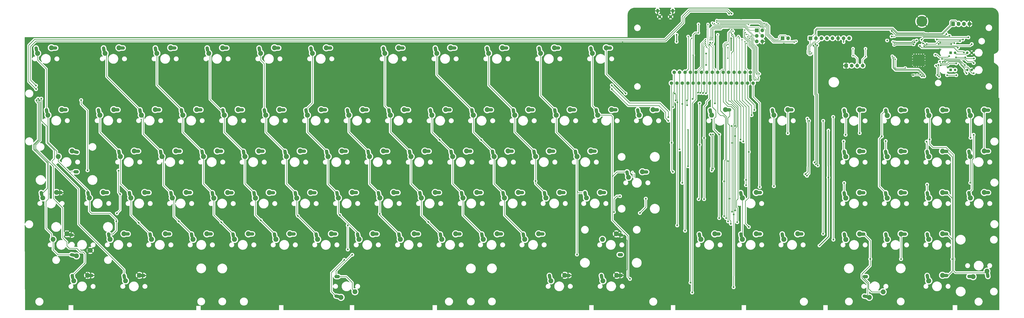
<source format=gbl>
%TF.GenerationSoftware,KiCad,Pcbnew,8.0.5*%
%TF.CreationDate,2025-03-31T08:28:51+02:00*%
%TF.ProjectId,A500KB,41353030-4b42-42e6-9b69-6361645f7063,5a*%
%TF.SameCoordinates,Original*%
%TF.FileFunction,Copper,L2,Bot*%
%TF.FilePolarity,Positive*%
%FSLAX46Y46*%
G04 Gerber Fmt 4.6, Leading zero omitted, Abs format (unit mm)*
G04 Created by KiCad (PCBNEW 8.0.5) date 2025-03-31 08:28:51*
%MOMM*%
%LPD*%
G01*
G04 APERTURE LIST*
G04 Aperture macros list*
%AMRoundRect*
0 Rectangle with rounded corners*
0 $1 Rounding radius*
0 $2 $3 $4 $5 $6 $7 $8 $9 X,Y pos of 4 corners*
0 Add a 4 corners polygon primitive as box body*
4,1,4,$2,$3,$4,$5,$6,$7,$8,$9,$2,$3,0*
0 Add four circle primitives for the rounded corners*
1,1,$1+$1,$2,$3*
1,1,$1+$1,$4,$5*
1,1,$1+$1,$6,$7*
1,1,$1+$1,$8,$9*
0 Add four rect primitives between the rounded corners*
20,1,$1+$1,$2,$3,$4,$5,0*
20,1,$1+$1,$4,$5,$6,$7,0*
20,1,$1+$1,$6,$7,$8,$9,0*
20,1,$1+$1,$8,$9,$2,$3,0*%
%AMHorizOval*
0 Thick line with rounded ends*
0 $1 width*
0 $2 $3 position (X,Y) of the first rounded end (center of the circle)*
0 $4 $5 position (X,Y) of the second rounded end (center of the circle)*
0 Add line between two ends*
20,1,$1,$2,$3,$4,$5,0*
0 Add two circle primitives to create the rounded ends*
1,1,$1,$2,$3*
1,1,$1,$4,$5*%
G04 Aperture macros list end*
%TA.AperFunction,ComponentPad*%
%ADD10HorizOval,1.524000X0.086824X-0.492404X-0.086824X0.492404X0*%
%TD*%
%TA.AperFunction,ComponentPad*%
%ADD11C,2.250000*%
%TD*%
%TA.AperFunction,ComponentPad*%
%ADD12O,2.524000X1.524000*%
%TD*%
%TA.AperFunction,ComponentPad*%
%ADD13O,2.250000X2.250000*%
%TD*%
%TA.AperFunction,ComponentPad*%
%ADD14C,2.350000*%
%TD*%
%TA.AperFunction,ComponentPad*%
%ADD15HorizOval,1.524000X0.490814X-0.095404X-0.490814X0.095404X0*%
%TD*%
%TA.AperFunction,ComponentPad*%
%ADD16HorizOval,1.524000X-0.490814X0.095404X0.490814X-0.095404X0*%
%TD*%
%TA.AperFunction,ComponentPad*%
%ADD17HorizOval,1.524000X-0.086824X0.492404X0.086824X-0.492404X0*%
%TD*%
%TA.AperFunction,ComponentPad*%
%ADD18R,1.700000X1.700000*%
%TD*%
%TA.AperFunction,ComponentPad*%
%ADD19O,1.700000X1.700000*%
%TD*%
%TA.AperFunction,ComponentPad*%
%ADD20C,1.600000*%
%TD*%
%TA.AperFunction,HeatsinkPad*%
%ADD21C,0.500000*%
%TD*%
%TA.AperFunction,HeatsinkPad*%
%ADD22R,5.000000X5.000000*%
%TD*%
%TA.AperFunction,ComponentPad*%
%ADD23O,1.200000X1.900000*%
%TD*%
%TA.AperFunction,ComponentPad*%
%ADD24C,1.450000*%
%TD*%
%TA.AperFunction,ComponentPad*%
%ADD25C,2.900000*%
%TD*%
%TA.AperFunction,ConnectorPad*%
%ADD26C,5.000000*%
%TD*%
%TA.AperFunction,ComponentPad*%
%ADD27RoundRect,0.250000X-0.600000X-0.725000X0.600000X-0.725000X0.600000X0.725000X-0.600000X0.725000X0*%
%TD*%
%TA.AperFunction,ComponentPad*%
%ADD28O,1.700000X1.950000*%
%TD*%
%TA.AperFunction,ComponentPad*%
%ADD29R,1.200000X1.200000*%
%TD*%
%TA.AperFunction,ComponentPad*%
%ADD30C,1.200000*%
%TD*%
%TA.AperFunction,ViaPad*%
%ADD31C,0.800000*%
%TD*%
%TA.AperFunction,ViaPad*%
%ADD32C,0.600000*%
%TD*%
%TA.AperFunction,ViaPad*%
%ADD33C,1.200000*%
%TD*%
%TA.AperFunction,Conductor*%
%ADD34C,0.250000*%
%TD*%
%TA.AperFunction,Conductor*%
%ADD35C,0.200000*%
%TD*%
%TA.AperFunction,Conductor*%
%ADD36C,0.400000*%
%TD*%
G04 APERTURE END LIST*
D10*
%TO.P,MX70,1,COL*%
%TO.N,/Y1=28*%
X302539224Y-298790004D03*
D11*
X303142400Y-300757600D03*
%TO.P,MX70,2,ROW*%
%TO.N,Net-(D50-A)*%
X309492400Y-298217600D03*
D12*
X310952400Y-298297600D03*
D10*
%TO.P,MX70,3,COL*%
%TO.N,/Y2=27*%
X283223224Y-308319004D03*
D13*
X283826400Y-310286600D03*
D11*
%TO.P,MX70,4,ROW*%
%TO.N,Net-(D36-A)*%
X290176400Y-307746600D03*
D12*
X291636400Y-307826600D03*
%TD*%
D10*
%TO.P,MX1,1,COL*%
%TO.N,/Y14=15*%
X31045224Y-241720004D03*
D14*
X31648400Y-243687600D03*
D11*
%TO.P,MX1,2,ROW*%
%TO.N,/X2=7*%
X37998400Y-241147600D03*
D12*
X39458400Y-241227600D03*
%TD*%
D10*
%TO.P,MX2,1,COL*%
%TO.N,/Y14=15*%
X35820424Y-270168004D03*
D11*
X36423600Y-272135600D03*
%TO.P,MX2,2,ROW*%
%TO.N,Net-(D54-A)*%
X42773600Y-269595600D03*
D12*
X44233600Y-269675600D03*
%TD*%
D10*
%TO.P,MX4,1,COL*%
%TO.N,MISO*%
X33411624Y-308289604D03*
D11*
X34014800Y-310257200D03*
%TO.P,MX4,2,ROW*%
%TO.N,GND*%
X40364800Y-307717200D03*
D12*
X41824800Y-307797200D03*
%TD*%
D10*
%TO.P,MX6,1,COL*%
%TO.N,/LALT*%
X47678024Y-346491204D03*
D11*
X48281200Y-348458800D03*
%TO.P,MX6,2,ROW*%
%TO.N,GND*%
X54631200Y-345918800D03*
D12*
X56091200Y-345998800D03*
%TD*%
D10*
%TO.P,MX8,1,COL*%
%TO.N,/Y13=16*%
X59696424Y-270168004D03*
D14*
X60299600Y-272135600D03*
D11*
%TO.P,MX8,2,ROW*%
%TO.N,Net-(D55-A)*%
X66649600Y-269595600D03*
D12*
X68109600Y-269675600D03*
%TD*%
D10*
%TO.P,MX10,1,COL*%
%TO.N,/Y14=15*%
X54849224Y-308289604D03*
D14*
X55452400Y-310257200D03*
D11*
%TO.P,MX10,2,ROW*%
%TO.N,Net-(D24-A)*%
X61802400Y-307717200D03*
D12*
X63262400Y-307797200D03*
%TD*%
D10*
%TO.P,MX12,1,COL*%
%TO.N,/LAMI*%
X71482024Y-346469604D03*
D11*
X72085200Y-348437200D03*
%TO.P,MX12,2,ROW*%
%TO.N,GND*%
X78435200Y-345897200D03*
D12*
X79895200Y-345977200D03*
%TD*%
D10*
%TO.P,MX13,1,COL*%
%TO.N,/Y11=18*%
X85858424Y-241720004D03*
D11*
X86461600Y-243687600D03*
%TO.P,MX13,2,ROW*%
%TO.N,/X2=7*%
X92811600Y-241147600D03*
D12*
X94271600Y-241227600D03*
%TD*%
D10*
%TO.P,MX14,1,COL*%
%TO.N,/Y12=17*%
X78746424Y-270168004D03*
D14*
X79349600Y-272135600D03*
D11*
%TO.P,MX14,2,ROW*%
%TO.N,Net-(D56-A)*%
X85699600Y-269595600D03*
D12*
X87159600Y-269675600D03*
%TD*%
D10*
%TO.P,MX16,1,COL*%
%TO.N,/Y13=16*%
X73920424Y-308318804D03*
D14*
X74523600Y-310286400D03*
D11*
%TO.P,MX16,2,ROW*%
%TO.N,Net-(D25-A)*%
X80873600Y-307746400D03*
D12*
X82333600Y-307826400D03*
%TD*%
D10*
%TO.P,MX17,1,COL*%
%TO.N,/Y13=16*%
X83420024Y-327368804D03*
D14*
X84023200Y-329336400D03*
D11*
%TO.P,MX17,2,ROW*%
%TO.N,Net-(D9-A)*%
X90373200Y-326796400D03*
D12*
X91833200Y-326876400D03*
%TD*%
D10*
%TO.P,MX18,1,COL*%
%TO.N,/Y10=19*%
X109683624Y-241720004D03*
D11*
X110286800Y-243687600D03*
%TO.P,MX18,2,ROW*%
%TO.N,/X2=7*%
X116636800Y-241147600D03*
D12*
X118096800Y-241227600D03*
%TD*%
D10*
%TO.P,MX19,1,COL*%
%TO.N,/Y11=18*%
X97796424Y-270168004D03*
D14*
X98399600Y-272135600D03*
D11*
%TO.P,MX19,2,ROW*%
%TO.N,Net-(D57-A)*%
X104749600Y-269595600D03*
D12*
X106209600Y-269675600D03*
%TD*%
D10*
%TO.P,MX20,1,COL*%
%TO.N,/Y11=18*%
X107245224Y-289243404D03*
D14*
X107848400Y-291211000D03*
D11*
%TO.P,MX20,2,ROW*%
%TO.N,Net-(D40-A)*%
X114198400Y-288671000D03*
D12*
X115658400Y-288751000D03*
%TD*%
D10*
%TO.P,MX21,1,COL*%
%TO.N,/Y12=17*%
X92970424Y-308318804D03*
D14*
X93573600Y-310286400D03*
D11*
%TO.P,MX21,2,ROW*%
%TO.N,Net-(D26-A)*%
X99923600Y-307746400D03*
D12*
X101383600Y-307826400D03*
%TD*%
D10*
%TO.P,MX22,1,COL*%
%TO.N,/Y12=17*%
X102470024Y-327368804D03*
D14*
X103073200Y-329336400D03*
D11*
%TO.P,MX22,2,ROW*%
%TO.N,Net-(D10-A)*%
X109423200Y-326796400D03*
D12*
X110883200Y-326876400D03*
%TD*%
D10*
%TO.P,MX23,1,COL*%
%TO.N,/Y9=20*%
X133508824Y-241720004D03*
D11*
X134112000Y-243687600D03*
%TO.P,MX23,2,ROW*%
%TO.N,/X2=7*%
X140462000Y-241147600D03*
D12*
X141922000Y-241227600D03*
%TD*%
D10*
%TO.P,MX24,1,COL*%
%TO.N,/Y10=19*%
X116846424Y-270168004D03*
D14*
X117449600Y-272135600D03*
D11*
%TO.P,MX24,2,ROW*%
%TO.N,Net-(D58-A)*%
X123799600Y-269595600D03*
D12*
X125259600Y-269675600D03*
%TD*%
D10*
%TO.P,MX25,1,COL*%
%TO.N,/Y10=19*%
X126295224Y-289268804D03*
D14*
X126898400Y-291236400D03*
D11*
%TO.P,MX25,2,ROW*%
%TO.N,Net-(D41-A)*%
X133248400Y-288696400D03*
D12*
X134708400Y-288776400D03*
%TD*%
D10*
%TO.P,MX26,1,COL*%
%TO.N,/Y11=18*%
X112041624Y-308340404D03*
D14*
X112644800Y-310308000D03*
D11*
%TO.P,MX26,2,ROW*%
%TO.N,Net-(D27-A)*%
X118994800Y-307768000D03*
D12*
X120454800Y-307848000D03*
%TD*%
D10*
%TO.P,MX27,1,COL*%
%TO.N,/Y11=18*%
X121520024Y-327368804D03*
D14*
X122123200Y-329336400D03*
D11*
%TO.P,MX27,2,ROW*%
%TO.N,Net-(D11-A)*%
X128473200Y-326796400D03*
D12*
X129933200Y-326876400D03*
%TD*%
D10*
%TO.P,MX28,1,COL*%
%TO.N,/Y8=21*%
X157334024Y-241720004D03*
D11*
X157937200Y-243687600D03*
%TO.P,MX28,2,ROW*%
%TO.N,/X2=7*%
X164287200Y-241147600D03*
D12*
X165747200Y-241227600D03*
%TD*%
D10*
%TO.P,MX30,1,COL*%
%TO.N,/Y9=20*%
X145345224Y-289268804D03*
D14*
X145948400Y-291236400D03*
D11*
%TO.P,MX30,2,ROW*%
%TO.N,Net-(D42-A)*%
X152298400Y-288696400D03*
D12*
X153758400Y-288776400D03*
%TD*%
D10*
%TO.P,MX32,1,COL*%
%TO.N,/Y10=19*%
X140570024Y-327368804D03*
D14*
X141173200Y-329336400D03*
D11*
%TO.P,MX32,2,ROW*%
%TO.N,Net-(D12-A)*%
X147523200Y-326796400D03*
D12*
X148983200Y-326876400D03*
%TD*%
D10*
%TO.P,MX34,1,COL*%
%TO.N,/Y6=23*%
X190608024Y-241720004D03*
D11*
X191211200Y-243687600D03*
%TO.P,MX34,2,ROW*%
%TO.N,/X2=7*%
X197561200Y-241147600D03*
D12*
X199021200Y-241227600D03*
%TD*%
D10*
%TO.P,MX35,1,COL*%
%TO.N,/Y8=21*%
X154997224Y-270218804D03*
D14*
X155600400Y-272186400D03*
D11*
%TO.P,MX35,2,ROW*%
%TO.N,Net-(D60-A)*%
X161950400Y-269646400D03*
D12*
X163410400Y-269726400D03*
%TD*%
D10*
%TO.P,MX37,1,COL*%
%TO.N,/Y9=20*%
X150150024Y-308340404D03*
D14*
X150753200Y-310308000D03*
D11*
%TO.P,MX37,2,ROW*%
%TO.N,Net-(D29-A)*%
X157103200Y-307768000D03*
D12*
X158563200Y-307848000D03*
%TD*%
D10*
%TO.P,MX38,1,COL*%
%TO.N,/Y9=20*%
X159670824Y-327368804D03*
D14*
X160274000Y-329336400D03*
D11*
%TO.P,MX38,2,ROW*%
%TO.N,Net-(D14-A)*%
X166624000Y-326796400D03*
D12*
X168084000Y-326876400D03*
%TD*%
D10*
%TO.P,MX39,1,COL*%
%TO.N,/Y4=25*%
X214433224Y-241720004D03*
D11*
X215036400Y-243687600D03*
%TO.P,MX39,2,ROW*%
%TO.N,/X2=7*%
X221386400Y-241147600D03*
D12*
X222846400Y-241227600D03*
%TD*%
D10*
%TO.P,MX40,1,COL*%
%TO.N,/Y7=22*%
X174047224Y-270218804D03*
D14*
X174650400Y-272186400D03*
D11*
%TO.P,MX40,2,ROW*%
%TO.N,Net-(D61-A)*%
X181000400Y-269646400D03*
D12*
X182460400Y-269726400D03*
%TD*%
D10*
%TO.P,MX41,1,COL*%
%TO.N,/Y7=22*%
X183546824Y-289268804D03*
D14*
X184150000Y-291236400D03*
D11*
%TO.P,MX41,2,ROW*%
%TO.N,Net-(D44-A)*%
X190500000Y-288696400D03*
D12*
X191960000Y-288776400D03*
%TD*%
D10*
%TO.P,MX42,1,COL*%
%TO.N,/Y8=21*%
X169221224Y-308318804D03*
D14*
X169824400Y-310286400D03*
D11*
%TO.P,MX42,2,ROW*%
%TO.N,Net-(D30-A)*%
X176174400Y-307746400D03*
D12*
X177634400Y-307826400D03*
%TD*%
D10*
%TO.P,MX43,1,COL*%
%TO.N,/Y8=21*%
X178699624Y-327368804D03*
D14*
X179302800Y-329336400D03*
D11*
%TO.P,MX43,2,ROW*%
%TO.N,Net-(D15-A)*%
X185652800Y-326796400D03*
D12*
X187112800Y-326876400D03*
%TD*%
D10*
%TO.P,MX45,1,COL*%
%TO.N,/Y6=23*%
X193097224Y-270218804D03*
D14*
X193700400Y-272186400D03*
D11*
%TO.P,MX45,2,ROW*%
%TO.N,Net-(D62-A)*%
X200050400Y-269646400D03*
D12*
X201510400Y-269726400D03*
%TD*%
D10*
%TO.P,MX46,1,COL*%
%TO.N,/Y6=23*%
X202596824Y-289268804D03*
D14*
X203200000Y-291236400D03*
D11*
%TO.P,MX46,2,ROW*%
%TO.N,Net-(D45-A)*%
X209550000Y-288696400D03*
D12*
X211010000Y-288776400D03*
%TD*%
D10*
%TO.P,MX47,1,COL*%
%TO.N,/Y7=22*%
X188271224Y-308318804D03*
D14*
X188874400Y-310286400D03*
D11*
%TO.P,MX47,2,ROW*%
%TO.N,Net-(D31-A)*%
X195224400Y-307746400D03*
D12*
X196684400Y-307826400D03*
%TD*%
D10*
%TO.P,MX49,1,COL*%
%TO.N,/Y2=27*%
X262104824Y-241741604D03*
D11*
X262708000Y-243709200D03*
%TO.P,MX49,2,ROW*%
%TO.N,/X2=7*%
X269058000Y-241169200D03*
D12*
X270518000Y-241249200D03*
%TD*%
D10*
%TO.P,MX50,1,COL*%
%TO.N,/Y5=24*%
X212198024Y-270218804D03*
D14*
X212801200Y-272186400D03*
D11*
%TO.P,MX50,2,ROW*%
%TO.N,Net-(D63-A)*%
X219151200Y-269646400D03*
D12*
X220611200Y-269726400D03*
%TD*%
D10*
%TO.P,MX51,1,COL*%
%TO.N,/Y5=24*%
X221697624Y-289268804D03*
D14*
X222300800Y-291236400D03*
D11*
%TO.P,MX51,2,ROW*%
%TO.N,Net-(D46-A)*%
X228650800Y-288696400D03*
D12*
X230110800Y-288776400D03*
%TD*%
D10*
%TO.P,MX52,1,COL*%
%TO.N,/Y6=23*%
X207372024Y-308318804D03*
D14*
X207975200Y-310286400D03*
D11*
%TO.P,MX52,2,ROW*%
%TO.N,Net-(D32-A)*%
X214325200Y-307746400D03*
D12*
X215785200Y-307826400D03*
%TD*%
D10*
%TO.P,MX53,1,COL*%
%TO.N,/Y6=23*%
X216770024Y-327368804D03*
D14*
X217373200Y-329336400D03*
D11*
%TO.P,MX53,2,ROW*%
%TO.N,Net-(D17-A)*%
X223723200Y-326796400D03*
D12*
X225183200Y-326876400D03*
%TD*%
D10*
%TO.P,MX54,1,COL*%
%TO.N,/Y1=28*%
X285908824Y-241720004D03*
D11*
X286512000Y-243687600D03*
%TO.P,MX54,2,ROW*%
%TO.N,/X2=7*%
X292862000Y-241147600D03*
D12*
X294322000Y-241227600D03*
%TD*%
D10*
%TO.P,MX55,1,COL*%
%TO.N,/Y4=25*%
X231248024Y-270218804D03*
D14*
X231851200Y-272186400D03*
D11*
%TO.P,MX55,2,ROW*%
%TO.N,Net-(D64-A)*%
X238201200Y-269646400D03*
D12*
X239661200Y-269726400D03*
%TD*%
D10*
%TO.P,MX56,1,COL*%
%TO.N,/Y4=25*%
X240747624Y-289268804D03*
D14*
X241350800Y-291236400D03*
D11*
%TO.P,MX56,2,ROW*%
%TO.N,Net-(D47-A)*%
X247700800Y-288696400D03*
D12*
X249160800Y-288776400D03*
%TD*%
D10*
%TO.P,MX57,1,COL*%
%TO.N,/Y5=24*%
X226472824Y-308318804D03*
D14*
X227076000Y-310286400D03*
D11*
%TO.P,MX57,2,ROW*%
%TO.N,Net-(D33-A)*%
X233426000Y-307746400D03*
D12*
X234886000Y-307826400D03*
%TD*%
D10*
%TO.P,MX58,1,COL*%
%TO.N,/Y5=24*%
X235820024Y-327368804D03*
D14*
X236423200Y-329336400D03*
D11*
%TO.P,MX58,2,ROW*%
%TO.N,Net-(D18-A)*%
X242773200Y-326796400D03*
D12*
X244233200Y-326876400D03*
%TD*%
D10*
%TO.P,MX59,1,COL*%
%TO.N,MOSI*%
X266888424Y-346440404D03*
D11*
X267491600Y-348408000D03*
%TO.P,MX59,2,ROW*%
%TO.N,GND*%
X273841600Y-345868000D03*
D12*
X275301600Y-345948000D03*
%TD*%
D10*
%TO.P,MX60,1,COL*%
%TO.N,/Y3=26*%
X250298024Y-270218804D03*
D14*
X250901200Y-272186400D03*
D11*
%TO.P,MX60,2,ROW*%
%TO.N,Net-(D65-A)*%
X257251200Y-269646400D03*
D12*
X258711200Y-269726400D03*
%TD*%
D10*
%TO.P,MX61,1,COL*%
%TO.N,/Y3=26*%
X259797624Y-289268804D03*
D14*
X260400800Y-291236400D03*
D11*
%TO.P,MX61,2,ROW*%
%TO.N,Net-(D48-A)*%
X266750800Y-288696400D03*
D12*
X268210800Y-288776400D03*
%TD*%
D10*
%TO.P,MX62,1,COL*%
%TO.N,/Y4=25*%
X245522824Y-308318804D03*
D14*
X246126000Y-310286400D03*
D11*
%TO.P,MX62,2,ROW*%
%TO.N,Net-(D34-A)*%
X252476000Y-307746400D03*
D12*
X253936000Y-307826400D03*
%TD*%
D10*
%TO.P,MX63,1,COL*%
%TO.N,/Y4=25*%
X254870024Y-327368804D03*
D14*
X255473200Y-329336400D03*
D11*
%TO.P,MX63,2,ROW*%
%TO.N,Net-(D19-A)*%
X261823200Y-326796400D03*
D12*
X263283200Y-326876400D03*
%TD*%
D10*
%TO.P,MX64,1,COL*%
%TO.N,SCLK*%
X290764424Y-346440404D03*
D11*
X291367600Y-348408000D03*
%TO.P,MX64,2,ROW*%
%TO.N,GND*%
X297717600Y-345868000D03*
D12*
X299177600Y-345948000D03*
%TD*%
D10*
%TO.P,MX65,1,COL*%
%TO.N,/Y2=27*%
X269348024Y-270218804D03*
D14*
X269951200Y-272186400D03*
D11*
%TO.P,MX65,2,ROW*%
%TO.N,Net-(D66-A)*%
X276301200Y-269646400D03*
D12*
X277761200Y-269726400D03*
%TD*%
D10*
%TO.P,MX67,1,COL*%
%TO.N,/Y3=26*%
X264572824Y-308318804D03*
D14*
X265176000Y-310286400D03*
D11*
%TO.P,MX67,2,ROW*%
%TO.N,Net-(D35-A)*%
X271526000Y-307746400D03*
D12*
X272986000Y-307826400D03*
%TD*%
D11*
%TO.P,MX68,1,COL*%
%TO.N,/RSHFT*%
X291185600Y-329336400D03*
D12*
X299345600Y-336376400D03*
D11*
%TO.P,MX68,2,ROW*%
%TO.N,GND*%
X297535600Y-326796400D03*
D15*
X299354786Y-327280996D03*
%TD*%
D10*
%TO.P,MX69,1,COL*%
%TO.N,/Y1=28*%
X288398024Y-270218804D03*
D14*
X289001200Y-272186400D03*
D11*
%TO.P,MX69,2,ROW*%
%TO.N,Net-(D67-A)*%
X295351200Y-269646400D03*
D12*
X296811200Y-269726400D03*
%TD*%
D10*
%TO.P,MX72,1,COL*%
%TO.N,/Y1=28*%
X307448024Y-270218804D03*
D14*
X308051200Y-272186400D03*
D11*
%TO.P,MX72,2,ROW*%
%TO.N,Net-(D68-A)*%
X314401200Y-269646400D03*
D12*
X315861200Y-269726400D03*
%TD*%
D10*
%TO.P,MX73,1,COL*%
%TO.N,/Y1=28*%
X340700824Y-270218804D03*
D11*
X341304000Y-272186400D03*
%TO.P,MX73,2,ROW*%
%TO.N,/X5=2*%
X347654000Y-269646400D03*
D12*
X349114000Y-269726400D03*
%TD*%
D10*
%TO.P,MX74,1,COL*%
%TO.N,/Y0=29*%
X335743624Y-327368804D03*
D14*
X336346800Y-329336400D03*
D11*
%TO.P,MX74,2,ROW*%
%TO.N,Net-(D21-A)*%
X342696800Y-326796400D03*
D12*
X344156800Y-326876400D03*
%TD*%
D10*
%TO.P,MX75,1,COL*%
%TO.N,/Y0=29*%
X354793624Y-308318804D03*
D14*
X355396800Y-310286400D03*
D11*
%TO.P,MX75,2,ROW*%
%TO.N,Net-(D22-A)*%
X361746800Y-307746400D03*
D12*
X363206800Y-307826400D03*
%TD*%
D10*
%TO.P,MX76,1,COL*%
%TO.N,/Y0=29*%
X354823224Y-327368804D03*
D14*
X355426400Y-329336400D03*
D11*
%TO.P,MX76,2,ROW*%
%TO.N,Net-(D23-A)*%
X361776400Y-326796400D03*
D12*
X363236400Y-326876400D03*
%TD*%
D10*
%TO.P,MX77,1,COL*%
%TO.N,/Y0=29*%
X369301224Y-270218804D03*
D11*
X369904400Y-272186400D03*
%TO.P,MX77,2,ROW*%
%TO.N,/X2=7*%
X376254400Y-269646400D03*
D12*
X377714400Y-269726400D03*
%TD*%
D10*
%TO.P,MX78,1,COL*%
%TO.N,/Y0=29*%
X373843624Y-327368804D03*
D14*
X374446800Y-329336400D03*
D11*
%TO.P,MX78,2,ROW*%
%TO.N,Net-(D20-A)*%
X380796800Y-326796400D03*
D12*
X382256800Y-326876400D03*
%TD*%
D10*
%TO.P,MX79,1,COL*%
%TO.N,/Y13=16*%
X402291624Y-270269604D03*
D14*
X402894800Y-272237200D03*
D11*
%TO.P,MX79,2,ROW*%
%TO.N,/X2=7*%
X409244800Y-269697200D03*
D12*
X410704800Y-269777200D03*
%TD*%
D10*
%TO.P,MX80,1,COL*%
%TO.N,/Y4=25*%
X402291624Y-289319604D03*
D14*
X402894800Y-291287200D03*
D11*
%TO.P,MX80,2,ROW*%
%TO.N,/X7=4*%
X409244800Y-288747200D03*
D12*
X410704800Y-288827200D03*
%TD*%
D10*
%TO.P,MX81,1,COL*%
%TO.N,/Y3=26*%
X402291624Y-308369604D03*
D14*
X402894800Y-310337200D03*
D11*
%TO.P,MX81,2,ROW*%
%TO.N,/X7=4*%
X409244800Y-307797200D03*
D12*
X410704800Y-307877200D03*
%TD*%
D10*
%TO.P,MX82,1,COL*%
%TO.N,/Y2=27*%
X402321224Y-327390404D03*
D14*
X402924400Y-329358000D03*
D11*
%TO.P,MX82,2,ROW*%
%TO.N,/X7=4*%
X409274400Y-326818000D03*
D12*
X410734400Y-326898000D03*
%TD*%
D11*
%TO.P,MX83,1,COL*%
%TO.N,/Y1=28*%
X420084250Y-353491800D03*
D12*
X411924250Y-346451800D03*
D11*
%TO.P,MX83,2,ROW*%
%TO.N,/X7=4*%
X413734250Y-356031800D03*
D16*
X411915064Y-355547204D03*
%TD*%
D10*
%TO.P,MX85,1,COL*%
%TO.N,/Y8=21*%
X421341624Y-289319604D03*
D14*
X421944800Y-291287200D03*
D11*
%TO.P,MX85,2,ROW*%
%TO.N,/X7=4*%
X428294800Y-288747200D03*
D12*
X429754800Y-288827200D03*
%TD*%
D10*
%TO.P,MX86,1,COL*%
%TO.N,/Y7=22*%
X421341624Y-308369604D03*
D14*
X421944800Y-310337200D03*
D11*
%TO.P,MX86,2,ROW*%
%TO.N,/X7=4*%
X428294800Y-307797200D03*
D12*
X429754800Y-307877200D03*
%TD*%
D10*
%TO.P,MX87,1,COL*%
%TO.N,/Y6=23*%
X421371224Y-327390404D03*
D14*
X421974400Y-329358000D03*
D11*
%TO.P,MX87,2,ROW*%
%TO.N,/X7=4*%
X428324400Y-326818000D03*
D12*
X429784400Y-326898000D03*
%TD*%
D10*
%TO.P,MX88,1,COL*%
%TO.N,/Y5=24*%
X440493224Y-270320404D03*
D14*
X441096400Y-272288000D03*
D11*
%TO.P,MX88,2,ROW*%
%TO.N,/X2=7*%
X447446400Y-269748000D03*
D12*
X448906400Y-269828000D03*
%TD*%
D10*
%TO.P,MX89,1,COL*%
%TO.N,/Y12=17*%
X440391624Y-289319604D03*
D14*
X440994800Y-291287200D03*
D11*
%TO.P,MX89,2,ROW*%
%TO.N,/X7=4*%
X447344800Y-288747200D03*
D12*
X448804800Y-288827200D03*
%TD*%
D10*
%TO.P,MX90,1,COL*%
%TO.N,/Y11=18*%
X440442424Y-308369604D03*
D14*
X441045600Y-310337200D03*
D11*
%TO.P,MX90,2,ROW*%
%TO.N,/X7=4*%
X447395600Y-307797200D03*
D12*
X448855600Y-307877200D03*
%TD*%
D10*
%TO.P,MX91,1,COL*%
%TO.N,/Y10=19*%
X440442424Y-327368804D03*
D14*
X441045600Y-329336400D03*
D11*
%TO.P,MX91,2,ROW*%
%TO.N,/X7=4*%
X447395600Y-326796400D03*
D12*
X448855600Y-326876400D03*
%TD*%
D10*
%TO.P,MX92,1,COL*%
%TO.N,/Y9=20*%
X440421224Y-346440404D03*
D14*
X441024400Y-348408000D03*
D11*
%TO.P,MX92,2,ROW*%
%TO.N,/X7=4*%
X447374400Y-345868000D03*
D12*
X448834400Y-345948000D03*
%TD*%
D10*
%TO.P,MX93,1,COL*%
%TO.N,/Y14=15*%
X459594024Y-270320404D03*
D14*
X460197200Y-272288000D03*
D11*
%TO.P,MX93,2,ROW*%
%TO.N,/X7=4*%
X466547200Y-269748000D03*
D12*
X468007200Y-269828000D03*
%TD*%
D10*
%TO.P,MX94,1,COL*%
%TO.N,/Y0=29*%
X459594024Y-289268804D03*
D14*
X460197200Y-291236400D03*
D11*
%TO.P,MX94,2,ROW*%
%TO.N,/X7=4*%
X466547200Y-288696400D03*
D12*
X468007200Y-288776400D03*
%TD*%
D10*
%TO.P,MX95,1,COL*%
%TO.N,/Y13=16*%
X459594024Y-308318804D03*
D14*
X460197200Y-310286400D03*
D11*
%TO.P,MX95,2,ROW*%
%TO.N,/X7=4*%
X466547200Y-307746400D03*
D12*
X468007200Y-307826400D03*
%TD*%
D17*
%TO.P,MX96,1,COL*%
%TO.N,/Y5=24*%
X468144976Y-345934396D03*
D11*
X467791800Y-343966800D03*
%TO.P,MX96,2,ROW*%
%TO.N,/X7=4*%
X461441800Y-346506800D03*
D12*
X459981800Y-346426800D03*
%TD*%
D10*
%TO.P,MX9,1,COL*%
%TO.N,/Y13=16*%
X69124024Y-289239604D03*
D14*
X69727200Y-291207200D03*
D11*
%TO.P,MX9,2,ROW*%
%TO.N,Net-(D38-A)*%
X76077200Y-288667200D03*
D12*
X77537200Y-288747200D03*
%TD*%
D10*
%TO.P,MX15,1,COL*%
%TO.N,/Y12=17*%
X88195224Y-289243404D03*
D14*
X88798400Y-291211000D03*
D11*
%TO.P,MX15,2,ROW*%
%TO.N,Net-(D39-A)*%
X95148400Y-288671000D03*
D12*
X96608400Y-288751000D03*
%TD*%
D10*
%TO.P,MX7,1,COL*%
%TO.N,/Y12=17*%
X62084024Y-241720004D03*
D11*
X62687200Y-243687600D03*
%TO.P,MX7,2,ROW*%
%TO.N,/X2=7*%
X69037200Y-241147600D03*
D12*
X70497200Y-241227600D03*
%TD*%
D11*
%TO.P,MX3,1,COL*%
%TO.N,/Y14=15*%
X41167050Y-291207200D03*
D12*
X49327050Y-298247200D03*
D11*
%TO.P,MX3,2,ROW*%
%TO.N,Net-(D37-A)*%
X47517050Y-288667200D03*
D15*
X49336236Y-289151796D03*
%TD*%
D10*
%TO.P,MX36,1,COL*%
%TO.N,/Y8=21*%
X164496824Y-289268804D03*
D14*
X165100000Y-291236400D03*
D11*
%TO.P,MX36,2,ROW*%
%TO.N,Net-(D43-A)*%
X171450000Y-288696400D03*
D12*
X172910000Y-288776400D03*
%TD*%
D10*
%TO.P,MX31,1,COL*%
%TO.N,/Y10=19*%
X131121224Y-308340404D03*
D14*
X131724400Y-310308000D03*
D11*
%TO.P,MX31,2,ROW*%
%TO.N,Net-(D28-A)*%
X138074400Y-307768000D03*
D12*
X139534400Y-307848000D03*
%TD*%
D10*
%TO.P,MX29,1,COL*%
%TO.N,/Y9=20*%
X135926024Y-270189604D03*
D14*
X136529200Y-272157200D03*
D11*
%TO.P,MX29,2,ROW*%
%TO.N,Net-(D59-A)*%
X142879200Y-269617200D03*
D12*
X144339200Y-269697200D03*
%TD*%
D10*
%TO.P,MX48,1,COL*%
%TO.N,/Y7=22*%
X197720024Y-327368804D03*
D14*
X198323200Y-329336400D03*
D11*
%TO.P,MX48,2,ROW*%
%TO.N,Net-(D16-A)*%
X204673200Y-326796400D03*
D12*
X206133200Y-326876400D03*
%TD*%
D10*
%TO.P,MX66,1,COL*%
%TO.N,/Y2=27*%
X278847624Y-289268804D03*
D14*
X279450800Y-291236400D03*
D11*
%TO.P,MX66,2,ROW*%
%TO.N,Net-(D49-A)*%
X285800800Y-288696400D03*
D12*
X287260800Y-288776400D03*
%TD*%
D10*
%TO.P,MX84,1,COL*%
%TO.N,/Y7=22*%
X421392424Y-270320404D03*
D14*
X421995600Y-272288000D03*
D11*
%TO.P,MX84,2,ROW*%
%TO.N,/X2=7*%
X428345600Y-269748000D03*
D12*
X429805600Y-269828000D03*
%TD*%
D10*
%TO.P,MX44,1,COL*%
%TO.N,/Y3=26*%
X238258424Y-241720004D03*
D11*
X238861600Y-243687600D03*
%TO.P,MX44,2,ROW*%
%TO.N,/X2=7*%
X245211600Y-241147600D03*
D12*
X246671600Y-241227600D03*
%TD*%
D11*
%TO.P,MX33,1,COL*%
%TO.N,/Y2=27*%
X177469000Y-353441800D03*
D12*
X169259000Y-346451800D03*
D11*
%TO.P,MX33,2,ROW*%
%TO.N,Net-(D13-A)*%
X171069000Y-356031800D03*
D16*
X169249814Y-355547204D03*
%TD*%
D18*
%TO.P,J3,1,Pin_1*%
%TO.N,MISO*%
X362060000Y-233150000D03*
D19*
%TO.P,J3,2,Pin_2*%
%TO.N,+5V*%
X364600000Y-233150000D03*
%TO.P,J3,3,Pin_3*%
%TO.N,SCLK*%
X362060000Y-235690000D03*
%TO.P,J3,4,Pin_4*%
%TO.N,MOSI*%
X364600000Y-235690000D03*
%TO.P,J3,5,Pin_5*%
%TO.N,/AT90_RESET*%
X362060000Y-238230000D03*
%TO.P,J3,6,Pin_6*%
%TO.N,GND*%
X364600000Y-238230000D03*
%TD*%
D18*
%TO.P,J4,1,Pin_1*%
%TO.N,/KCLK*%
X386720000Y-236750000D03*
D19*
%TO.P,J4,2,Pin_2*%
%TO.N,/KDAT*%
X389260000Y-236750000D03*
%TO.P,J4,3,Pin_3*%
%TO.N,/RST_OUT*%
X391800000Y-236750000D03*
%TO.P,J4,4,Pin_4*%
%TO.N,+5V*%
X394340000Y-236750000D03*
%TO.P,J4,5,Pin_5*%
%TO.N,unconnected-(J4-Pin_5-Pad5)*%
X396880000Y-236750000D03*
%TO.P,J4,6,Pin_6*%
%TO.N,GND*%
X399420000Y-236750000D03*
%TO.P,J4,7,Pin_7*%
%TO.N,/PWRLED*%
X401960000Y-236750000D03*
%TO.P,J4,8,Pin_8*%
%TO.N,/DRVLED*%
X404500000Y-236750000D03*
%TD*%
D18*
%TO.P,J5,1,Pin_1*%
%TO.N,/IN_LED3*%
X373860000Y-236750000D03*
D19*
%TO.P,J5,2,Pin_2*%
%TO.N,/IN_LED4*%
X376400000Y-236750000D03*
%TD*%
D20*
%TO.P,J1,1,Pin_1*%
%TO.N,/X4=1*%
X322850000Y-257400000D03*
%TO.P,J1,2,Pin_2*%
%TO.N,/X5=2*%
X324100000Y-252400000D03*
%TO.P,J1,3,Pin_3*%
%TO.N,/X6=3*%
X325350000Y-257400000D03*
%TO.P,J1,4,Pin_4*%
%TO.N,/X7=4*%
X326600000Y-252400000D03*
%TO.P,J1,5,Pin_5*%
%TO.N,/X3=5*%
X327850000Y-257400000D03*
%TO.P,J1,6,Pin_6*%
%TO.N,/RSHFT*%
X329100000Y-252400000D03*
%TO.P,J1,7,Pin_7*%
%TO.N,/X2=7*%
X330350000Y-257400000D03*
%TO.P,J1,8,Pin_8*%
%TO.N,SCLK*%
X331600000Y-252400000D03*
%TO.P,J1,9,Pin_9*%
%TO.N,+5V*%
X332850000Y-257400000D03*
%TO.P,J1,10,Pin_10*%
%TO.N,MOSI*%
X334100000Y-252400000D03*
%TO.P,J1,11,Pin_11*%
%TO.N,MISO*%
X335350000Y-257400000D03*
%TO.P,J1,12,Pin_12*%
%TO.N,/LSHIFT*%
X336600000Y-252400000D03*
%TO.P,J1,13,Pin_13*%
%TO.N,/LALT*%
X337850000Y-257400000D03*
%TO.P,J1,14,Pin_14*%
%TO.N,/LAMI*%
X339100000Y-252400000D03*
%TO.P,J1,15,Pin_15*%
%TO.N,/Y14=15*%
X340350000Y-257400000D03*
%TO.P,J1,16,Pin_16*%
%TO.N,/Y13=16*%
X341600000Y-252400000D03*
%TO.P,J1,17,Pin_17*%
%TO.N,/Y12=17*%
X342850000Y-257400000D03*
%TO.P,J1,18,Pin_18*%
%TO.N,/Y11=18*%
X344100000Y-252400000D03*
%TO.P,J1,19,Pin_19*%
%TO.N,/Y10=19*%
X345350000Y-257400000D03*
%TO.P,J1,20,Pin_20*%
%TO.N,/Y9=20*%
X346600000Y-252400000D03*
%TO.P,J1,21,Pin_21*%
%TO.N,/Y8=21*%
X347850000Y-257400000D03*
%TO.P,J1,22,Pin_22*%
%TO.N,/Y7=22*%
X349100000Y-252400000D03*
%TO.P,J1,23,Pin_23*%
%TO.N,/Y6=23*%
X350350000Y-257400000D03*
%TO.P,J1,24,Pin_24*%
%TO.N,/Y5=24*%
X351600000Y-252400000D03*
%TO.P,J1,25,Pin_25*%
%TO.N,/Y4=25*%
X352850000Y-257400000D03*
%TO.P,J1,26,Pin_26*%
%TO.N,/Y3=26*%
X354100000Y-252400000D03*
%TO.P,J1,27,Pin_27*%
%TO.N,/Y2=27*%
X355350000Y-257400000D03*
%TO.P,J1,28,Pin_28*%
%TO.N,/Y1=28*%
X356600000Y-252400000D03*
%TO.P,J1,29,Pin_29*%
%TO.N,/Y0=29*%
X357850000Y-257400000D03*
%TO.P,J1,30,Pin_30*%
%TO.N,GND*%
X359100000Y-252400000D03*
%TO.P,J1,31,Pin_31*%
%TO.N,CAPSLED*%
X360350000Y-257400000D03*
%TD*%
D21*
%TO.P,U1,49,GND*%
%TO.N,GND*%
X438712500Y-249150000D03*
X438712500Y-248025000D03*
X438712500Y-246900000D03*
X438712500Y-245775000D03*
X438712500Y-244650000D03*
X437587500Y-249150000D03*
X437587500Y-248025000D03*
X437587500Y-246900000D03*
X437587500Y-245775000D03*
X437587500Y-244650000D03*
X436462500Y-249150000D03*
X436462500Y-248025000D03*
X436462500Y-246900000D03*
D22*
X436462500Y-246900000D03*
D21*
X436462500Y-245775000D03*
X436462500Y-244650000D03*
X435337500Y-249150000D03*
X435337500Y-248025000D03*
X435337500Y-246900000D03*
X435337500Y-245775000D03*
X435337500Y-244650000D03*
X434212500Y-249150000D03*
X434212500Y-248025000D03*
X434212500Y-246900000D03*
X434212500Y-245775000D03*
X434212500Y-244650000D03*
%TD*%
D23*
%TO.P,J2,6,Shield*%
%TO.N,GND*%
X323450000Y-224150000D03*
D24*
X322450000Y-226850000D03*
X317450000Y-226850000D03*
D23*
X316450000Y-224150000D03*
%TD*%
D18*
%TO.P,J6,1,Pin_1*%
%TO.N,GND*%
X403100000Y-249350000D03*
D19*
%TO.P,J6,2,Pin_2*%
%TO.N,+5V*%
X405640000Y-249350000D03*
%TO.P,J6,3,Pin_3*%
%TO.N,/SDA*%
X408180000Y-249350000D03*
%TO.P,J6,4,Pin_4*%
%TO.N,/SCL*%
X410720000Y-249350000D03*
%TD*%
D11*
%TO.P,MX5,1,COL*%
%TO.N,/LSHIFT*%
X38763750Y-329305000D03*
D15*
X47734564Y-336460404D03*
D11*
X49553750Y-336945000D03*
%TO.P,MX5,2,ROW*%
%TO.N,GND*%
X45113750Y-326765000D03*
D15*
X46932936Y-327249596D03*
D11*
X55903750Y-334405000D03*
D10*
%TO.P,MX5,3,COL*%
%TO.N,/Y14=15*%
X64365574Y-327342404D03*
D14*
X64968750Y-329310000D03*
D11*
%TO.P,MX5,4,ROW*%
%TO.N,Net-(D8-A)*%
X71318750Y-326770000D03*
D12*
X72778750Y-326850000D03*
%TD*%
D25*
%TO.P,H24,1,1*%
%TO.N,GND*%
X437889200Y-228981000D03*
D26*
X437889200Y-228981000D03*
%TD*%
D27*
%TO.P,J7,1,Pin_1*%
%TO.N,/KDAT*%
X452224000Y-230116500D03*
D28*
%TO.P,J7,2,Pin_2*%
%TO.N,/KCLK*%
X454724000Y-230116500D03*
%TO.P,J7,3,Pin_3*%
%TO.N,+5V*%
X457224000Y-230116500D03*
%TO.P,J7,4,Pin_4*%
%TO.N,GND*%
X459724000Y-230116500D03*
%TD*%
D29*
%TO.P,D3,1,A1*%
%TO.N,/PLED*%
X451100000Y-243420000D03*
D30*
%TO.P,D3,2,K1*%
%TO.N,Net-(D3-A2)*%
X453150000Y-243420000D03*
%TO.P,D3,3,A2*%
X458750000Y-243420000D03*
%TO.P,D3,4,K2*%
%TO.N,GND*%
X460800000Y-243420000D03*
%TD*%
D29*
%TO.P,D4,1,A1*%
%TO.N,/FLED*%
X451100000Y-251350000D03*
D30*
%TO.P,D4,2,K1*%
%TO.N,Net-(D4-A2)*%
X453150000Y-251350000D03*
%TO.P,D4,3,A2*%
X458750000Y-251350000D03*
%TO.P,D4,4,K2*%
%TO.N,GND*%
X460800000Y-251350000D03*
%TD*%
D31*
%TO.N,CAPSLED*%
X363397800Y-305258300D03*
%TO.N,GND*%
X436450000Y-241100000D03*
X440550000Y-242850000D03*
X432000000Y-242500000D03*
X440650000Y-251100000D03*
X436437500Y-252850000D03*
X82600000Y-261500000D03*
X385850000Y-301800000D03*
X178550000Y-246500000D03*
X328700000Y-237650000D03*
D32*
X323250000Y-243250000D03*
X402900000Y-235050000D03*
D31*
X427000000Y-242700000D03*
X350266000Y-236855000D03*
X78700000Y-256750000D03*
D32*
X339150000Y-280950000D03*
D31*
X314700000Y-227150000D03*
D32*
X340600000Y-265700000D03*
D31*
X213614000Y-321818000D03*
X428600000Y-257650000D03*
D32*
X358184000Y-224332800D03*
X334100000Y-279000000D03*
D31*
X432550000Y-254800000D03*
X370800000Y-317650000D03*
X314250000Y-281350000D03*
X318050000Y-324750000D03*
X427550000Y-253150000D03*
D32*
X436700000Y-238750000D03*
D31*
X294700000Y-309250000D03*
X395250000Y-246634000D03*
D32*
X359450000Y-242350000D03*
D31*
X427000000Y-244100000D03*
X419017000Y-223774000D03*
X440800000Y-233750000D03*
D32*
X33950000Y-238950000D03*
X345350000Y-250300000D03*
D31*
X442283400Y-223799400D03*
D32*
X359050000Y-250250000D03*
D31*
X294100000Y-295350000D03*
X327250000Y-234950000D03*
X463350000Y-254650000D03*
X264250000Y-355000000D03*
X103950000Y-256750000D03*
D32*
X435305200Y-320243200D03*
X348550000Y-232950000D03*
D31*
X403250000Y-244000000D03*
D32*
X339550000Y-225250000D03*
D31*
X174500000Y-354550000D03*
D32*
X337500000Y-225750000D03*
D31*
X463100000Y-231150000D03*
X361000000Y-276550000D03*
X458200000Y-238750000D03*
X441000000Y-254450000D03*
X48500000Y-256400000D03*
X470500000Y-224450000D03*
D32*
X378200000Y-231750000D03*
X36600000Y-291050000D03*
D31*
X274450000Y-257250000D03*
X60750000Y-327550000D03*
D32*
X335550000Y-249500000D03*
D31*
X366900000Y-289850000D03*
X467250000Y-355250000D03*
X277600000Y-247250000D03*
X443050000Y-254500000D03*
D32*
X343550000Y-225250000D03*
X360100000Y-230800000D03*
D31*
X260750000Y-352150000D03*
X366100000Y-305550000D03*
X470000000Y-246000000D03*
X205850000Y-257250000D03*
X276000000Y-340100000D03*
X384200000Y-260800000D03*
X318700000Y-301900000D03*
X210750000Y-261450000D03*
X274500000Y-261500000D03*
X458100000Y-254150000D03*
D32*
X329900000Y-232850000D03*
D31*
X322300000Y-315400000D03*
X322650000Y-229700000D03*
D32*
X412700000Y-231150000D03*
D31*
X446100000Y-241950000D03*
D32*
X45550000Y-333950000D03*
X389500000Y-228346000D03*
D31*
X177700000Y-257250000D03*
X334750000Y-316200000D03*
X394250000Y-260550000D03*
D32*
X412700000Y-233600000D03*
D31*
X356616000Y-306324000D03*
D32*
X331500000Y-225750000D03*
D31*
X454100000Y-239150000D03*
X125150000Y-246800000D03*
D32*
X329500000Y-245050000D03*
D31*
X149100000Y-246950000D03*
D32*
X434500000Y-236550000D03*
D31*
X422500000Y-247750000D03*
X355400000Y-291250000D03*
X383700000Y-279150000D03*
X51650000Y-261650000D03*
X440900000Y-237450000D03*
X448700000Y-231150000D03*
X307450000Y-247100000D03*
X139000000Y-355500000D03*
X308100000Y-315100000D03*
X137668000Y-321564000D03*
X317700000Y-231200000D03*
X37700000Y-296700000D03*
X245000000Y-261500000D03*
X403250000Y-246634000D03*
X345950000Y-314250000D03*
X376500000Y-290050000D03*
X393744000Y-224282000D03*
X416560000Y-242150000D03*
X400000000Y-279050000D03*
X443050000Y-257850000D03*
X365650000Y-352500000D03*
D32*
X334900000Y-237500000D03*
D31*
X467150000Y-247450000D03*
D33*
X321500000Y-254500000D03*
D32*
X342748400Y-239751600D03*
D31*
X354400000Y-304250000D03*
X231700000Y-246450000D03*
X342100000Y-300650000D03*
X359300000Y-300850000D03*
D32*
X345450000Y-239700000D03*
D31*
X372050000Y-301750000D03*
X434950000Y-252850000D03*
X54737000Y-355473000D03*
X77350000Y-246350000D03*
X251550000Y-257200000D03*
D32*
X322650000Y-232750000D03*
D31*
X416560000Y-243586000D03*
X457200000Y-226060000D03*
X466900000Y-240600000D03*
D32*
X404500000Y-241150000D03*
D31*
X208800000Y-246950000D03*
X398150000Y-340550000D03*
D32*
X420100000Y-236850000D03*
D31*
X453688000Y-234442000D03*
X37400000Y-308500000D03*
X28600000Y-274050000D03*
D32*
X409575000Y-243967000D03*
X347250000Y-225250000D03*
X338850000Y-232750000D03*
D31*
X317700000Y-228850000D03*
D32*
X390400000Y-233900000D03*
X316050000Y-236200000D03*
D31*
X146150000Y-261500000D03*
X466350000Y-254600000D03*
D32*
X338650000Y-264700000D03*
D31*
X432707600Y-223748600D03*
X424000000Y-228450000D03*
X464160001Y-248589999D03*
X177850000Y-261450000D03*
X302450000Y-260800000D03*
D32*
X427600000Y-236550000D03*
D31*
X255200000Y-247050000D03*
X462650000Y-235850000D03*
D32*
X367200000Y-239000000D03*
X381500000Y-228350000D03*
X342900000Y-234000000D03*
D31*
X317350000Y-239300000D03*
X350000000Y-355500000D03*
X467500000Y-334750000D03*
X289850000Y-340300000D03*
X308900000Y-226750000D03*
X421767000Y-243586000D03*
X394200000Y-269000000D03*
D32*
X40750000Y-326750000D03*
D31*
X115600000Y-261600000D03*
D32*
X419300000Y-227250000D03*
D31*
X443400000Y-238250000D03*
X373250000Y-341150000D03*
D32*
X41250000Y-316700000D03*
X305200000Y-236050000D03*
D31*
X342050000Y-306750000D03*
X427550000Y-248250000D03*
X442500000Y-242850000D03*
X306850000Y-332150000D03*
X432000000Y-241200000D03*
D32*
X329300000Y-240400000D03*
D31*
X431947000Y-255947000D03*
X203250000Y-355750000D03*
D32*
X305200000Y-239050000D03*
X363350000Y-227450000D03*
X354831200Y-227863400D03*
D31*
X430550000Y-249350000D03*
D32*
X405500000Y-227250000D03*
D31*
X467250000Y-249500000D03*
X427932400Y-230809800D03*
X209296000Y-321564000D03*
X316600000Y-244850000D03*
X182350000Y-355550000D03*
X334010000Y-285750000D03*
X42150000Y-296050000D03*
D32*
X359088000Y-248284500D03*
D31*
X376400000Y-297350000D03*
X232750000Y-256750000D03*
D32*
X420200000Y-231050000D03*
X300400000Y-238650000D03*
D31*
X271900000Y-331550000D03*
D32*
X343200000Y-250200000D03*
D31*
X50300000Y-246700000D03*
X362966000Y-239776000D03*
X322300000Y-308300000D03*
X384300000Y-269100000D03*
D32*
X405500000Y-235050000D03*
D31*
X427000000Y-241300000D03*
X366600000Y-297450000D03*
X359664000Y-306070000D03*
X101000000Y-246500000D03*
D32*
X334900000Y-242050000D03*
D31*
X52450000Y-308650000D03*
X374500000Y-239300000D03*
X32050000Y-251950000D03*
X124600000Y-256850000D03*
X428542000Y-227584000D03*
D32*
X325400000Y-245050000D03*
D31*
X470400000Y-235950000D03*
X147350000Y-257200000D03*
X430050000Y-255350000D03*
X391350000Y-241300000D03*
X443300000Y-251150000D03*
X346964000Y-321564000D03*
D32*
X339550000Y-228800000D03*
D31*
%TO.N,/Y0=29*%
X460121000Y-303276000D03*
X360934000Y-269748000D03*
D32*
X357188600Y-239100000D03*
D31*
X369904400Y-304846600D03*
%TO.N,/Y1=28*%
X303770115Y-347532485D03*
X359664000Y-272161000D03*
D32*
X356588600Y-238317500D03*
D31*
%TO.N,/Y2=27*%
X176200000Y-336450000D03*
X358394000Y-323621000D03*
D32*
X355280500Y-237466600D03*
D31*
X279450800Y-336299200D03*
X358394000Y-289052000D03*
%TO.N,/Y3=26*%
X260400800Y-302495999D03*
X357124000Y-301916000D03*
D32*
X354035900Y-236615700D03*
D31*
X402209000Y-303396600D03*
X357111300Y-304367100D03*
%TO.N,/Y4=25*%
X355854000Y-284226000D03*
X235458000Y-283591000D03*
X401955000Y-284226000D03*
D32*
X353616800Y-235929900D03*
%TO.N,/Y5=24*%
X350963000Y-235091700D03*
D31*
X441452000Y-283337000D03*
X354584000Y-283374000D03*
X216353200Y-283518800D03*
D32*
%TO.N,/Y6=23*%
X350391000Y-234304300D03*
D31*
X211158900Y-321352100D03*
X353060000Y-321437000D03*
%TO.N,/Y7=22*%
X352152999Y-281794999D03*
X188849000Y-317652980D03*
X352152999Y-315976000D03*
D32*
X351200000Y-233500000D03*
D31*
X419481000Y-281924000D03*
%TO.N,/Y8=21*%
X352152999Y-277114000D03*
X350520000Y-277114000D03*
X170561000Y-318102990D03*
X350702999Y-284916999D03*
X421259000Y-284099000D03*
D32*
X347980000Y-240046299D03*
D31*
X350702999Y-316611000D03*
D32*
%TO.N,/Y9=20*%
X348842921Y-239522000D03*
D31*
X151257000Y-318553000D03*
X351427999Y-317899999D03*
X351409000Y-351350000D03*
%TO.N,/Y10=19*%
X347980000Y-319532000D03*
X134239000Y-320548000D03*
D32*
X350600000Y-232800080D03*
%TO.N,/Y11=18*%
X344091800Y-235104400D03*
D31*
X440309000Y-304121600D03*
X347091000Y-318643000D03*
X116078000Y-321483999D03*
X347091000Y-302641000D03*
%TO.N,/Y12=17*%
X335788000Y-285750000D03*
X296400000Y-316752960D03*
X335363000Y-310806000D03*
X96520000Y-321033989D03*
X340610320Y-238780819D03*
X440055000Y-284353000D03*
X342800000Y-266700000D03*
X299200000Y-309450000D03*
X335788000Y-266700000D03*
%TO.N,/Y13=16*%
X78105000Y-321691000D03*
X344805000Y-319532000D03*
X402844000Y-281199000D03*
X344805000Y-281051000D03*
X461666000Y-281199000D03*
X340344975Y-239744975D03*
%TO.N,/Y14=15*%
X337838600Y-282649500D03*
D32*
X339600000Y-230400000D03*
D31*
X308350000Y-317202970D03*
X337838600Y-310805999D03*
X67800000Y-320965999D03*
X460248000Y-282575000D03*
X311050000Y-310625000D03*
%TO.N,/LAMI*%
X33350000Y-264550000D03*
X338700000Y-262100000D03*
D32*
X338948400Y-240700000D03*
D31*
%TO.N,/LALT*%
X32625000Y-265287155D03*
D32*
X338650000Y-239900000D03*
D31*
X337300000Y-262000000D03*
%TO.N,/LSHIFT*%
X336070723Y-261903581D03*
X31900000Y-264572690D03*
D32*
X338500000Y-239100000D03*
%TO.N,+5V*%
X332838000Y-244589700D03*
X330500000Y-278850000D03*
D31*
X457800000Y-245550000D03*
X68834000Y-297688000D03*
D32*
X335250000Y-230300000D03*
D31*
X54610000Y-297560000D03*
X394950000Y-300850000D03*
D32*
X390800000Y-332200000D03*
D31*
X453600000Y-245544368D03*
X330500000Y-295650000D03*
X51676300Y-265239500D03*
X69600000Y-308550000D03*
X325200000Y-238350000D03*
D32*
X335250000Y-234300000D03*
D31*
X68100000Y-317350000D03*
X332590040Y-264690040D03*
X325200000Y-235150000D03*
X461800000Y-246050000D03*
D32*
X394950000Y-279150000D03*
D31*
%TO.N,/X2=7*%
X330000000Y-267600000D03*
X324789800Y-265415040D03*
X329984960Y-265415040D03*
D32*
X356579639Y-232973599D03*
D31*
X376301000Y-280474000D03*
X409321000Y-280416000D03*
X301750000Y-262165000D03*
X324334297Y-262142397D03*
D32*
X360900000Y-255950000D03*
%TO.N,/RSHFT*%
X330524990Y-235950000D03*
D31*
X329100000Y-325350000D03*
%TO.N,/X3=5*%
X327800000Y-267000000D03*
D32*
X361700000Y-255950000D03*
X356779641Y-234173599D03*
D31*
X327800000Y-303300000D03*
%TO.N,/X7=4*%
X326600000Y-287900000D03*
X451866000Y-338455000D03*
D32*
X358750000Y-236750000D03*
D31*
X414191000Y-338378800D03*
D32*
X362000010Y-253161810D03*
D31*
X428324400Y-338401650D03*
D32*
%TO.N,/X6=3*%
X358000000Y-236100000D03*
X362603600Y-255930400D03*
D31*
X174179000Y-322896000D03*
X325559600Y-266259600D03*
X325496000Y-322896000D03*
X174179000Y-333979000D03*
D32*
%TO.N,/X5=2*%
X359493266Y-235756734D03*
D31*
X323575000Y-268400000D03*
X349594000Y-310550000D03*
X350139000Y-322171000D03*
D32*
X363258047Y-253174162D03*
D31*
%TO.N,/X4=1*%
X348800000Y-293350000D03*
X323517600Y-298217600D03*
D32*
X362850000Y-255091050D03*
D31*
X322896000Y-284824000D03*
X348869000Y-321056000D03*
D32*
X357179651Y-234970585D03*
D31*
%TO.N,CAPS*%
X338750000Y-243800000D03*
X338742425Y-249007575D03*
D32*
%TO.N,Net-(U2-AREF)*%
X358300000Y-230400030D03*
X341688917Y-229766782D03*
D31*
%TO.N,MISO*%
X31175000Y-265305833D03*
X335072000Y-261853010D03*
D32*
X338500000Y-238250000D03*
X341500000Y-237450002D03*
%TO.N,MOSI*%
X338500000Y-237450000D03*
X340633764Y-237480819D03*
D31*
X332375001Y-353800000D03*
D32*
%TO.N,SCLK*%
X332150000Y-236750000D03*
D31*
X331600000Y-349250000D03*
D32*
X341500001Y-236650000D03*
%TO.N,/PWRLED*%
X379350000Y-238650000D03*
X401950000Y-238553990D03*
X342533899Y-230046066D03*
D31*
X421950000Y-237750000D03*
D32*
%TO.N,/DRVLED*%
X380119222Y-238153990D03*
X344243505Y-230000010D03*
%TO.N,/RST_OUT*%
X386500000Y-242950000D03*
%TO.N,/KDAT*%
X386524263Y-243774266D03*
%TO.N,/KCLK*%
X387281716Y-243516839D03*
D31*
%TO.N,/SDA*%
X437907108Y-254307108D03*
D32*
X424300000Y-245000000D03*
X406273000Y-244792500D03*
X406273000Y-241554000D03*
D31*
%TO.N,/SCL*%
X438916385Y-254300054D03*
D32*
X411988000Y-241554000D03*
X425050000Y-245600000D03*
X411988000Y-245200050D03*
%TO.N,/IN_LED4*%
X365450000Y-229900000D03*
X343700000Y-228600000D03*
%TO.N,/IN_LED3*%
X366325735Y-230574265D03*
X343620397Y-229396032D03*
%TO.N,/AT90_RESET*%
X341750000Y-238850000D03*
D31*
%TO.N,Net-(D13-A)*%
X172550000Y-338750000D03*
%TO.N,/CAPSG*%
X434512465Y-238612465D03*
X389795010Y-240025000D03*
D32*
X425200000Y-239056272D03*
D31*
X390050150Y-295308128D03*
%TO.N,/CAPSB*%
X434075575Y-239524425D03*
X388100000Y-240150000D03*
D32*
X425100000Y-239850000D03*
D31*
X388600000Y-293950000D03*
%TO.N,/CAPSR*%
X435498200Y-237751800D03*
D32*
X424575638Y-238431533D03*
D31*
X388958547Y-239476972D03*
X389246710Y-294712737D03*
%TO.N,/F1G*%
X449500000Y-253750000D03*
X453700000Y-253750000D03*
%TO.N,/F1B*%
X453651835Y-248344397D03*
X446521513Y-249173165D03*
%TO.N,/F2G*%
X445757108Y-254375000D03*
X445450000Y-249000000D03*
%TO.N,/F2B*%
X447433000Y-247692000D03*
X457600000Y-249150000D03*
%TO.N,/F2R*%
X445050000Y-253650000D03*
X444400000Y-249375010D03*
%TO.N,/F3G*%
X448500000Y-247700000D03*
X461700000Y-252850000D03*
%TO.N,/F3B*%
X447158906Y-246241999D03*
X461700000Y-248150000D03*
%TO.N,/F3R*%
X446200000Y-247475000D03*
X458400000Y-252850000D03*
D32*
%TO.N,/SDB*%
X348742000Y-241046000D03*
X425704000Y-246380000D03*
X348742000Y-246000040D03*
X430276000Y-250424990D03*
D31*
%TO.N,/FLED*%
X424000000Y-233350000D03*
X449150000Y-234800000D03*
%TO.N,/PLED*%
X450608000Y-235645001D03*
X424000000Y-235950000D03*
%TO.N,Net-(D51-BK)*%
X444052394Y-244379112D03*
X450400000Y-244950000D03*
%TO.N,Net-(D51-GK)*%
X445531164Y-239416284D03*
X451370000Y-239490000D03*
%TO.N,Net-(D51-RK)*%
X446290000Y-238765000D03*
X452800000Y-238950000D03*
%TO.N,Net-(D52-BK)*%
X438937500Y-240390021D03*
X454399998Y-241050000D03*
%TO.N,Net-(D52-RK)*%
X444735000Y-237315000D03*
X456765000Y-237315000D03*
%TO.N,Net-(D52-GK)*%
X440112653Y-239437347D03*
X455400000Y-238050000D03*
%TO.N,Net-(D53-RK)*%
X438437500Y-239100000D03*
X460800000Y-239450000D03*
%TO.N,Net-(D53-GK)*%
X437700000Y-237450000D03*
X459220001Y-236370001D03*
%TO.N,Net-(D53-BK)*%
X436987500Y-240256736D03*
X457174600Y-243306600D03*
%TO.N,Net-(U1-ISET)*%
X437200000Y-253600000D03*
X433850000Y-253650000D03*
%TO.N,CLK*%
X30962347Y-260150000D03*
X350450000Y-225400000D03*
%TO.N,DAT*%
X30950000Y-258500000D03*
X349300000Y-225400000D03*
%TO.N,Net-(D78-CO)*%
X295450000Y-260150000D03*
X321400000Y-274750000D03*
%TO.N,Net-(D78-DO)*%
X295450000Y-258450000D03*
X321400000Y-273050000D03*
%TO.N,Net-(D79-CO)*%
X341375901Y-297651661D03*
X340851379Y-281052559D03*
%TO.N,Net-(D79-DO)*%
X341850000Y-281000000D03*
X341900000Y-296800000D03*
%TO.N,Net-(D80-DO)*%
X384384481Y-299337214D03*
X385300000Y-273750000D03*
%TO.N,Net-(D80-CO)*%
X386050000Y-274750000D03*
X385100000Y-300035811D03*
%TO.N,Net-(D81-DO)*%
X397250000Y-329450000D03*
X397150000Y-273000000D03*
%TO.N,Net-(D81-CO)*%
X392550000Y-326750000D03*
X392550000Y-274800000D03*
%TD*%
D34*
%TO.N,CAPSLED*%
X363388000Y-266688000D02*
X363388000Y-305248500D01*
X360350000Y-263650000D02*
X363388000Y-266688000D01*
X363388000Y-305248500D02*
X363397800Y-305258300D01*
X360350000Y-257400000D02*
X360350000Y-263650000D01*
%TO.N,GND*%
X436437500Y-252850000D02*
X434950000Y-252850000D01*
D35*
X337500000Y-225750000D02*
X339050000Y-225750000D01*
X355579641Y-236179641D02*
X355579641Y-232520359D01*
X339050000Y-225750000D02*
X339550000Y-225250000D01*
D34*
X42324800Y-307797200D02*
X40444800Y-307797200D01*
X365633000Y-344384800D02*
X365633000Y-307467000D01*
D35*
X357788600Y-238388600D02*
X355579641Y-236179641D01*
D34*
X465023001Y-248589999D02*
X467011001Y-250577999D01*
D35*
X366100000Y-305550000D02*
X365158000Y-306492000D01*
D34*
X441000000Y-251450000D02*
X440650000Y-251100000D01*
X364559850Y-306393850D02*
X363010450Y-306393850D01*
X436462500Y-246900000D02*
X435337500Y-246900000D01*
X359100000Y-250300000D02*
X359050000Y-250250000D01*
D35*
X363534314Y-230800000D02*
X364708579Y-231974265D01*
X355600000Y-232500000D02*
X355300080Y-232200080D01*
D34*
X430550000Y-249350000D02*
X430550000Y-248400000D01*
X432750000Y-249350000D02*
X433250000Y-249850000D01*
D36*
X422010000Y-246760000D02*
X422500000Y-247250000D01*
D34*
X467011001Y-250577999D02*
X467011001Y-252426001D01*
D35*
X403100000Y-249350000D02*
X403100000Y-246784000D01*
X403100000Y-246784000D02*
X403250000Y-246634000D01*
D34*
X45190400Y-326876400D02*
X45110400Y-326796400D01*
X430550000Y-248400000D02*
X430925000Y-248025000D01*
X433124999Y-256274999D02*
X433124999Y-253301999D01*
X433250000Y-249850000D02*
X433512500Y-249850000D01*
X430925000Y-248025000D02*
X434212500Y-248025000D01*
X440550000Y-242850000D02*
X438750000Y-244650000D01*
X440650000Y-251100000D02*
X438712500Y-249162500D01*
D35*
X359450000Y-242350000D02*
X357788600Y-240688600D01*
D34*
X458960002Y-260477000D02*
X437327000Y-260477000D01*
D35*
X338850000Y-225950000D02*
X339550000Y-225250000D01*
D34*
X359100000Y-252400000D02*
X359100000Y-250300000D01*
D35*
X338850000Y-232750000D02*
X338850000Y-225950000D01*
D34*
X430550000Y-249350000D02*
X432750000Y-249350000D01*
D36*
X422010000Y-246750000D02*
X422010000Y-246760000D01*
D34*
X302405600Y-343220000D02*
X302405600Y-329786400D01*
X433124999Y-253301999D02*
X433576998Y-252850000D01*
X45110400Y-326796400D02*
X45110400Y-310582800D01*
X45110400Y-310582800D02*
X42324800Y-307797200D01*
D36*
X422500000Y-247250000D02*
X422500000Y-247750000D01*
D34*
X427300000Y-236850000D02*
X427600000Y-236550000D01*
D35*
X360100000Y-230800000D02*
X363534314Y-230800000D01*
D34*
X466750000Y-240450000D02*
X466900000Y-240600000D01*
X441000000Y-254150000D02*
X441000000Y-251450000D01*
X299677600Y-345948000D02*
X302405600Y-343220000D01*
D35*
X365158000Y-306492000D02*
X365158000Y-306992000D01*
X355579641Y-232520359D02*
X355600000Y-232500000D01*
D34*
X54631200Y-345918800D02*
X54631200Y-330681200D01*
X359100000Y-264000000D02*
X359100000Y-252400000D01*
X441025000Y-254125000D02*
X441000000Y-254150000D01*
X362262999Y-267162999D02*
X359100000Y-264000000D01*
D35*
X349299920Y-232200080D02*
X348550000Y-232950000D01*
X331500000Y-225750000D02*
X337500000Y-225750000D01*
D34*
X362262999Y-305646399D02*
X362262999Y-267162999D01*
D35*
X365067158Y-231974265D02*
X366042893Y-232950000D01*
D34*
X463779840Y-240450000D02*
X466750000Y-240450000D01*
D35*
X366042893Y-237842893D02*
X367200000Y-239000000D01*
D34*
X365633000Y-307467000D02*
X365158000Y-306992000D01*
D35*
X437797550Y-238750000D02*
X436700000Y-238750000D01*
D34*
X54631200Y-330681200D02*
X50826400Y-326876400D01*
X438750000Y-244650000D02*
X438712500Y-244650000D01*
X433576998Y-252850000D02*
X434950000Y-252850000D01*
D36*
X319250000Y-232750000D02*
X322650000Y-232750000D01*
X416560000Y-241300000D02*
X422010000Y-246750000D01*
D34*
X433512500Y-249850000D02*
X434212500Y-249150000D01*
X363010450Y-306393850D02*
X362262999Y-305646399D01*
X54737000Y-355473000D02*
X54737000Y-346024600D01*
X438712500Y-249162500D02*
X438712500Y-249150000D01*
X365650000Y-344401800D02*
X365633000Y-344384800D01*
X54737000Y-346024600D02*
X54631200Y-345918800D01*
X435337500Y-246900000D02*
X434212500Y-248025000D01*
D35*
X439097550Y-237450000D02*
X437797550Y-238750000D01*
X357788600Y-240688600D02*
X357788600Y-238388600D01*
D34*
X443300000Y-249000000D02*
X442325000Y-248025000D01*
X443300000Y-254250000D02*
X443050000Y-254500000D01*
X50826400Y-326876400D02*
X45190400Y-326876400D01*
X434150000Y-244650000D02*
X434212500Y-244650000D01*
X420100000Y-236850000D02*
X427300000Y-236850000D01*
X464160001Y-248589999D02*
X465023001Y-248589999D01*
D36*
X317700000Y-231200000D02*
X319250000Y-232750000D01*
D35*
X355300080Y-232200080D02*
X349299920Y-232200080D01*
D34*
X442325000Y-248025000D02*
X438712500Y-248025000D01*
X302405600Y-329786400D02*
X299415600Y-326796400D01*
D35*
X366042893Y-232950000D02*
X366042893Y-237842893D01*
D34*
X299415600Y-326796400D02*
X297535600Y-326796400D01*
D35*
X440900000Y-237450000D02*
X439097550Y-237450000D01*
D34*
X460809840Y-243420000D02*
X463779840Y-240450000D01*
X443300000Y-251150000D02*
X443300000Y-254250000D01*
X365650000Y-352500000D02*
X365650000Y-344401800D01*
X399900000Y-236850000D02*
X399100000Y-236050000D01*
X40444800Y-307797200D02*
X40364800Y-307717200D01*
X365158000Y-306992000D02*
X364559850Y-306393850D01*
X437327000Y-260477000D02*
X433124999Y-256274999D01*
D35*
X364708579Y-231974265D02*
X365067158Y-231974265D01*
D34*
X467011001Y-252426001D02*
X458960002Y-260477000D01*
X432000000Y-242500000D02*
X434150000Y-244650000D01*
X443300000Y-251150000D02*
X443300000Y-249000000D01*
%TO.N,/Y0=29*%
X459507200Y-290546400D02*
X460197200Y-291236400D01*
X355396800Y-310286400D02*
X355396800Y-308516400D01*
D35*
X357188600Y-239100000D02*
X356988600Y-239300000D01*
X356988600Y-250638600D02*
X357850000Y-251500000D01*
D34*
X355396800Y-329306800D02*
X355426400Y-329336400D01*
X460197200Y-291236400D02*
X460197200Y-303199800D01*
X460197200Y-303199800D02*
X460121000Y-303276000D01*
X360888000Y-269702000D02*
X360934000Y-269748000D01*
X369904400Y-270438000D02*
X369214400Y-269748000D01*
X355396800Y-310286400D02*
X355396800Y-329306800D01*
X459507200Y-288776400D02*
X459507200Y-290546400D01*
D35*
X357850000Y-251500000D02*
X357850000Y-257400000D01*
D34*
X360888000Y-267312000D02*
X360888000Y-269702000D01*
X355396800Y-308516400D02*
X354706800Y-307826400D01*
X369904400Y-272208000D02*
X369904400Y-304846600D01*
X357850000Y-264274000D02*
X360888000Y-267312000D01*
X369904400Y-272208000D02*
X369904400Y-270438000D01*
D35*
X356988600Y-239300000D02*
X356988600Y-250638600D01*
D34*
X357850000Y-257400000D02*
X357850000Y-264274000D01*
%TO.N,/Y1=28*%
X297200000Y-322000000D02*
X295675000Y-320475000D01*
X302855600Y-327755600D02*
X297200000Y-322100000D01*
X297802400Y-298297600D02*
X302342400Y-298297600D01*
X295675000Y-300425000D02*
X297802400Y-298297600D01*
X359664000Y-272161000D02*
X359664000Y-267836000D01*
X286512000Y-267927200D02*
X288311200Y-269726400D01*
X297200000Y-322100000D02*
X297200000Y-322000000D01*
X295675000Y-320475000D02*
X295675000Y-300425000D01*
X305642400Y-300757600D02*
X305642400Y-299157600D01*
X413464411Y-349361611D02*
X411424250Y-347321450D01*
X295086400Y-272186400D02*
X289001200Y-272186400D01*
X285822000Y-241227600D02*
X285822000Y-242997600D01*
X285822000Y-242997600D02*
X286512000Y-243687600D01*
X411424250Y-347321450D02*
X411424250Y-346451800D01*
X295675000Y-300025000D02*
X295700000Y-300000000D01*
X356600000Y-264772000D02*
X359664000Y-267836000D01*
X288311200Y-269726400D02*
X288311200Y-271496400D01*
X304750000Y-298500000D02*
X304952400Y-298297600D01*
D35*
X356588600Y-252388600D02*
X356600000Y-252400000D01*
D34*
X295675000Y-300425000D02*
X295675000Y-300025000D01*
X413464411Y-352079411D02*
X413464411Y-349361611D01*
X295700000Y-272800000D02*
X295086400Y-272186400D01*
X420084250Y-353491800D02*
X414876800Y-353491800D01*
X302855600Y-346617970D02*
X302855600Y-327755600D01*
X356600000Y-252400000D02*
X356600000Y-264772000D01*
X414876800Y-353491800D02*
X413464411Y-352079411D01*
X288311200Y-271496400D02*
X289001200Y-272186400D01*
D35*
X356588600Y-238317500D02*
X356588600Y-252388600D01*
D34*
X295700000Y-300000000D02*
X295700000Y-272800000D01*
X303770115Y-347532485D02*
X303802600Y-347500000D01*
X303770115Y-347532485D02*
X302855600Y-346617970D01*
X286512000Y-243687600D02*
X286512000Y-267927200D01*
%TO.N,/Y2=27*%
X168759000Y-343741000D02*
X176050000Y-336450000D01*
X279450800Y-307100000D02*
X279450800Y-336299200D01*
X176200000Y-352172800D02*
X177469000Y-353441800D01*
X402234400Y-326898000D02*
X402234400Y-328668000D01*
X269261200Y-271496400D02*
X269951200Y-272186400D01*
X278760800Y-290546400D02*
X279450800Y-291236400D01*
X358394000Y-323621000D02*
X356811601Y-322038601D01*
X279450800Y-291236400D02*
X279450800Y-302844200D01*
X355350000Y-257400000D02*
X355350000Y-265250000D01*
X356811601Y-322038601D02*
X356811601Y-311716399D01*
X279450800Y-302844200D02*
X279450800Y-307100000D01*
X173451800Y-346451800D02*
X168759000Y-346451800D01*
X176200000Y-350450000D02*
X176200000Y-352172800D01*
X358394000Y-309372000D02*
X358394000Y-289052000D01*
X283536000Y-307826400D02*
X283536000Y-309596400D01*
X176200000Y-349200000D02*
X173451800Y-346451800D01*
X262708000Y-263173200D02*
X269261200Y-269726400D01*
X176200000Y-350450000D02*
X176200000Y-349200000D01*
X168759000Y-346451800D02*
X168759000Y-343741000D01*
X358394000Y-289052000D02*
X358394000Y-268294000D01*
X280188400Y-307837600D02*
X279450800Y-307100000D01*
X283536000Y-309596400D02*
X284226000Y-310286400D01*
X355350000Y-265250000D02*
X358394000Y-268294000D01*
X262018000Y-243019200D02*
X262708000Y-243709200D01*
X356811601Y-311716399D02*
X358394000Y-310134000D01*
X269951200Y-272186400D02*
X269951200Y-279966800D01*
D35*
X355280500Y-257330500D02*
X355350000Y-257400000D01*
D34*
X176050000Y-336450000D02*
X176200000Y-336450000D01*
X281742400Y-307837600D02*
X280188400Y-307837600D01*
X269261200Y-269726400D02*
X269261200Y-271496400D01*
X262708000Y-243709200D02*
X262708000Y-263173200D01*
X402234400Y-328668000D02*
X402924400Y-329358000D01*
X262018000Y-241249200D02*
X262018000Y-243019200D01*
X278760800Y-288776400D02*
X278760800Y-290546400D01*
X269951200Y-279966800D02*
X278760800Y-288776400D01*
X358394000Y-310134000D02*
X358394000Y-309372000D01*
D35*
X355280500Y-237466600D02*
X355280500Y-257330500D01*
D34*
%TO.N,/Y3=26*%
X260400800Y-291236400D02*
X260400800Y-289466400D01*
X250901200Y-279966800D02*
X259710800Y-288776400D01*
X402204800Y-307877200D02*
X402204800Y-309647200D01*
X260400800Y-291236400D02*
X260400800Y-301675800D01*
D35*
X354100000Y-236679800D02*
X354035900Y-236615700D01*
D34*
X354100000Y-252400000D02*
X354100000Y-265352000D01*
X250211200Y-269726400D02*
X250211200Y-271496400D01*
X357124000Y-301916000D02*
X357124000Y-268376000D01*
D35*
X354100000Y-252400000D02*
X354100000Y-236679800D01*
D34*
X264486000Y-307826400D02*
X264486000Y-309596400D01*
X357111300Y-304367100D02*
X357111300Y-301928700D01*
X238861600Y-258376800D02*
X250211200Y-269726400D01*
X250211200Y-271496400D02*
X250901200Y-272186400D01*
X260400800Y-303741200D02*
X264486000Y-307826400D01*
X402204800Y-303400800D02*
X402209000Y-303396600D01*
X238861600Y-243687600D02*
X238861600Y-258376800D01*
X354100000Y-265352000D02*
X357124000Y-268376000D01*
X238171600Y-242997600D02*
X238861600Y-243687600D01*
X250901200Y-272186400D02*
X250901200Y-279966800D01*
X260400800Y-301675800D02*
X260400800Y-302495999D01*
X238171600Y-241227600D02*
X238171600Y-242997600D01*
X402204800Y-309647200D02*
X402894800Y-310337200D01*
X402204800Y-307877200D02*
X402204800Y-303400800D01*
X260400800Y-301675800D02*
X260400800Y-303741200D01*
X264486000Y-309596400D02*
X265176000Y-310286400D01*
X357111300Y-301928700D02*
X357124000Y-301916000D01*
X260400800Y-289466400D02*
X259710800Y-288776400D01*
%TO.N,/Y4=25*%
X231161200Y-271496400D02*
X231851200Y-272186400D01*
X401955000Y-284226000D02*
X401955000Y-288577400D01*
X402204800Y-288827200D02*
X402204800Y-290597200D01*
X241350800Y-291236400D02*
X241350800Y-303741200D01*
D35*
X352838000Y-236708700D02*
X353616800Y-235929900D01*
D34*
X401955000Y-288577400D02*
X402204800Y-288827200D01*
D35*
X352850000Y-236696700D02*
X353616800Y-235929900D01*
D34*
X246126000Y-318219200D02*
X254783200Y-326876400D01*
X214346400Y-242997600D02*
X215036400Y-243687600D01*
X231851200Y-272186400D02*
X231851200Y-274348374D01*
X355854000Y-284226000D02*
X355854000Y-268354000D01*
D35*
X352850000Y-257400000D02*
X352850000Y-236696700D01*
D34*
X235212700Y-283328300D02*
X235212700Y-283345700D01*
X235212700Y-283328300D02*
X240660800Y-288776400D01*
X255473200Y-327566400D02*
X254783200Y-326876400D01*
X240660800Y-288776400D02*
X240660800Y-290546400D01*
X215036400Y-243687600D02*
X215036400Y-253601600D01*
X352850000Y-265350000D02*
X355854000Y-268354000D01*
X240660800Y-290546400D02*
X241350800Y-291236400D01*
X231902000Y-280017600D02*
X235212700Y-283328300D01*
X214346400Y-241227600D02*
X214346400Y-242997600D01*
X255473200Y-329336400D02*
X255473200Y-327566400D01*
X352850000Y-257400000D02*
X352850000Y-265350000D01*
X231161200Y-269726400D02*
X231161200Y-271496400D01*
X231851200Y-274348374D02*
X231902000Y-274399174D01*
X245436000Y-307826400D02*
X245436000Y-309596400D01*
X402204800Y-290597200D02*
X402894800Y-291287200D01*
X231902000Y-274399174D02*
X231902000Y-280017600D01*
X241350800Y-303741200D02*
X245436000Y-307826400D01*
X235212700Y-283345700D02*
X235458000Y-283591000D01*
X246126000Y-310286400D02*
X246126000Y-318219200D01*
X215036400Y-253601600D02*
X231161200Y-269726400D01*
X245436000Y-309596400D02*
X246126000Y-310286400D01*
D35*
%TO.N,/Y5=24*%
X351588000Y-235716700D02*
X350963000Y-235091700D01*
D34*
X351600000Y-265200000D02*
X354638000Y-268238000D01*
X452591001Y-338106999D02*
X452591001Y-338803001D01*
X222300800Y-291236400D02*
X222300800Y-303741200D01*
X212852000Y-274399174D02*
X212852000Y-280017600D01*
X468231800Y-344406800D02*
X467791800Y-343966800D01*
X221610800Y-290546400D02*
X222300800Y-291236400D01*
X453341402Y-344703400D02*
X467055200Y-344703400D01*
X235733200Y-328646400D02*
X236423200Y-329336400D01*
X452316010Y-290301146D02*
X452316010Y-337832008D01*
X468231800Y-346426800D02*
X468231800Y-344406800D01*
X222300800Y-303741200D02*
X226386000Y-307826400D01*
X212801200Y-272186400D02*
X212801200Y-274348374D01*
X354638000Y-283320000D02*
X354584000Y-283374000D01*
D35*
X351600000Y-252400000D02*
X351600000Y-235728700D01*
D34*
X452316010Y-337832008D02*
X452517001Y-338032999D01*
X221610800Y-288776400D02*
X221610800Y-290546400D01*
X226386000Y-307826400D02*
X226386000Y-309596400D01*
X441452000Y-272643600D02*
X441096400Y-272288000D01*
X227076000Y-310286400D02*
X227076000Y-318219200D01*
X226386000Y-309596400D02*
X227076000Y-310286400D01*
X452399400Y-338994602D02*
X452399400Y-343761398D01*
X351600000Y-252400000D02*
X351600000Y-265200000D01*
X449034864Y-287020000D02*
X452316010Y-290301146D01*
X440406400Y-269828000D02*
X440406400Y-271598000D01*
X212111200Y-271496400D02*
X212801200Y-272186400D01*
X227076000Y-318219200D02*
X235733200Y-326876400D01*
X440406400Y-271598000D02*
X441096400Y-272288000D01*
X467055200Y-344703400D02*
X467791800Y-343966800D01*
X212111200Y-269726400D02*
X212111200Y-271496400D01*
X441452000Y-285496000D02*
X442976000Y-287020000D01*
X452591001Y-338803001D02*
X452399400Y-338994602D01*
X212801200Y-274348374D02*
X212852000Y-274399174D01*
X235733200Y-326876400D02*
X235733200Y-328646400D01*
X452517001Y-338032999D02*
X452591001Y-338106999D01*
X442976000Y-287020000D02*
X449034864Y-287020000D01*
X354638000Y-268238000D02*
X354638000Y-283320000D01*
X212852000Y-280017600D02*
X216353200Y-283518800D01*
X452399400Y-343761398D02*
X453341402Y-344703400D01*
X441452000Y-283337000D02*
X441452000Y-272643600D01*
D35*
X351600000Y-235728700D02*
X350963000Y-235091700D01*
D34*
X216353200Y-283518800D02*
X221610800Y-288776400D01*
X441452000Y-283337000D02*
X441452000Y-285496000D01*
%TO.N,/Y6=23*%
X353388000Y-310688200D02*
X352723000Y-311353200D01*
X352723000Y-311353200D02*
X352723000Y-314477400D01*
X203200000Y-303741200D02*
X207285200Y-307826400D01*
X193010400Y-271496400D02*
X193700400Y-272186400D01*
X191211200Y-243687600D02*
X191211200Y-267927200D01*
X350350000Y-265174000D02*
X353388000Y-268212000D01*
X353060000Y-314814400D02*
X353060000Y-321437000D01*
X190521200Y-241227600D02*
X190521200Y-242997600D01*
X207975200Y-318168400D02*
X211158900Y-321352100D01*
X193010400Y-269726400D02*
X193010400Y-271496400D01*
X207285200Y-307826400D02*
X207285200Y-309596400D01*
X203200000Y-291236400D02*
X203200000Y-303741200D01*
X350851042Y-235904744D02*
X350337999Y-235391701D01*
X216683200Y-328646400D02*
X217373200Y-329336400D01*
X202510000Y-288776400D02*
X202510000Y-290546400D01*
X193700400Y-272186400D02*
X193700400Y-279966800D01*
X207285200Y-309596400D02*
X207975200Y-310286400D01*
X350350000Y-244010000D02*
X350350000Y-243502000D01*
X351174990Y-242677010D02*
X351174990Y-235904744D01*
X350350000Y-243502000D02*
X351174990Y-242677010D01*
X353388000Y-268212000D02*
X353388000Y-310688200D01*
X193700400Y-279966800D02*
X202510000Y-288776400D01*
X350350000Y-257400000D02*
X350350000Y-265174000D01*
X216683200Y-326876400D02*
X216683200Y-328646400D01*
X350337999Y-234357301D02*
X350391000Y-234304300D01*
D35*
X350350000Y-257400000D02*
X350350000Y-244010000D01*
D34*
X190521200Y-242997600D02*
X191211200Y-243687600D01*
X421974400Y-329358000D02*
X421974400Y-327588000D01*
X207975200Y-310286400D02*
X207975200Y-318168400D01*
X352723000Y-314477400D02*
X353060000Y-314814400D01*
X211158900Y-321352100D02*
X216683200Y-326876400D01*
X421974400Y-327588000D02*
X421284400Y-326898000D01*
X202510000Y-290546400D02*
X203200000Y-291236400D01*
X351174990Y-235904744D02*
X350851042Y-235904744D01*
X350337999Y-235391701D02*
X350337999Y-234357301D01*
X191211200Y-267927200D02*
X193010400Y-269726400D01*
%TO.N,/Y7=22*%
X197633200Y-326876400D02*
X197633200Y-328646400D01*
D35*
X349442922Y-234364376D02*
X349442922Y-252057078D01*
D34*
X188874400Y-318117600D02*
X197633200Y-326876400D01*
X183460000Y-288776400D02*
X183460000Y-290546400D01*
X419474799Y-271658801D02*
X421305600Y-269828000D01*
X349100000Y-265600000D02*
X349800000Y-265600000D01*
X188184400Y-309596400D02*
X188874400Y-310286400D01*
D35*
X349442922Y-252057078D02*
X349100000Y-252400000D01*
D34*
X352878000Y-277462001D02*
X352152999Y-278187002D01*
X349100000Y-252400000D02*
X349100000Y-265600000D01*
X188184400Y-307826400D02*
X188184400Y-309596400D01*
X421254800Y-307877200D02*
X418331200Y-304953600D01*
X352152999Y-278187002D02*
X352152999Y-281794999D01*
X184150000Y-291236400D02*
X184150000Y-303792000D01*
X188874400Y-317627580D02*
X188849000Y-317652980D01*
X421995600Y-272288000D02*
X421995600Y-270518000D01*
X173960400Y-269726400D02*
X173960400Y-271496400D01*
X197633200Y-328646400D02*
X198323200Y-329336400D01*
X188874400Y-317525400D02*
X188874400Y-317627580D01*
X174650400Y-279966800D02*
X183460000Y-288776400D01*
X349800000Y-265600000D02*
X352878000Y-268678000D01*
X419474799Y-281946201D02*
X419474799Y-281930201D01*
D35*
X351134575Y-233565425D02*
X350241873Y-233565425D01*
D34*
X419474799Y-281946201D02*
X419474799Y-271658801D01*
X418331200Y-283089800D02*
X419474799Y-281946201D01*
X421944800Y-308567200D02*
X421254800Y-307877200D01*
X183460000Y-290546400D02*
X184150000Y-291236400D01*
X174650400Y-272186400D02*
X174650400Y-279966800D01*
X188874400Y-310286400D02*
X188874400Y-317525400D01*
X173960400Y-271496400D02*
X174650400Y-272186400D01*
X419474799Y-281930201D02*
X419481000Y-281924000D01*
X421995600Y-270518000D02*
X421305600Y-269828000D01*
X421944800Y-310337200D02*
X421944800Y-308567200D01*
D35*
X350241873Y-233565425D02*
X349442922Y-234364376D01*
D34*
X352878000Y-268678000D02*
X352878000Y-277462001D01*
X418331200Y-304953600D02*
X418331200Y-283089800D01*
X188874400Y-317525400D02*
X188874400Y-318117600D01*
D35*
X351200000Y-233500000D02*
X351134575Y-233565425D01*
D34*
X184150000Y-303792000D02*
X188184400Y-307826400D01*
X352152999Y-281794999D02*
X352152999Y-315976000D01*
%TO.N,/Y8=21*%
X178612800Y-326876400D02*
X178612800Y-328646400D01*
X165100000Y-303911000D02*
X169015400Y-307826400D01*
X164410000Y-290546400D02*
X165100000Y-291236400D01*
D35*
X347850000Y-240261600D02*
X347965300Y-240146300D01*
D34*
X155600400Y-272186400D02*
X155600400Y-279966800D01*
X155600400Y-279966800D02*
X164410000Y-288776400D01*
X350702999Y-284916999D02*
X350702999Y-277296999D01*
X347850000Y-257400000D02*
X347850000Y-265850000D01*
X350702999Y-316611000D02*
X350702999Y-284916999D01*
X170526001Y-318169999D02*
X178612800Y-326256798D01*
X169824400Y-317468398D02*
X170526001Y-318169999D01*
X154910400Y-269726400D02*
X154910400Y-271496400D01*
D35*
X347850000Y-240261600D02*
X347850000Y-240176299D01*
D34*
X169824400Y-310286400D02*
X169824400Y-317468398D01*
X157937200Y-266496800D02*
X157937200Y-243687600D01*
X350400000Y-267200000D02*
X352152999Y-268952999D01*
X154910400Y-269523600D02*
X157937200Y-266496800D01*
X178612800Y-326256798D02*
X178612800Y-326876400D01*
D35*
X347850000Y-257400000D02*
X347850000Y-240261600D01*
D34*
X421254800Y-288827200D02*
X421254800Y-290597200D01*
X352152999Y-277114000D02*
X352152999Y-268952999D01*
X154910400Y-271496400D02*
X155600400Y-272186400D01*
X154910400Y-269726400D02*
X154910400Y-269523600D01*
D35*
X347850000Y-240176299D02*
X347980000Y-240046299D01*
D34*
X157937200Y-243687600D02*
X157937200Y-241917600D01*
X169134400Y-309596400D02*
X169824400Y-310286400D01*
X350702999Y-277296999D02*
X350520000Y-277114000D01*
X347850000Y-265850000D02*
X349200000Y-267200000D01*
X170526001Y-318169999D02*
X170526001Y-318137989D01*
X169134400Y-307826400D02*
X169134400Y-309596400D01*
X421254800Y-284103200D02*
X421259000Y-284099000D01*
X157937200Y-241917600D02*
X157247200Y-241227600D01*
X170526001Y-318137989D02*
X170561000Y-318102990D01*
X349200000Y-267200000D02*
X350400000Y-267200000D01*
X421254800Y-290597200D02*
X421944800Y-291287200D01*
X421254800Y-288827200D02*
X421254800Y-284103200D01*
X164410000Y-288776400D02*
X164410000Y-290546400D01*
X165100000Y-291236400D02*
X165100000Y-303911000D01*
X178612800Y-328646400D02*
X179302800Y-329336400D01*
X169015400Y-307826400D02*
X169134400Y-307826400D01*
D35*
%TO.N,/Y9=20*%
X347629299Y-239446299D02*
X348342379Y-239446299D01*
D34*
X136529200Y-270387200D02*
X135839200Y-269697200D01*
X351409000Y-346202000D02*
X351427999Y-346183001D01*
X135839200Y-269697200D02*
X135839200Y-248488200D01*
X145948400Y-303733200D02*
X145948400Y-291236400D01*
X145948400Y-289466400D02*
X145258400Y-288776400D01*
X351409000Y-351350000D02*
X351409000Y-346202000D01*
X134112000Y-243687600D02*
X134112000Y-241917600D01*
X351605400Y-269505400D02*
X350200000Y-268100000D01*
X151367300Y-318659700D02*
X150753200Y-318045600D01*
D35*
X347449990Y-251550010D02*
X346600000Y-252400000D01*
D34*
X159584000Y-326876400D02*
X151367300Y-318659700D01*
X151363700Y-318659700D02*
X151257000Y-318553000D01*
X346600000Y-266000000D02*
X346600000Y-252400000D01*
X134112000Y-241917600D02*
X133422000Y-241227600D01*
D35*
X347265299Y-240515299D02*
X347449990Y-240699990D01*
X347265299Y-239810299D02*
X347265299Y-240515299D01*
D34*
X348700000Y-268100000D02*
X346600000Y-266000000D01*
X136529200Y-280047200D02*
X136529200Y-272157200D01*
X150063200Y-307848000D02*
X145948400Y-303733200D01*
D35*
X348418080Y-239522000D02*
X348342379Y-239446299D01*
D34*
X350200000Y-268100000D02*
X348700000Y-268100000D01*
X150753200Y-310308000D02*
X150753200Y-308538000D01*
X134112000Y-246761000D02*
X134112000Y-243687600D01*
X351427999Y-276097601D02*
X351605400Y-275920200D01*
X351427999Y-317899999D02*
X351427999Y-276097601D01*
X145948400Y-291236400D02*
X145948400Y-289466400D01*
X160274000Y-329336400D02*
X160274000Y-327566400D01*
X160274000Y-327566400D02*
X159584000Y-326876400D01*
X150753200Y-318045600D02*
X150753200Y-310308000D01*
D35*
X348842921Y-239522000D02*
X348418080Y-239522000D01*
D34*
X151367300Y-318659700D02*
X151363700Y-318659700D01*
D35*
X347449990Y-240699990D02*
X347449990Y-251550010D01*
D34*
X145258400Y-288776400D02*
X136529200Y-280047200D01*
X351427999Y-346183001D02*
X351427999Y-317899999D01*
X150753200Y-308538000D02*
X150063200Y-307848000D01*
X136529200Y-272157200D02*
X136529200Y-270387200D01*
D35*
X347629299Y-239446299D02*
X347265299Y-239810299D01*
D34*
X135839200Y-248488200D02*
X134112000Y-246761000D01*
X351605400Y-275920200D02*
X351605400Y-269505400D01*
D35*
%TO.N,/Y10=19*%
X346929950Y-239579950D02*
X347709900Y-238800000D01*
X349042922Y-238207078D02*
X349042922Y-234198690D01*
X346050001Y-251299999D02*
X345350000Y-252000000D01*
X348450000Y-238800000D02*
X349042922Y-238207078D01*
X349042922Y-234198690D02*
X349145806Y-234095806D01*
D34*
X110286800Y-241917600D02*
X109596800Y-241227600D01*
D35*
X346865289Y-239644610D02*
X346865289Y-240680988D01*
D34*
X115624600Y-269675600D02*
X110864200Y-264915200D01*
X126208400Y-288776400D02*
X126208400Y-290546400D01*
X117449600Y-272135600D02*
X117449600Y-280017600D01*
D35*
X346865289Y-240680988D02*
X347049980Y-240865679D01*
D34*
X126898400Y-303712000D02*
X131034400Y-307848000D01*
X116759600Y-269675600D02*
X115624600Y-269675600D01*
X345350000Y-270090000D02*
X345350000Y-257400000D01*
X117449600Y-272135600D02*
X117449600Y-270365600D01*
X441045600Y-329336400D02*
X441045600Y-327566400D01*
D35*
X347709900Y-238800000D02*
X348450000Y-238800000D01*
X350441533Y-232800080D02*
X350600000Y-232800080D01*
X346929950Y-239579950D02*
X346865289Y-239644610D01*
D34*
X131034400Y-309618000D02*
X131724400Y-310308000D01*
X117449600Y-270365600D02*
X116759600Y-269675600D01*
X117449600Y-280017600D02*
X126208400Y-288776400D01*
X110286800Y-243687600D02*
X110286800Y-241917600D01*
D35*
X346750001Y-251299999D02*
X346050001Y-251299999D01*
D34*
X140483200Y-326876400D02*
X140483200Y-328646400D01*
X131034400Y-307848000D02*
X131034400Y-309618000D01*
D35*
X345350000Y-257400000D02*
X345350000Y-252000000D01*
D34*
X110864200Y-264915200D02*
X110864200Y-244265000D01*
X347980000Y-293146400D02*
X348176400Y-292950000D01*
X348176400Y-292950000D02*
X348176400Y-272916400D01*
X131724400Y-310308000D02*
X131724400Y-318117600D01*
X110864200Y-244265000D02*
X110286800Y-243687600D01*
X441045600Y-327566400D02*
X440355600Y-326876400D01*
X347980000Y-319532000D02*
X347980000Y-293146400D01*
D35*
X349145806Y-234095806D02*
X350441533Y-232800080D01*
D34*
X140483200Y-328646400D02*
X141173200Y-329336400D01*
X348176400Y-272916400D02*
X345350000Y-270090000D01*
D35*
X347049980Y-251000020D02*
X346750001Y-251299999D01*
D34*
X126208400Y-290546400D02*
X126898400Y-291236400D01*
X131724400Y-318117600D02*
X140483200Y-326876400D01*
X126898400Y-291236400D02*
X126898400Y-303712000D01*
D35*
X347049980Y-240865679D02*
X347049980Y-251000020D01*
D34*
%TO.N,/Y11=18*%
X86461600Y-241917600D02*
X85771600Y-241227600D01*
X347617600Y-292633400D02*
X347617600Y-273317600D01*
X347091000Y-318643000D02*
X347091000Y-302641000D01*
X97709600Y-269540600D02*
X86461600Y-258292600D01*
X98399600Y-272135600D02*
X98399600Y-279992200D01*
X116099400Y-321542600D02*
X116099400Y-321505399D01*
D35*
X344100000Y-252400000D02*
X344100000Y-235112600D01*
D34*
X347109600Y-302622400D02*
X347109600Y-293141400D01*
X116099400Y-321542600D02*
X121433200Y-326876400D01*
X345400000Y-272300000D02*
X344100000Y-271000000D01*
X97709600Y-269675600D02*
X97709600Y-269540600D01*
X112644800Y-318088000D02*
X116099400Y-321542600D01*
X441045600Y-308567200D02*
X440355600Y-307877200D01*
X121433200Y-326876400D02*
X121433200Y-328646400D01*
X98399600Y-279992200D02*
X107158400Y-288751000D01*
X107158400Y-288751000D02*
X107158400Y-290521000D01*
X111954800Y-307848000D02*
X111954800Y-309618000D01*
X347109600Y-293141400D02*
X347617600Y-292633400D01*
X347091000Y-302641000D02*
X347109600Y-302622400D01*
X107848400Y-291211000D02*
X107848400Y-303741600D01*
X346600000Y-272300000D02*
X345400000Y-272300000D01*
X107158400Y-290521000D02*
X107848400Y-291211000D01*
X111954800Y-309618000D02*
X112644800Y-310308000D01*
X98399600Y-272135600D02*
X98399600Y-270365600D01*
X86461600Y-258292600D02*
X86461600Y-243687600D01*
X116099400Y-321505399D02*
X116078000Y-321483999D01*
X86461600Y-243687600D02*
X86461600Y-241917600D01*
X344100000Y-271000000D02*
X344100000Y-252400000D01*
X441045600Y-310337200D02*
X441045600Y-308567200D01*
X121433200Y-328646400D02*
X122123200Y-329336400D01*
X107848400Y-303741600D02*
X111954800Y-307848000D01*
X98399600Y-270365600D02*
X97709600Y-269675600D01*
X440355600Y-304168200D02*
X440309000Y-304121600D01*
X347617600Y-273317600D02*
X346600000Y-272300000D01*
X440355600Y-307877200D02*
X440355600Y-304168200D01*
X112644800Y-310308000D02*
X112644800Y-318088000D01*
%TO.N,/Y12=17*%
X79349600Y-270365600D02*
X78659600Y-269675600D01*
X296400000Y-316752960D02*
X296400000Y-310700000D01*
X102383200Y-326876400D02*
X96668400Y-321161600D01*
X297700000Y-309400000D02*
X299150000Y-309400000D01*
X80155600Y-272941600D02*
X79349600Y-272135600D01*
X440304800Y-288827200D02*
X440304800Y-290597200D01*
X96647611Y-321161600D02*
X96520000Y-321033989D01*
X96668400Y-321161600D02*
X94278000Y-318771200D01*
X79349600Y-272135600D02*
X79349600Y-270365600D01*
X299150000Y-309400000D02*
X299200000Y-309450000D01*
X93573600Y-308516400D02*
X92883600Y-307826400D01*
D35*
X342850000Y-257400000D02*
X342850000Y-251150000D01*
D34*
X103073200Y-329336400D02*
X103073200Y-327566400D01*
X440304800Y-288827200D02*
X440304800Y-284602800D01*
X335788000Y-266700000D02*
X335788000Y-285750000D01*
X440304800Y-290597200D02*
X440994800Y-291287200D01*
X63366200Y-254382200D02*
X63366200Y-244366600D01*
D35*
X342150000Y-250450000D02*
X342850000Y-251150000D01*
D34*
X335788000Y-285750000D02*
X335788000Y-310381000D01*
X94278000Y-310990800D02*
X93573600Y-310286400D01*
X63366200Y-244366600D02*
X62687200Y-243687600D01*
X103073200Y-327566400D02*
X102383200Y-326876400D01*
D35*
X342150000Y-240320499D02*
X342150000Y-250450000D01*
D34*
X88798400Y-289441000D02*
X88108400Y-288751000D01*
X296400000Y-310700000D02*
X297700000Y-309400000D01*
X88798400Y-291211000D02*
X88798400Y-289441000D01*
X78659600Y-269675600D02*
X63366200Y-254382200D01*
X94278000Y-318771200D02*
X94278000Y-310990800D01*
X62687200Y-241917600D02*
X61997200Y-241227600D01*
X89528200Y-304471000D02*
X89528200Y-291940800D01*
X92883600Y-307826400D02*
X89528200Y-304471000D01*
X89528200Y-291940800D02*
X88798400Y-291211000D01*
D35*
X340610320Y-238780819D02*
X342150000Y-240320499D01*
D34*
X342850000Y-257400000D02*
X342850000Y-266650000D01*
X93573600Y-310286400D02*
X93573600Y-308516400D01*
X62687200Y-243687600D02*
X62687200Y-241917600D01*
X88108400Y-288751000D02*
X80155600Y-280798200D01*
X335788000Y-310381000D02*
X335363000Y-310806000D01*
X440304800Y-284602800D02*
X440055000Y-284353000D01*
X80155600Y-280798200D02*
X80155600Y-272941600D01*
X342850000Y-266650000D02*
X342800000Y-266700000D01*
X96668400Y-321161600D02*
X96647611Y-321161600D01*
D35*
%TO.N,/Y13=16*%
X341600000Y-252400000D02*
X341600000Y-241000000D01*
D34*
X459507200Y-307826400D02*
X460917201Y-306416399D01*
X59609600Y-271445600D02*
X60299600Y-272135600D01*
X69727200Y-291207200D02*
X69727200Y-303720000D01*
X83333200Y-326876400D02*
X83333200Y-328646400D01*
X342385200Y-273710400D02*
X342385200Y-278663400D01*
X460917201Y-306416399D02*
X460917201Y-292736401D01*
D35*
X341600000Y-241000000D02*
X340344975Y-239744975D01*
D34*
X60299600Y-280009600D02*
X69037200Y-288747200D01*
X83333200Y-328646400D02*
X84023200Y-329336400D01*
X343223400Y-270023400D02*
X343223400Y-272872200D01*
X78147100Y-321733100D02*
X78105000Y-321691000D01*
X344772800Y-281051000D02*
X344805000Y-281051000D01*
X69037200Y-290517200D02*
X69727200Y-291207200D01*
X402894800Y-272237200D02*
X402894800Y-281148200D01*
X460197200Y-308516400D02*
X459507200Y-307826400D01*
X344805000Y-281051000D02*
X344805000Y-319532000D01*
X402204800Y-269777200D02*
X402204800Y-271547200D01*
X69037200Y-288747200D02*
X69037200Y-290517200D01*
X69727200Y-303720000D02*
X73833600Y-307826400D01*
X460197200Y-310286400D02*
X460197200Y-308516400D01*
X342385200Y-278663400D02*
X344772800Y-281051000D01*
X73833600Y-309596400D02*
X74523600Y-310286400D01*
X343223400Y-272872200D02*
X342385200Y-273710400D01*
X341600000Y-268400000D02*
X343223400Y-270023400D01*
X60299600Y-272135600D02*
X60299600Y-280009600D01*
X461697201Y-291956401D02*
X461697201Y-281230201D01*
X78189900Y-321733100D02*
X78147100Y-321733100D01*
X59609600Y-269675600D02*
X59609600Y-271445600D01*
X402894800Y-281148200D02*
X402844000Y-281199000D01*
X460917201Y-292736401D02*
X461697201Y-291956401D01*
X461697201Y-281230201D02*
X461666000Y-281199000D01*
X73833600Y-307826400D02*
X73833600Y-309596400D01*
X402204800Y-271547200D02*
X402894800Y-272237200D01*
X78189900Y-321733100D02*
X83333200Y-326876400D01*
X74523600Y-318066800D02*
X78189900Y-321733100D01*
X341600000Y-252400000D02*
X341600000Y-268400000D01*
X74523600Y-310286400D02*
X74523600Y-318066800D01*
%TO.N,/Y14=15*%
X36423600Y-272161000D02*
X36423600Y-284697550D01*
X459507200Y-269828000D02*
X459507200Y-271598000D01*
X337838600Y-268198600D02*
X338968600Y-267068600D01*
X31648400Y-246786400D02*
X31648400Y-243636800D01*
D35*
X46999000Y-298251000D02*
X46522038Y-298727962D01*
D34*
X30958400Y-241176800D02*
X30958400Y-242946800D01*
D35*
X49827050Y-298251000D02*
X46999000Y-298251000D01*
D34*
X67800000Y-320250000D02*
X64900000Y-317350000D01*
D35*
X340350000Y-240786002D02*
X339600000Y-240036002D01*
D34*
X41167050Y-293372974D02*
X46522038Y-298727962D01*
X55452400Y-310257200D02*
X55452400Y-315450000D01*
X337838600Y-310805999D02*
X337838600Y-282649500D01*
X460248000Y-272338800D02*
X460197200Y-272288000D01*
X67800000Y-325250000D02*
X67800000Y-320965999D01*
X41167050Y-291211000D02*
X41167050Y-293372974D01*
X64283200Y-328646400D02*
X64973200Y-329336400D01*
D35*
X340350000Y-257400000D02*
X340350000Y-240786002D01*
D34*
X64278750Y-326850000D02*
X66200000Y-326850000D01*
X54762400Y-306968324D02*
X54762400Y-307797200D01*
X338968600Y-267068600D02*
X338968600Y-265881400D01*
X35733600Y-269701000D02*
X35733600Y-250871600D01*
X56400000Y-317350000D02*
X55452400Y-316402400D01*
X311050000Y-310625000D02*
X311050000Y-314502970D01*
X460248000Y-282575000D02*
X460248000Y-272338800D01*
X40477050Y-288751000D02*
X40477050Y-290521000D01*
X35733600Y-269701000D02*
X35733600Y-271471000D01*
X35733600Y-250871600D02*
X31648400Y-246786400D01*
X40477050Y-290521000D02*
X41167050Y-291211000D01*
X66200000Y-326850000D02*
X67800000Y-325250000D01*
X67800000Y-320965999D02*
X67800000Y-320250000D01*
X64283200Y-326876400D02*
X64283200Y-328646400D01*
X337838600Y-282649500D02*
X337838600Y-268198600D01*
X338968600Y-265881400D02*
X340350000Y-264500000D01*
X36423600Y-284697550D02*
X40477050Y-288751000D01*
D35*
X339600000Y-240036002D02*
X339600000Y-230400000D01*
D34*
X30958400Y-242946800D02*
X31648400Y-243636800D01*
X311050000Y-314502970D02*
X308350000Y-317202970D01*
X54762400Y-309567200D02*
X55452400Y-310257200D01*
X340350000Y-264500000D02*
X340350000Y-257400000D01*
X35733600Y-271471000D02*
X36423600Y-272161000D01*
X64900000Y-317350000D02*
X56400000Y-317350000D01*
X459507200Y-271598000D02*
X460197200Y-272288000D01*
X46522038Y-298727962D02*
X54762400Y-306968324D01*
X55452400Y-316402400D02*
X55452400Y-315450000D01*
X54762400Y-307797200D02*
X54762400Y-309567200D01*
%TO.N,/LAMI*%
X339100000Y-261700000D02*
X339100000Y-252400000D01*
D35*
X339100000Y-252400000D02*
X339949990Y-251550010D01*
D34*
X35419884Y-276669884D02*
X35380116Y-276669884D01*
X35950000Y-277200000D02*
X35419884Y-276669884D01*
X39350000Y-292185024D02*
X39350000Y-288260346D01*
X71395200Y-345977200D02*
X71395200Y-343245200D01*
X35950000Y-284860346D02*
X35950000Y-277200000D01*
X72085200Y-348437200D02*
X72085200Y-346667200D01*
X50493024Y-322350000D02*
X50493024Y-306122976D01*
X338700000Y-262100000D02*
X339100000Y-261700000D01*
X33350000Y-274650000D02*
X33350000Y-264550000D01*
X50500000Y-322350000D02*
X50493024Y-322350000D01*
X33360233Y-274650000D02*
X33350000Y-274650000D01*
D35*
X339949990Y-241701590D02*
X338948400Y-240700000D01*
D34*
X72085200Y-346667200D02*
X71395200Y-345977200D01*
D35*
X339949990Y-251550010D02*
X339949990Y-241701590D01*
D34*
X71395200Y-343245200D02*
X50500000Y-322350000D01*
X38285024Y-293250000D02*
X39350000Y-292185024D01*
X50493024Y-306122976D02*
X38285024Y-293914976D01*
X35330116Y-276619884D02*
X33360233Y-274650000D01*
X38285024Y-293914976D02*
X38285024Y-293250000D01*
X35380116Y-276669884D02*
X35330116Y-276619884D01*
X39350000Y-288260346D02*
X35950000Y-284860346D01*
%TO.N,/LALT*%
X30828800Y-285871200D02*
X30828800Y-287622800D01*
X38914799Y-295708799D02*
X38914799Y-310537066D01*
X51300000Y-335150000D02*
X52600000Y-335150000D01*
D35*
X337850000Y-257400000D02*
X337850000Y-240700000D01*
X337850000Y-240700000D02*
X338650000Y-239900000D01*
D34*
X32899990Y-266249990D02*
X32899990Y-283800010D01*
X32625000Y-265287155D02*
X32625000Y-265975000D01*
X38914799Y-310537066D02*
X40193701Y-311815968D01*
X46195320Y-333445320D02*
X49595320Y-333445320D01*
X30828800Y-287622800D02*
X38914799Y-295708799D01*
X53400000Y-340190000D02*
X47591200Y-345998800D01*
X52600000Y-335150000D02*
X53400000Y-335950000D01*
X32899990Y-283800010D02*
X30828800Y-285871200D01*
X44230199Y-329619801D02*
X45123999Y-330513600D01*
X337300000Y-262000000D02*
X337850000Y-261450000D01*
X43150000Y-328539602D02*
X44230199Y-329619801D01*
X45123999Y-332373999D02*
X46195320Y-333445320D01*
X48281200Y-348458800D02*
X48281200Y-346688800D01*
X53400000Y-335950000D02*
X53400000Y-340190000D01*
X49595320Y-333445320D02*
X51300000Y-335150000D01*
X337850000Y-261450000D02*
X337850000Y-257400000D01*
X43150000Y-314818402D02*
X43150000Y-328539602D01*
X40193701Y-311862103D02*
X43150000Y-314818402D01*
X40193701Y-311815968D02*
X40193701Y-311862103D01*
X32625000Y-265975000D02*
X32899990Y-266249990D01*
X48281200Y-346688800D02*
X47591200Y-345998800D01*
X45123999Y-330513600D02*
X45123999Y-332373999D01*
D35*
%TO.N,/LSHIFT*%
X337850000Y-239750000D02*
X338500000Y-239100000D01*
D34*
X38070400Y-326876400D02*
X35505899Y-324311899D01*
X32449980Y-266449980D02*
X31900000Y-265900000D01*
X36576000Y-310695867D02*
X36576000Y-294006410D01*
D35*
X337449992Y-240150008D02*
X337850000Y-239750000D01*
D34*
X38760400Y-329336400D02*
X38070400Y-328646400D01*
X41026400Y-336376400D02*
X38760400Y-334110400D01*
X31900000Y-265900000D02*
X31900000Y-264572690D01*
X35455899Y-311815968D02*
X36576000Y-310695867D01*
X30270000Y-287700410D02*
X30270000Y-285793590D01*
X336600000Y-261374304D02*
X336600000Y-252400000D01*
X35505899Y-313828432D02*
X35455899Y-313778432D01*
D35*
X336600000Y-252400000D02*
X337450000Y-251550000D01*
D34*
X47420400Y-336376400D02*
X41026400Y-336376400D01*
X35505899Y-324311899D02*
X35505899Y-313828432D01*
D35*
X337449992Y-240865690D02*
X337449992Y-240150008D01*
D34*
X336070723Y-261903581D02*
X336600000Y-261374304D01*
D35*
X337450000Y-240865698D02*
X337449992Y-240865690D01*
X337450000Y-251550000D02*
X337450000Y-240865698D01*
D34*
X38070400Y-328646400D02*
X38070400Y-326876400D01*
X36576000Y-294006410D02*
X30270000Y-287700410D01*
X38760400Y-334110400D02*
X38760400Y-329336400D01*
X32449980Y-283613610D02*
X32449980Y-266449980D01*
X30270000Y-285793590D02*
X32449980Y-283613610D01*
X35455899Y-313778432D02*
X35455899Y-311815968D01*
D36*
%TO.N,+5V*%
X394900000Y-279300000D02*
X395000000Y-279200000D01*
X394950000Y-295600000D02*
X394900000Y-295550000D01*
D34*
X461800000Y-246050000D02*
X458300000Y-246050000D01*
X332838000Y-235112000D02*
X333650000Y-234300000D01*
D36*
X394950000Y-300850000D02*
X394950000Y-295600000D01*
X332838000Y-244589700D02*
X332838000Y-257388000D01*
D34*
X51676300Y-265887200D02*
X51676300Y-267055600D01*
D35*
X69600000Y-315850000D02*
X68100000Y-317350000D01*
D36*
X332838000Y-257388000D02*
X332850000Y-257400000D01*
D34*
X457224000Y-231026000D02*
X457224000Y-230116500D01*
D36*
X390800000Y-332200000D02*
X394950000Y-328050000D01*
D34*
X332850000Y-257400000D02*
X332850000Y-264430080D01*
X332850000Y-264430080D02*
X332590040Y-264690040D01*
D36*
X394950000Y-328050000D02*
X394950000Y-300850000D01*
D34*
X335250000Y-234300000D02*
X335250000Y-230300000D01*
D35*
X69600000Y-308550000D02*
X69600000Y-315850000D01*
D34*
X51676300Y-265887200D02*
X51676300Y-265239500D01*
X68834000Y-305562000D02*
X68834000Y-307784000D01*
X68834000Y-305562000D02*
X68834000Y-297688000D01*
D36*
X325200000Y-238350000D02*
X325200000Y-235150000D01*
D34*
X332838000Y-244589700D02*
X332838000Y-235112000D01*
X54610000Y-269989300D02*
X54610000Y-297560000D01*
X333650000Y-234300000D02*
X335250000Y-234300000D01*
D36*
X394900000Y-295550000D02*
X394900000Y-279300000D01*
D34*
X394950000Y-279150000D02*
X395000000Y-279200000D01*
X68834000Y-307784000D02*
X69600000Y-308550000D01*
X457800000Y-245550000D02*
X453605632Y-245550000D01*
X458300000Y-246050000D02*
X457800000Y-245550000D01*
D36*
X330500000Y-278850000D02*
X330500000Y-295650000D01*
D34*
X453605632Y-245550000D02*
X453600000Y-245544368D01*
X51676300Y-267055600D02*
X54610000Y-269989300D01*
%TO.N,/X2=7*%
X376301000Y-280474000D02*
X376301000Y-269714600D01*
D35*
X356179641Y-233500000D02*
X356179641Y-236179641D01*
D34*
X329984960Y-265415040D02*
X329984960Y-267584960D01*
X292862000Y-253212000D02*
X292862000Y-241147600D01*
X301750000Y-262165000D02*
X301750000Y-262100000D01*
X324789800Y-262597900D02*
X324334297Y-262142397D01*
X301750000Y-262100000D02*
X292862000Y-253212000D01*
X69037200Y-241147600D02*
X70917200Y-241147600D01*
X409244800Y-280339800D02*
X409321000Y-280416000D01*
X409244800Y-269697200D02*
X411124800Y-269697200D01*
X411124800Y-269697200D02*
X411204800Y-269777200D01*
X428345600Y-269748000D02*
X430225600Y-269748000D01*
X37998400Y-241096800D02*
X39878400Y-241096800D01*
D35*
X356179641Y-233373597D02*
X356579639Y-232973599D01*
D34*
X330350000Y-257400000D02*
X330350000Y-265050000D01*
X39878400Y-241096800D02*
X39958400Y-241176800D01*
D35*
X360250000Y-255300000D02*
X360900000Y-255950000D01*
D34*
X324789800Y-265415040D02*
X324789800Y-262597900D01*
D35*
X360250000Y-241861998D02*
X360250000Y-255300000D01*
D34*
X70917200Y-241147600D02*
X70997200Y-241227600D01*
X447526400Y-269828000D02*
X447446400Y-269748000D01*
X409244800Y-269697200D02*
X409244800Y-280339800D01*
D35*
X358433201Y-238433201D02*
X358433201Y-240045199D01*
D34*
X430225600Y-269748000D02*
X430305600Y-269828000D01*
X330350000Y-265050000D02*
X329984960Y-265415040D01*
X449406400Y-269828000D02*
X447526400Y-269828000D01*
X376301000Y-269714600D02*
X376254400Y-269668000D01*
D35*
X356179641Y-233500000D02*
X356179641Y-233373597D01*
X358433201Y-240045199D02*
X360250000Y-241861998D01*
X356179641Y-236179641D02*
X358433201Y-238433201D01*
D34*
X329984960Y-267584960D02*
X330000000Y-267600000D01*
%TO.N,/RSHFT*%
X330699980Y-250800020D02*
X330699980Y-236124990D01*
X329100000Y-252400000D02*
X330699980Y-250800020D01*
X330699980Y-236124990D02*
X330524990Y-235950000D01*
X329100000Y-325350000D02*
X329100000Y-252400000D01*
%TO.N,/X3=5*%
X327850000Y-257400000D02*
X327850000Y-303250000D01*
D35*
X361500000Y-255750000D02*
X361500001Y-255661999D01*
X360650010Y-255134312D02*
X360650010Y-241696309D01*
X360765698Y-255250000D02*
X360650010Y-255134312D01*
X358833211Y-238267512D02*
X356579651Y-236013952D01*
X356579651Y-234373589D02*
X356779641Y-234173599D01*
X356579651Y-236013952D02*
X356579651Y-234373589D01*
X361088002Y-255250000D02*
X360765698Y-255250000D01*
X358833211Y-239879511D02*
X358833211Y-238267512D01*
X360650010Y-241696309D02*
X358953700Y-240000000D01*
X358953700Y-240000000D02*
X358833211Y-239879511D01*
D34*
X327850000Y-303250000D02*
X327800000Y-303300000D01*
D35*
X361500001Y-255661999D02*
X361088002Y-255250000D01*
X361700000Y-255950000D02*
X361500000Y-255750000D01*
D34*
%TO.N,/X7=4*%
X411124800Y-307797200D02*
X411204800Y-307877200D01*
X409354400Y-326898000D02*
X409274400Y-326818000D01*
X451866000Y-329386800D02*
X451866000Y-310387600D01*
X466547200Y-269748000D02*
X466547200Y-288696400D01*
X411854250Y-356031800D02*
X413734250Y-356031800D01*
X466547200Y-307746400D02*
X468427200Y-307746400D01*
X449334400Y-345948000D02*
X449834000Y-345948000D01*
D35*
X361450030Y-252611830D02*
X362000010Y-253161810D01*
X361450030Y-241364931D02*
X361450030Y-252611830D01*
D34*
X451866000Y-291388400D02*
X449304800Y-288827200D01*
X430174800Y-288747200D02*
X430254800Y-288827200D01*
X411774250Y-355951800D02*
X411854250Y-356031800D01*
X430174800Y-307797200D02*
X430254800Y-307877200D01*
X449254400Y-345868000D02*
X449334400Y-345948000D01*
X411234400Y-326898000D02*
X409354400Y-326898000D01*
X409244800Y-288747200D02*
X411124800Y-288747200D01*
X451866000Y-310387600D02*
X449355600Y-307877200D01*
X411124800Y-288747200D02*
X411204800Y-288827200D01*
X326600000Y-252400000D02*
X326600000Y-267000000D01*
X414191000Y-329854600D02*
X411234400Y-326898000D01*
X447374400Y-345868000D02*
X449254400Y-345868000D01*
X410337240Y-347087240D02*
X413014401Y-349764401D01*
X451866000Y-329386800D02*
X449355600Y-326876400D01*
X449834000Y-345948000D02*
X451866000Y-343916000D01*
X468507200Y-269828000D02*
X466627200Y-269828000D01*
X428294800Y-307797200D02*
X430174800Y-307797200D01*
X414191000Y-338378800D02*
X414191000Y-329854600D01*
X428324400Y-326818000D02*
X428324400Y-338401650D01*
D35*
X358750000Y-236750000D02*
X359633231Y-237633231D01*
D34*
X413014401Y-354711649D02*
X411774250Y-355951800D01*
X449275600Y-326796400D02*
X449355600Y-326876400D01*
X466627200Y-269828000D02*
X466547200Y-269748000D01*
X449275600Y-307797200D02*
X449355600Y-307877200D01*
X468427200Y-307746400D02*
X468507200Y-307826400D01*
X466547200Y-288696400D02*
X468427200Y-288696400D01*
X451866000Y-310387600D02*
X451866000Y-291388400D01*
X428294800Y-288747200D02*
X430174800Y-288747200D01*
X447395600Y-307797200D02*
X449275600Y-307797200D01*
X468427200Y-288696400D02*
X468507200Y-288776400D01*
X414191000Y-338378800D02*
X414191000Y-341409000D01*
X428324400Y-326818000D02*
X430204400Y-326818000D01*
D35*
X359835096Y-239750000D02*
X359835099Y-239750000D01*
D34*
X449224800Y-288747200D02*
X449304800Y-288827200D01*
D35*
X359633231Y-237633231D02*
X359633231Y-239548135D01*
D34*
X447344800Y-288747200D02*
X449224800Y-288747200D01*
X326600000Y-267000000D02*
X326600000Y-287900000D01*
X410337240Y-345262760D02*
X410337240Y-347087240D01*
X451866000Y-343916000D02*
X451866000Y-338455000D01*
X413014401Y-349764401D02*
X413014401Y-354711649D01*
X409244800Y-307797200D02*
X411124800Y-307797200D01*
X430204400Y-326818000D02*
X430284400Y-326898000D01*
X414191000Y-341409000D02*
X410337240Y-345262760D01*
X451866000Y-338455000D02*
X451866000Y-329386800D01*
D35*
X359835099Y-239750000D02*
X361450030Y-241364931D01*
D34*
X447395600Y-326796400D02*
X449275600Y-326796400D01*
D35*
X359633231Y-239548135D02*
X359835096Y-239750000D01*
D34*
%TO.N,/X6=3*%
X325350000Y-264950000D02*
X325559600Y-265159600D01*
D35*
X361050020Y-241530620D02*
X361050020Y-254351420D01*
D34*
X325559600Y-266259600D02*
X325559600Y-322832400D01*
D35*
X359233221Y-238101823D02*
X359233221Y-239713823D01*
D34*
X325559600Y-265159600D02*
X325559600Y-266259600D01*
X325350000Y-257400000D02*
X325350000Y-264950000D01*
D35*
X358000000Y-236100000D02*
X358000000Y-236868602D01*
X359233221Y-239713823D02*
X361050020Y-241530620D01*
D34*
X325559600Y-322832400D02*
X325496000Y-322896000D01*
D35*
X174179000Y-322896000D02*
X174179000Y-333979000D01*
X361050020Y-254351420D02*
X362603600Y-255905000D01*
X362603600Y-255905000D02*
X362603600Y-255930400D01*
X358000000Y-236868602D02*
X359233221Y-238101823D01*
D34*
%TO.N,/X5=2*%
X348760600Y-276063600D02*
X348760600Y-273412400D01*
X323575000Y-261828692D02*
X324100000Y-261303692D01*
X323575000Y-268400000D02*
X323575000Y-261828692D01*
X350139000Y-322171000D02*
X350139000Y-320929000D01*
X347734000Y-269748000D02*
X347654000Y-269668000D01*
X349614000Y-269748000D02*
X347734000Y-269748000D01*
D35*
X359493266Y-235756734D02*
X359965708Y-236229176D01*
D34*
X349594000Y-320384000D02*
X349594000Y-312510000D01*
D35*
X362020749Y-240804252D02*
X360433251Y-239216754D01*
D34*
X350139000Y-320929000D02*
X349594000Y-320384000D01*
D35*
X362250050Y-241033553D02*
X362250050Y-251958150D01*
D34*
X349594000Y-312510000D02*
X349594000Y-310550000D01*
X349614000Y-272559000D02*
X349614000Y-269748000D01*
D35*
X359965708Y-236229176D02*
X359965708Y-236465708D01*
X360433251Y-237301853D02*
X359965708Y-236834310D01*
D34*
X324100000Y-261303692D02*
X324100000Y-252400000D01*
D35*
X363258046Y-252966146D02*
X363258047Y-253174162D01*
X359965708Y-236834310D02*
X359965708Y-236465708D01*
D34*
X349594000Y-276897000D02*
X348760600Y-276063600D01*
D35*
X362250050Y-251958150D02*
X363258046Y-252966146D01*
D34*
X349594000Y-310550000D02*
X349594000Y-276897000D01*
D35*
X362020749Y-240804252D02*
X362250050Y-241033553D01*
X360433251Y-239216754D02*
X360433251Y-237301853D01*
D34*
X348760600Y-273412400D02*
X349614000Y-272559000D01*
%TO.N,/X4=1*%
X348800000Y-293850000D02*
X348869000Y-293919000D01*
D35*
X361850040Y-252446142D02*
X361850040Y-241199242D01*
X362600011Y-254350011D02*
X362600011Y-252873809D01*
X362288011Y-252561809D02*
X361965707Y-252561809D01*
X358888002Y-236000000D02*
X357858587Y-234970585D01*
D34*
X322850000Y-284778000D02*
X322896000Y-284824000D01*
D35*
X361850040Y-241199242D02*
X360033241Y-239382443D01*
X362850000Y-255091050D02*
X362850000Y-254600000D01*
D34*
X322896000Y-297596000D02*
X323517600Y-298217600D01*
X322850000Y-257400000D02*
X322850000Y-284778000D01*
D35*
X357858587Y-234970585D02*
X357179651Y-234970585D01*
X359565698Y-236677696D02*
X358888002Y-236000000D01*
X361965707Y-252561809D02*
X361850040Y-252446142D01*
D34*
X322896000Y-284824000D02*
X322896000Y-297596000D01*
D35*
X360033241Y-237467542D02*
X359565698Y-237000000D01*
X359565698Y-237000000D02*
X359565698Y-236677696D01*
D34*
X348869000Y-321056000D02*
X348869000Y-298450000D01*
D35*
X360033241Y-239382443D02*
X360033241Y-237467542D01*
D34*
X348869000Y-298450000D02*
X348869000Y-294519000D01*
X348800000Y-293350000D02*
X348800000Y-293850000D01*
D35*
X362850000Y-254600000D02*
X362600011Y-254350011D01*
D34*
X348869000Y-293919000D02*
X348869000Y-294519000D01*
D35*
X362600011Y-252873809D02*
X362288011Y-252561809D01*
%TO.N,CAPS*%
X338750000Y-249000000D02*
X338742425Y-249007575D01*
X338750000Y-243800000D02*
X338750000Y-249000000D01*
%TO.N,Net-(U2-AREF)*%
X345534960Y-230200040D02*
X358100010Y-230200040D01*
X341688917Y-230049613D02*
X341688917Y-229766782D01*
X358100010Y-230200040D02*
X358300000Y-230400030D01*
X342639315Y-231000011D02*
X341688917Y-230049613D01*
X345534960Y-230200040D02*
X344734989Y-231000011D01*
X344734989Y-231000011D02*
X342639315Y-231000011D01*
D34*
%TO.N,Net-(D3-A2)*%
X453771441Y-244031601D02*
X453159840Y-243420000D01*
X458759840Y-243420000D02*
X458148239Y-244031601D01*
X458148239Y-244031601D02*
X453771441Y-244031601D01*
D35*
%TO.N,MISO*%
X362060000Y-233150000D02*
X358881292Y-233150000D01*
X341050000Y-236250000D02*
X340900001Y-236399999D01*
X340900001Y-236898529D02*
X341451474Y-237450002D01*
X341300001Y-233750000D02*
X341300001Y-235999999D01*
X340900001Y-236399999D02*
X340900001Y-236898529D01*
X358881292Y-233150000D02*
X358390646Y-232659354D01*
D34*
X31950000Y-283477180D02*
X29736600Y-285690580D01*
X33324800Y-307797200D02*
X33324800Y-309567200D01*
X29736600Y-285690580D02*
X29736600Y-287803420D01*
D35*
X337050000Y-250321998D02*
X337049982Y-250321980D01*
D34*
X335350000Y-257400000D02*
X335350000Y-261575010D01*
X36125990Y-305885010D02*
X34213800Y-307797200D01*
X335350000Y-261575010D02*
X335072000Y-261853010D01*
D35*
X337049982Y-239700018D02*
X338500000Y-238250000D01*
X341300001Y-235999999D02*
X341050000Y-236250000D01*
X335350000Y-257400000D02*
X335350000Y-252021998D01*
D34*
X31175000Y-265875000D02*
X31950000Y-266650000D01*
D35*
X341300001Y-232568627D02*
X341300001Y-233750000D01*
D34*
X31950000Y-266650000D02*
X31950000Y-283477180D01*
X36125990Y-294192810D02*
X36125990Y-305885010D01*
X34213800Y-307797200D02*
X33324800Y-307797200D01*
D35*
X337049982Y-250321980D02*
X337049982Y-239700018D01*
X345904979Y-231000080D02*
X345104998Y-231800061D01*
X345104998Y-231800061D02*
X342068567Y-231800061D01*
X341451474Y-237450002D02*
X341500000Y-237450002D01*
X356731372Y-231000080D02*
X345904979Y-231000080D01*
X342068567Y-231800061D02*
X341300001Y-232568627D01*
X358390646Y-232659354D02*
X356731372Y-231000080D01*
X335350000Y-252021998D02*
X337050000Y-250321998D01*
D34*
X33324800Y-309567200D02*
X34014800Y-310257200D01*
X31175000Y-265305833D02*
X31175000Y-265875000D01*
X29736600Y-287803420D02*
X36125990Y-294192810D01*
D35*
%TO.N,MOSI*%
X341902881Y-231400061D02*
X340792157Y-232510785D01*
D34*
X267491600Y-348408000D02*
X267491600Y-346638000D01*
D35*
X336600000Y-249900000D02*
X336600000Y-239261998D01*
D34*
X332375001Y-353800000D02*
X332375001Y-266624999D01*
D35*
X344900625Y-231400061D02*
X341902881Y-231400061D01*
X340792157Y-232510785D02*
X340792157Y-235942157D01*
X340792157Y-235942157D02*
X340500001Y-236234313D01*
D34*
X332375001Y-266624999D02*
X334100000Y-264900000D01*
D35*
X340500001Y-236234313D02*
X340500001Y-237347056D01*
X364600000Y-235690000D02*
X363210000Y-234300000D01*
X358900000Y-231800000D02*
X358096978Y-231800000D01*
X363210000Y-234300000D02*
X363210000Y-232000000D01*
X345700606Y-230600080D02*
X344900625Y-231400061D01*
X363010000Y-231800000D02*
X358900000Y-231800000D01*
X340500001Y-237347056D02*
X340633764Y-237480819D01*
X356897058Y-230600080D02*
X345700606Y-230600080D01*
X336600000Y-239261998D02*
X338411998Y-237450000D01*
X357398489Y-231101511D02*
X356897058Y-230600080D01*
D34*
X267491600Y-346638000D02*
X266801600Y-345948000D01*
D35*
X358096978Y-231800000D02*
X357398489Y-231101511D01*
X334100000Y-252400000D02*
X336600000Y-249900000D01*
X338411998Y-237450000D02*
X338500000Y-237450000D01*
D34*
X334100000Y-264900000D02*
X334100000Y-252400000D01*
D35*
X363210000Y-232000000D02*
X363010000Y-231800000D01*
D34*
%TO.N,SCLK*%
X331600000Y-252400000D02*
X331600000Y-237300000D01*
D35*
X341700001Y-236750000D02*
X341600001Y-236750000D01*
X341600001Y-236750000D02*
X341500001Y-236650000D01*
X362060000Y-235690000D02*
X360855606Y-235690000D01*
X360855606Y-235690000D02*
X356565686Y-231400080D01*
X345836350Y-231634395D02*
X345270684Y-232200061D01*
X342234253Y-232200061D02*
X341700001Y-232734313D01*
X356565686Y-231400080D02*
X346070664Y-231400080D01*
X346070664Y-231400080D02*
X345836350Y-231634395D01*
X341700001Y-232734313D02*
X341700001Y-236750000D01*
X345270684Y-232200061D02*
X342234253Y-232200061D01*
D34*
X331600000Y-237300000D02*
X332150000Y-236750000D01*
X331600000Y-349250000D02*
X331600000Y-252400000D01*
D35*
%TO.N,/PWRLED*%
X367200000Y-236065686D02*
X367200000Y-236100000D01*
X363100030Y-229800030D02*
X364874265Y-231574265D01*
X369700000Y-238600000D02*
X379300000Y-238600000D01*
D36*
X401960000Y-236750000D02*
X401960000Y-238543990D01*
D35*
X364874265Y-231574265D02*
X366442893Y-231574265D01*
X367200000Y-236100000D02*
X369700000Y-238600000D01*
X366442893Y-231574265D02*
X366442893Y-235308579D01*
X379300000Y-238600000D02*
X379350000Y-238650000D01*
D36*
X401960000Y-238543990D02*
X401950000Y-238553990D01*
D35*
X343087844Y-230600011D02*
X344531506Y-230600011D01*
X345331487Y-229800030D02*
X363100030Y-229800030D01*
X344531506Y-230600011D02*
X345331487Y-229800030D01*
X342533899Y-230046066D02*
X343087844Y-230600011D01*
X366442893Y-235308579D02*
X367200000Y-236065686D01*
D34*
X421775000Y-237925000D02*
X421950000Y-237750000D01*
D35*
%TO.N,/DRVLED*%
X379100000Y-238050000D02*
X378950000Y-238200000D01*
X366890686Y-235190686D02*
X366890686Y-231456372D01*
X365039951Y-231174265D02*
X363265706Y-229400020D01*
X380119222Y-238153990D02*
X380015232Y-238050000D01*
X369900000Y-238200000D02*
X366890686Y-235190686D01*
X344243505Y-229992895D02*
X344243505Y-230000010D01*
X344836380Y-229400020D02*
X344243505Y-229992895D01*
X366608579Y-231174265D02*
X365039951Y-231174265D01*
X380015232Y-238050000D02*
X379100000Y-238050000D01*
X363265706Y-229400020D02*
X344836380Y-229400020D01*
X378950000Y-238200000D02*
X369900000Y-238200000D01*
X366890686Y-231456372D02*
X366608579Y-231174265D01*
%TO.N,/RST_OUT*%
X386500000Y-240760050D02*
X386500000Y-242950000D01*
X388483078Y-238776972D02*
X386500000Y-240760050D01*
X391800000Y-236750000D02*
X389773028Y-238776972D01*
X389773028Y-238776972D02*
X388483078Y-238776972D01*
%TO.N,/KDAT*%
X386100000Y-242400000D02*
X386100000Y-240594364D01*
X388823028Y-238376972D02*
X389250000Y-237950000D01*
D34*
X426325295Y-234649990D02*
X424962652Y-233287348D01*
D35*
X385900000Y-242600000D02*
X386100000Y-242400000D01*
D34*
X452224000Y-230116500D02*
X447320519Y-235019981D01*
X438765789Y-235019981D02*
X438395798Y-234649990D01*
D35*
X385900000Y-243198529D02*
X385900000Y-242600000D01*
X386475737Y-243774266D02*
X385900000Y-243198529D01*
D34*
X424962652Y-233287348D02*
X424300304Y-232625000D01*
D35*
X388317392Y-238376972D02*
X388823028Y-238376972D01*
X389250000Y-236760000D02*
X389260000Y-236750000D01*
X389250000Y-237950000D02*
X389250000Y-236760000D01*
D34*
X389260000Y-233190000D02*
X389260000Y-236750000D01*
X424300304Y-232625000D02*
X389825000Y-232625000D01*
D35*
X386100000Y-240594364D02*
X388317392Y-238376972D01*
D34*
X438395798Y-234649990D02*
X426325295Y-234649990D01*
D35*
X386524263Y-243774266D02*
X386475737Y-243774266D01*
D34*
X447320519Y-235019981D02*
X438765789Y-235019981D01*
X389825000Y-232625000D02*
X389260000Y-233190000D01*
%TO.N,/KCLK*%
X451049000Y-229146400D02*
X451049000Y-230655104D01*
X388810000Y-233003604D02*
X388810000Y-234800000D01*
X447134123Y-234569981D02*
X439200000Y-234569981D01*
D35*
X386720000Y-236750000D02*
X386860000Y-236750000D01*
X387281716Y-243516839D02*
X387281716Y-243865342D01*
D34*
X426549990Y-234199990D02*
X424477052Y-232127052D01*
X453357500Y-228750000D02*
X451445400Y-228750000D01*
X439200000Y-234569981D02*
X438830009Y-234199990D01*
X451445400Y-228750000D02*
X451049000Y-229146400D01*
D35*
X386860000Y-236750000D02*
X388810000Y-234800000D01*
X385700000Y-240428678D02*
X386720000Y-239408678D01*
X386772792Y-244374266D02*
X386275734Y-244374266D01*
D34*
X389686552Y-232127052D02*
X388810000Y-233003604D01*
D35*
X385500000Y-243598532D02*
X385500000Y-242350000D01*
D34*
X438830009Y-234199990D02*
X426549990Y-234199990D01*
D35*
X385500000Y-242350000D02*
X385700000Y-242150000D01*
D34*
X451049000Y-230655104D02*
X447134123Y-234569981D01*
X454724000Y-230116500D02*
X453357500Y-228750000D01*
D35*
X387281716Y-243865342D02*
X386772792Y-244374266D01*
X386275734Y-244374266D02*
X385500000Y-243598532D01*
X385700000Y-242150000D02*
X385700000Y-240428678D01*
X386720000Y-239408678D02*
X386720000Y-236750000D01*
D34*
X424477052Y-232127052D02*
X389686552Y-232127052D01*
D35*
%TO.N,/SDA*%
X408180000Y-246030000D02*
X408180000Y-249350000D01*
D34*
X438296605Y-253646605D02*
X436150000Y-251500000D01*
X424600000Y-246075002D02*
X424300000Y-245775002D01*
X436150000Y-251500000D02*
X425762564Y-251500000D01*
D35*
X406942500Y-244792500D02*
X408180000Y-246030000D01*
D34*
X425762564Y-251500000D02*
X424600000Y-250337436D01*
D35*
X406273000Y-244792500D02*
X406942500Y-244792500D01*
D34*
X438307107Y-253646605D02*
X438296605Y-253646605D01*
X438307107Y-253907109D02*
X438307107Y-253646605D01*
X424300000Y-245775002D02*
X424300000Y-245000000D01*
X424600000Y-250337436D02*
X424600000Y-246075002D01*
D35*
X406273000Y-244792500D02*
X406273000Y-241554000D01*
D34*
X437907108Y-254307108D02*
X438307107Y-253907109D01*
%TO.N,/SCL*%
X438916385Y-253619473D02*
X436346902Y-251049990D01*
X438916385Y-254300054D02*
X438916385Y-253619473D01*
D35*
X411988000Y-242570000D02*
X411988000Y-241554000D01*
D34*
X425948950Y-251049990D02*
X425050010Y-250151050D01*
D35*
X411988000Y-245200050D02*
X410638050Y-246550000D01*
D34*
X425050010Y-245600010D02*
X425050000Y-245600000D01*
D35*
X410638050Y-249268050D02*
X410720000Y-249350000D01*
D34*
X425050010Y-250151050D02*
X425050010Y-245600010D01*
X436346902Y-251049990D02*
X425948950Y-251049990D01*
D35*
X410638050Y-246550000D02*
X410638050Y-249268050D01*
X411988000Y-245200050D02*
X411988000Y-242570000D01*
%TO.N,/IN_LED4*%
X370231372Y-237400000D02*
X371700000Y-237400000D01*
X364897057Y-229900000D02*
X363723529Y-228726471D01*
X372710000Y-235600000D02*
X375250000Y-235600000D01*
X367690686Y-231090686D02*
X367690686Y-234859314D01*
X375250000Y-235600000D02*
X376400000Y-236750000D01*
X343700000Y-228600000D02*
X363400000Y-228600000D01*
X363723529Y-228726471D02*
X363597058Y-228600000D01*
X367690686Y-234859314D02*
X370231372Y-237400000D01*
X366500000Y-229900000D02*
X367690686Y-231090686D01*
X365450000Y-229900000D02*
X366500000Y-229900000D01*
X372400000Y-235910000D02*
X372710000Y-235600000D01*
X372400000Y-236700000D02*
X372400000Y-235910000D01*
X363597058Y-228600000D02*
X363400000Y-228600000D01*
X365450000Y-229900000D02*
X364897057Y-229900000D01*
X371700000Y-237400000D02*
X372400000Y-236700000D01*
%TO.N,/IN_LED3*%
X343620397Y-229396032D02*
X343824368Y-229396032D01*
X373860000Y-237040000D02*
X373860000Y-236750000D01*
X343824368Y-229396032D02*
X344220390Y-229000010D01*
X365005637Y-230574265D02*
X364940686Y-230509314D01*
X367525001Y-235259314D02*
X369850000Y-237584314D01*
X367290686Y-235024999D02*
X367525001Y-235259314D01*
X363431391Y-229000020D02*
X363431392Y-229000020D01*
X369850000Y-237584314D02*
X370065686Y-237800000D01*
X370065686Y-237800000D02*
X373100000Y-237800000D01*
X366574265Y-230574265D02*
X367290686Y-231290686D01*
X363431381Y-229000010D02*
X363431391Y-229000020D01*
X343620397Y-229396032D02*
X343766429Y-229250000D01*
X367290686Y-231290686D02*
X367290686Y-235024999D01*
X363431392Y-229000020D02*
X364940686Y-230509314D01*
X366325735Y-230574265D02*
X366574265Y-230574265D01*
X366325735Y-230574265D02*
X365005637Y-230574265D01*
X344220390Y-229000010D02*
X362900000Y-229000010D01*
X362900000Y-229000010D02*
X363431381Y-229000010D01*
X373100000Y-237800000D02*
X373860000Y-237040000D01*
%TO.N,/AT90_RESET*%
X360365708Y-235780647D02*
X360365708Y-236600000D01*
X361330000Y-238230000D02*
X362060000Y-238230000D01*
X360833251Y-237067543D02*
X360833251Y-237733251D01*
X357800000Y-233200080D02*
X356400000Y-231800080D01*
X357800000Y-233214939D02*
X357800000Y-233200080D01*
X341750000Y-238850000D02*
X342100001Y-238499999D01*
X360365708Y-236600000D02*
X360833251Y-237067543D01*
X346236350Y-231800080D02*
X356400000Y-231800080D01*
X342100001Y-238499999D02*
X342100001Y-232899999D01*
X357800000Y-233214939D02*
X360365708Y-235780647D01*
X360833251Y-237733251D02*
X361330000Y-238230000D01*
X342100001Y-232899999D02*
X342399939Y-232600061D01*
X342399939Y-232600061D02*
X345436369Y-232600061D01*
X345436369Y-232600061D02*
X346236350Y-231800080D01*
D34*
%TO.N,Net-(D13-A)*%
X166642600Y-353335400D02*
X166642600Y-344657400D01*
X168759000Y-355451800D02*
X166642600Y-353335400D01*
X166642600Y-344657400D02*
X172550000Y-338750000D01*
%TO.N,/CAPSG*%
X433506272Y-239056272D02*
X433512348Y-239062348D01*
X389795010Y-240025000D02*
X389520020Y-240299990D01*
X389971710Y-295229688D02*
X390050150Y-295308128D01*
X433962231Y-238612465D02*
X434512465Y-238612465D01*
X389520020Y-262233610D02*
X389971710Y-262685300D01*
X425200000Y-239056272D02*
X433506272Y-239056272D01*
X433512348Y-239062348D02*
X433962231Y-238612465D01*
X389520020Y-240299990D02*
X389520020Y-262233610D01*
X389971710Y-262685300D02*
X389971710Y-295229688D01*
%TO.N,/CAPSB*%
X388100000Y-240150000D02*
X388100000Y-240330000D01*
X388600000Y-293950000D02*
X388600000Y-293921690D01*
X388600000Y-293921690D02*
X389071690Y-293450000D01*
X425100000Y-239850000D02*
X425600000Y-239850000D01*
X389071690Y-263058100D02*
X388620000Y-262606410D01*
X389071690Y-263058100D02*
X389071690Y-293450000D01*
X425600000Y-239850000D02*
X425925575Y-239524425D01*
X425925575Y-239524425D02*
X434075575Y-239524425D01*
X388620000Y-262606410D02*
X388620000Y-240850000D01*
X388100000Y-240330000D02*
X388620000Y-240850000D01*
%TO.N,/CAPSR*%
X424941116Y-238431272D02*
X424940855Y-238431533D01*
X425800000Y-238606272D02*
X425625000Y-238431272D01*
X433918807Y-237887465D02*
X435362535Y-237887465D01*
X389521700Y-294437747D02*
X389521700Y-293950000D01*
X389070010Y-259020010D02*
X389070010Y-262420010D01*
X435362535Y-237887465D02*
X435498200Y-237751800D01*
X389070010Y-262420010D02*
X389521700Y-262871700D01*
X389246710Y-294712737D02*
X389521700Y-294437747D01*
X433200000Y-238606272D02*
X425800000Y-238606272D01*
X389070400Y-258038600D02*
X389070400Y-259019620D01*
X433918807Y-237887465D02*
X433200000Y-238606272D01*
X389070400Y-259019620D02*
X389070010Y-259020010D01*
X435446390Y-237699990D02*
X435498200Y-237751800D01*
X388958547Y-239476972D02*
X389070020Y-239365499D01*
X425625000Y-238431272D02*
X424941116Y-238431272D01*
X389070020Y-239365499D02*
X389070020Y-258038600D01*
X389521700Y-262871700D02*
X389521700Y-293950000D01*
X424940855Y-238431533D02*
X424575638Y-238431533D01*
%TO.N,/F1G*%
X449500000Y-253750000D02*
X453700000Y-253750000D01*
%TO.N,/F1B*%
X446647678Y-249047000D02*
X449776400Y-249047000D01*
X449776400Y-249047000D02*
X450479003Y-248344397D01*
X446521513Y-249173165D02*
X446647678Y-249047000D01*
X450479003Y-248344397D02*
X453651835Y-248344397D01*
%TO.N,/F2G*%
X445601310Y-253128308D02*
X445775001Y-253301999D01*
X445775001Y-253301999D02*
X445775001Y-254357107D01*
X445775001Y-254357107D02*
X445757108Y-254375000D01*
X445601310Y-249151310D02*
X445601310Y-250351310D01*
X445601310Y-250351310D02*
X445601310Y-253128308D01*
X445450000Y-249000000D02*
X445601310Y-249151310D01*
%TO.N,/F2B*%
X456527199Y-248077199D02*
X456500019Y-248077199D01*
X456500019Y-248077199D02*
X455142198Y-246719379D01*
X457600000Y-249150000D02*
X456527199Y-248077199D01*
X448407619Y-246719379D02*
X447434998Y-247692000D01*
X447434998Y-247692000D02*
X447433000Y-247692000D01*
X455142198Y-246719379D02*
X448407619Y-246719379D01*
%TO.N,/F2R*%
X445050000Y-250064900D02*
X445050000Y-253650000D01*
X445050000Y-250064900D02*
X445050000Y-250025010D01*
X445050000Y-250025010D02*
X444400000Y-249375010D01*
%TO.N,/F3G*%
X460930998Y-252850000D02*
X461700000Y-252850000D01*
X448500000Y-247700000D02*
X449030612Y-247169388D01*
X454955798Y-247169388D02*
X456050010Y-248263600D01*
X459874999Y-251024999D02*
X459874999Y-251794001D01*
X456050010Y-248263600D02*
X456050010Y-248673012D01*
X459874999Y-251794001D02*
X460930998Y-252850000D01*
X456050010Y-248673012D02*
X457326998Y-249950000D01*
X458800000Y-249950000D02*
X459874999Y-251024999D01*
X457326998Y-249950000D02*
X458800000Y-249950000D01*
X449030612Y-247169388D02*
X454955798Y-247169388D01*
%TO.N,/F3B*%
X458901409Y-247474999D02*
X461024999Y-247474999D01*
X461024999Y-247474999D02*
X461700000Y-248150000D01*
X447158906Y-246241999D02*
X447186275Y-246269368D01*
X457695779Y-246269369D02*
X458901409Y-247474999D01*
X447186275Y-246269368D02*
X457695779Y-246269369D01*
%TO.N,/F3R*%
X450213403Y-247619397D02*
X454769397Y-247619397D01*
X457700000Y-252150000D02*
X458400000Y-252850000D01*
X455600000Y-248450000D02*
X455600001Y-248859413D01*
X449378800Y-248454000D02*
X450213403Y-247619397D01*
X446200000Y-247475000D02*
X446200000Y-248040685D01*
X454769397Y-247619397D02*
X455600000Y-248450000D01*
X455600001Y-248859413D02*
X457700000Y-250959412D01*
X446613315Y-248454000D02*
X449378800Y-248454000D01*
X446200000Y-248040685D02*
X446613315Y-248454000D01*
X457700000Y-250959412D02*
X457700000Y-252150000D01*
D35*
%TO.N,/SDB*%
X425704000Y-250204000D02*
X426124990Y-250624990D01*
X425704000Y-246380000D02*
X425704000Y-250204000D01*
X430276000Y-250424990D02*
X430276000Y-250624000D01*
X348742000Y-241046000D02*
X348742000Y-246000040D01*
X430276000Y-250624000D02*
X430275010Y-250624990D01*
X426124990Y-250624990D02*
X430076000Y-250624990D01*
X430076000Y-250624990D02*
X430276000Y-250424990D01*
D34*
%TO.N,/FLED*%
X448480019Y-235469981D02*
X438579393Y-235469981D01*
X438209402Y-235099990D02*
X426400000Y-235099990D01*
X426400000Y-235099990D02*
X425749990Y-235099990D01*
X438579393Y-235469981D02*
X438209402Y-235099990D01*
X425749990Y-235099990D02*
X424000000Y-233350000D01*
X449150000Y-234800000D02*
X448480019Y-235469981D01*
%TO.N,/PLED*%
X438392993Y-235919991D02*
X449767325Y-235919991D01*
X449767325Y-235919991D02*
X450042315Y-235645001D01*
X425800000Y-235550000D02*
X438023002Y-235550000D01*
X425400000Y-235950000D02*
X425800000Y-235550000D01*
X424000000Y-235950000D02*
X425400000Y-235950000D01*
X450042315Y-235645001D02*
X450608000Y-235645001D01*
X438023002Y-235550000D02*
X438392993Y-235919991D01*
%TO.N,Net-(D37-A)*%
X49397050Y-288671000D02*
X49477050Y-288751000D01*
X47517050Y-288671000D02*
X49397050Y-288671000D01*
%TO.N,Net-(D51-BK)*%
X444796764Y-244379112D02*
X445083826Y-244666174D01*
X444806164Y-244388511D02*
X445083826Y-244666174D01*
X445083826Y-244666174D02*
X445917653Y-245500000D01*
X445917653Y-245500000D02*
X448950000Y-245500000D01*
X448950000Y-245500000D02*
X449850000Y-245500000D01*
X449850000Y-245500000D02*
X450400000Y-244950000D01*
X444052394Y-244379112D02*
X444796764Y-244379112D01*
%TO.N,Net-(D51-GK)*%
X451370000Y-239490000D02*
X445604880Y-239490000D01*
X445604880Y-239490000D02*
X445531164Y-239416284D01*
%TO.N,Net-(D51-RK)*%
X446290000Y-238765000D02*
X452615000Y-238765000D01*
X452615000Y-238765000D02*
X452800000Y-238950000D01*
%TO.N,Net-(D52-BK)*%
X439212490Y-240665011D02*
X454015009Y-240665011D01*
X438937500Y-240390021D02*
X439212490Y-240665011D01*
X454015009Y-240665011D02*
X454399998Y-241050000D01*
%TO.N,Net-(D52-RK)*%
X456765000Y-237315000D02*
X444735000Y-237315000D01*
%TO.N,Net-(D52-GK)*%
X455390000Y-238040000D02*
X455400000Y-238050000D01*
X447339999Y-238039999D02*
X447340000Y-238040000D01*
X440112653Y-239437347D02*
X444212653Y-239437347D01*
X445610001Y-238039999D02*
X447339999Y-238039999D01*
X454210000Y-238040000D02*
X447340000Y-238040000D01*
X444212653Y-239437347D02*
X445610001Y-238039999D01*
X454210000Y-238040000D02*
X455390000Y-238040000D01*
%TO.N,Net-(D53-RK)*%
X439787785Y-240215001D02*
X438672784Y-239100000D01*
X438672784Y-239100000D02*
X438437500Y-239100000D01*
X460800000Y-239450000D02*
X460034999Y-240215001D01*
X460034999Y-240215001D02*
X439787785Y-240215001D01*
%TO.N,Net-(D53-GK)*%
X438779999Y-236370001D02*
X440100000Y-236370001D01*
X437700000Y-237450000D02*
X438779999Y-236370001D01*
X459220001Y-236370001D02*
X440100000Y-236370001D01*
%TO.N,Net-(D53-BK)*%
X436987500Y-240256736D02*
X437845785Y-241115021D01*
X452665021Y-241115021D02*
X454456601Y-242906601D01*
X437845785Y-241115021D02*
X452665021Y-241115021D01*
X454456601Y-242906601D02*
X456774601Y-242906601D01*
X456774601Y-242906601D02*
X457174600Y-243306600D01*
%TO.N,Net-(U1-ISET)*%
X437200000Y-253600000D02*
X433900000Y-253600000D01*
X433900000Y-253600000D02*
X433850000Y-253650000D01*
%TO.N,CLK*%
X327750000Y-226800000D02*
X330900000Y-223650000D01*
X330900000Y-223650000D02*
X348700000Y-223650000D01*
X327750000Y-229350000D02*
X327750000Y-226800000D01*
X27550000Y-256750000D02*
X27550000Y-239950000D01*
X30950000Y-260150000D02*
X27550000Y-256750000D01*
X30225000Y-237275000D02*
X319825000Y-237275000D01*
X30962347Y-260150000D02*
X30950000Y-260150000D01*
X319825000Y-237275000D02*
X327750000Y-229350000D01*
X348700000Y-223650000D02*
X350450000Y-225400000D01*
X27550000Y-239950000D02*
X30225000Y-237275000D01*
%TO.N,DAT*%
X328500000Y-227150000D02*
X328500000Y-229650000D01*
X28400000Y-240550000D02*
X28400000Y-255950000D01*
X348250000Y-224350000D02*
X331300000Y-224350000D01*
X328500000Y-229650000D02*
X320150000Y-238000000D01*
X331300000Y-224350000D02*
X328500000Y-227150000D01*
X30950000Y-238000000D02*
X28400000Y-240550000D01*
X349300000Y-225400000D02*
X348250000Y-224350000D01*
X28400000Y-255950000D02*
X30950000Y-258500000D01*
X320150000Y-238000000D02*
X30950000Y-238000000D01*
%TO.N,Net-(D78-CO)*%
X303000000Y-267750000D02*
X317050000Y-267750000D01*
X320150000Y-273500000D02*
X321400000Y-274750000D01*
X295450000Y-260200000D02*
X303000000Y-267750000D01*
X295450000Y-260150000D02*
X295450000Y-260200000D01*
X317050000Y-267750000D02*
X320150000Y-270850000D01*
X320150000Y-270850000D02*
X320150000Y-273500000D01*
%TO.N,Net-(D78-DO)*%
X317500000Y-266550000D02*
X321400000Y-270450000D01*
X295450000Y-258450000D02*
X303550000Y-266550000D01*
X303550000Y-266550000D02*
X317500000Y-266550000D01*
X321400000Y-270450000D02*
X321400000Y-273050000D01*
%TO.N,Net-(D79-CO)*%
X341400000Y-281850000D02*
X341400000Y-291350000D01*
X340851379Y-281052559D02*
X340851379Y-281301379D01*
X340851379Y-281301379D02*
X341400000Y-281850000D01*
X341400000Y-291350000D02*
X341400000Y-296250000D01*
X341175000Y-297450760D02*
X341375901Y-297651661D01*
X341400000Y-296250000D02*
X341175000Y-296475000D01*
X341175000Y-296475000D02*
X341175000Y-297450760D01*
%TO.N,Net-(D79-DO)*%
X341850000Y-291550000D02*
X341850000Y-296750000D01*
X341850000Y-296750000D02*
X341900000Y-296800000D01*
X341850000Y-291550000D02*
X341850000Y-281000000D01*
%TO.N,Net-(D80-DO)*%
X385300000Y-273750000D02*
X385300000Y-275150000D01*
X385500000Y-298221695D02*
X384384481Y-299337214D01*
X385600000Y-295950000D02*
X385500000Y-296050000D01*
X385600000Y-275450000D02*
X385600000Y-295950000D01*
X385500000Y-296050000D02*
X385500000Y-298221695D01*
X385300000Y-275150000D02*
X385600000Y-275450000D01*
%TO.N,Net-(D80-CO)*%
X386050000Y-299085811D02*
X385100000Y-300035811D01*
X386050000Y-293650000D02*
X386050000Y-299085811D01*
X386050000Y-274750000D02*
X386050000Y-293650000D01*
%TO.N,Net-(D81-DO)*%
X397150000Y-273000000D02*
X397150000Y-329350000D01*
X397150000Y-329350000D02*
X397250000Y-329450000D01*
%TO.N,Net-(D81-CO)*%
X392550000Y-326750000D02*
X392550000Y-274800000D01*
%TD*%
%TA.AperFunction,Conductor*%
%TO.N,GND*%
G36*
X304649214Y-236641500D02*
G01*
X30162603Y-236641500D01*
X30089568Y-236656028D01*
X30040215Y-236665845D01*
X30040213Y-236665845D01*
X30040212Y-236665846D01*
X29974884Y-236692906D01*
X29934988Y-236709432D01*
X29924923Y-236713601D01*
X29821171Y-236782926D01*
X29821164Y-236782931D01*
X27057931Y-239546164D01*
X27057926Y-239546171D01*
X26995280Y-239639928D01*
X26988600Y-239649925D01*
X26980718Y-239668953D01*
X26940846Y-239765212D01*
X26916500Y-239887603D01*
X26916500Y-239887606D01*
X26916500Y-256687606D01*
X26916500Y-256812394D01*
X26940845Y-256934785D01*
X26988600Y-257050075D01*
X27057929Y-257153833D01*
X27057931Y-257153835D01*
X30016674Y-260112578D01*
X30050700Y-260174890D01*
X30052889Y-260188502D01*
X30068804Y-260339927D01*
X30092727Y-260413553D01*
X30127820Y-260521556D01*
X30127823Y-260521561D01*
X30223305Y-260686941D01*
X30223312Y-260686951D01*
X30351091Y-260828864D01*
X30351094Y-260828866D01*
X30505595Y-260941118D01*
X30680059Y-261018794D01*
X30866860Y-261058500D01*
X31057834Y-261058500D01*
X31244635Y-261018794D01*
X31419099Y-260941118D01*
X31573600Y-260828866D01*
X31701387Y-260686944D01*
X31796874Y-260521556D01*
X31855889Y-260339928D01*
X31875851Y-260150000D01*
X31855889Y-259960072D01*
X31796874Y-259778444D01*
X31701387Y-259613056D01*
X31701385Y-259613054D01*
X31701381Y-259613048D01*
X31573602Y-259471135D01*
X31506593Y-259422450D01*
X31463239Y-259366227D01*
X31457164Y-259295491D01*
X31490296Y-259232700D01*
X31506585Y-259218584D01*
X31561253Y-259178866D01*
X31628407Y-259104284D01*
X31689034Y-259036951D01*
X31689035Y-259036949D01*
X31689040Y-259036944D01*
X31784527Y-258871556D01*
X31843542Y-258689928D01*
X31863504Y-258500000D01*
X31843542Y-258310072D01*
X31784527Y-258128444D01*
X31689040Y-257963056D01*
X31689038Y-257963054D01*
X31689034Y-257963048D01*
X31561255Y-257821135D01*
X31406752Y-257708882D01*
X31232288Y-257631206D01*
X31045487Y-257591500D01*
X30989595Y-257591500D01*
X30921474Y-257571498D01*
X30900500Y-257554595D01*
X29070405Y-255724500D01*
X29036379Y-255662188D01*
X29033500Y-255635405D01*
X29033500Y-246526149D01*
X29053502Y-246458028D01*
X29107158Y-246411535D01*
X29177432Y-246401431D01*
X29242012Y-246430925D01*
X29279333Y-246487213D01*
X29321383Y-246616633D01*
X29335358Y-246659642D01*
X29415786Y-246817490D01*
X29415788Y-246817493D01*
X29432953Y-246841118D01*
X29519917Y-246960814D01*
X29519919Y-246960816D01*
X29519921Y-246960819D01*
X29645180Y-247086078D01*
X29645183Y-247086080D01*
X29645186Y-247086083D01*
X29788510Y-247190214D01*
X29946358Y-247270642D01*
X30114839Y-247325384D01*
X30114840Y-247325384D01*
X30114845Y-247325386D01*
X30289821Y-247353100D01*
X30289824Y-247353100D01*
X30466976Y-247353100D01*
X30466979Y-247353100D01*
X30641955Y-247325386D01*
X30810442Y-247270642D01*
X30968290Y-247190214D01*
X30990126Y-247174348D01*
X31056989Y-247150489D01*
X31126142Y-247166566D01*
X31153283Y-247187188D01*
X35063195Y-251097099D01*
X35097221Y-251159411D01*
X35100100Y-251186194D01*
X35100100Y-268499316D01*
X35080098Y-268567437D01*
X35049929Y-268599944D01*
X34889144Y-268721103D01*
X34889136Y-268721110D01*
X34750219Y-268864964D01*
X34635515Y-269028777D01*
X34547847Y-269208524D01*
X34489382Y-269399753D01*
X34489379Y-269399764D01*
X34461630Y-269597212D01*
X34461548Y-269597797D01*
X34465038Y-269797748D01*
X34575968Y-270426864D01*
X34673413Y-270979500D01*
X34673415Y-270979508D01*
X34738517Y-271168581D01*
X34738519Y-271168584D01*
X34765530Y-271219384D01*
X34832405Y-271345158D01*
X34876072Y-271403105D01*
X34886194Y-271416537D01*
X34911216Y-271482978D01*
X34901975Y-271540583D01*
X34865245Y-271629258D01*
X34865245Y-271629260D01*
X34805222Y-271879274D01*
X34785049Y-272135600D01*
X34805222Y-272391926D01*
X34806240Y-272396167D01*
X34865244Y-272641938D01*
X34955186Y-272859076D01*
X34963640Y-272879487D01*
X35091301Y-273087811D01*
X35097985Y-273098717D01*
X35097986Y-273098719D01*
X35261714Y-273290420D01*
X35264969Y-273294231D01*
X35278147Y-273305486D01*
X35304846Y-273328289D01*
X35343655Y-273387740D01*
X35344161Y-273458734D01*
X35306205Y-273518733D01*
X35241837Y-273548686D01*
X35223015Y-273550100D01*
X35065021Y-273550100D01*
X34890045Y-273577814D01*
X34890039Y-273577815D01*
X34721562Y-273632556D01*
X34721556Y-273632559D01*
X34563706Y-273712988D01*
X34420383Y-273817119D01*
X34420380Y-273817121D01*
X34295118Y-273942383D01*
X34211436Y-274057562D01*
X34155213Y-274100916D01*
X34084477Y-274106991D01*
X34021685Y-274073859D01*
X33986774Y-274012039D01*
X33983500Y-273983501D01*
X33983500Y-265252524D01*
X34003502Y-265184403D01*
X34015858Y-265168220D01*
X34089040Y-265086944D01*
X34184527Y-264921556D01*
X34243542Y-264739928D01*
X34263504Y-264550000D01*
X34243542Y-264360072D01*
X34184527Y-264178444D01*
X34089040Y-264013056D01*
X34089038Y-264013054D01*
X34089034Y-264013048D01*
X33961255Y-263871135D01*
X33806752Y-263758882D01*
X33632288Y-263681206D01*
X33445487Y-263641500D01*
X33254513Y-263641500D01*
X33067711Y-263681206D01*
X32893247Y-263758882D01*
X32738749Y-263871132D01*
X32738748Y-263871132D01*
X32708420Y-263904815D01*
X32647973Y-263942054D01*
X32576990Y-263940701D01*
X32521150Y-263904814D01*
X32511256Y-263893826D01*
X32356752Y-263781572D01*
X32182288Y-263703896D01*
X31995487Y-263664190D01*
X31804513Y-263664190D01*
X31617711Y-263703896D01*
X31443247Y-263781572D01*
X31288744Y-263893825D01*
X31160965Y-264035738D01*
X31160958Y-264035748D01*
X31065476Y-264201128D01*
X31065473Y-264201135D01*
X31018432Y-264345909D01*
X30978358Y-264404514D01*
X30924797Y-264430218D01*
X30892715Y-264437037D01*
X30718247Y-264514715D01*
X30563744Y-264626968D01*
X30435965Y-264768881D01*
X30435958Y-264768891D01*
X30340476Y-264934271D01*
X30340473Y-264934278D01*
X30281457Y-265115905D01*
X30261496Y-265305833D01*
X30281457Y-265495760D01*
X30291210Y-265525775D01*
X30340473Y-265677389D01*
X30340476Y-265677394D01*
X30435958Y-265842774D01*
X30435965Y-265842784D01*
X30524085Y-265940651D01*
X30554028Y-266000378D01*
X30565845Y-266059785D01*
X30613600Y-266175075D01*
X30682929Y-266278833D01*
X30682931Y-266278835D01*
X31279595Y-266875499D01*
X31313621Y-266937811D01*
X31316500Y-266964594D01*
X31316500Y-283162585D01*
X31296498Y-283230706D01*
X31279595Y-283251680D01*
X29885722Y-284645552D01*
X29823410Y-284679578D01*
X29752594Y-284674513D01*
X29695759Y-284631966D01*
X29670948Y-284565446D01*
X29671705Y-284540011D01*
X29681685Y-284464205D01*
X29700500Y-284321288D01*
X29700500Y-284078712D01*
X29668838Y-283838211D01*
X29606054Y-283603900D01*
X29513224Y-283379788D01*
X29513218Y-283379779D01*
X29513217Y-283379775D01*
X29391938Y-283169714D01*
X29374697Y-283147245D01*
X29244265Y-282977262D01*
X29244259Y-282977256D01*
X29244255Y-282977251D01*
X29072748Y-282805744D01*
X29072742Y-282805739D01*
X29072738Y-282805735D01*
X28880289Y-282658064D01*
X28880288Y-282658063D01*
X28880285Y-282658061D01*
X28670224Y-282536782D01*
X28670216Y-282536778D01*
X28670212Y-282536776D01*
X28446100Y-282443946D01*
X28446097Y-282443945D01*
X28446095Y-282443944D01*
X28211782Y-282381160D01*
X27971290Y-282349500D01*
X27971288Y-282349500D01*
X27728712Y-282349500D01*
X27728709Y-282349500D01*
X27488217Y-282381160D01*
X27253904Y-282443944D01*
X27253900Y-282443946D01*
X27164053Y-282481162D01*
X27029786Y-282536777D01*
X27029775Y-282536782D01*
X26819714Y-282658061D01*
X26627262Y-282805735D01*
X26627251Y-282805744D01*
X26455744Y-282977251D01*
X26455735Y-282977262D01*
X26308061Y-283169714D01*
X26186782Y-283379775D01*
X26186777Y-283379786D01*
X26186776Y-283379788D01*
X26107980Y-283570018D01*
X26093946Y-283603900D01*
X26093944Y-283603904D01*
X26031160Y-283838217D01*
X25999500Y-284078709D01*
X25999500Y-284321290D01*
X26031160Y-284561782D01*
X26093944Y-284796095D01*
X26093945Y-284796097D01*
X26093946Y-284796100D01*
X26186776Y-285020212D01*
X26186777Y-285020213D01*
X26186782Y-285020224D01*
X26308061Y-285230285D01*
X26308063Y-285230288D01*
X26308064Y-285230289D01*
X26455735Y-285422738D01*
X26455739Y-285422742D01*
X26455744Y-285422748D01*
X26627251Y-285594255D01*
X26627256Y-285594259D01*
X26627262Y-285594265D01*
X26799605Y-285726508D01*
X26819714Y-285741938D01*
X27029775Y-285863217D01*
X27029779Y-285863218D01*
X27029788Y-285863224D01*
X27253900Y-285956054D01*
X27488211Y-286018838D01*
X27488215Y-286018838D01*
X27488217Y-286018839D01*
X27550202Y-286026999D01*
X27728712Y-286050500D01*
X27728719Y-286050500D01*
X27971281Y-286050500D01*
X27971288Y-286050500D01*
X28188637Y-286021885D01*
X28211782Y-286018839D01*
X28211782Y-286018838D01*
X28211789Y-286018838D01*
X28446100Y-285956054D01*
X28670212Y-285863224D01*
X28880289Y-285741936D01*
X28900396Y-285726507D01*
X28966613Y-285700906D01*
X29036162Y-285715169D01*
X29086960Y-285764769D01*
X29103100Y-285826469D01*
X29103100Y-287865816D01*
X29110444Y-287902736D01*
X29127445Y-287988205D01*
X29175200Y-288103495D01*
X29244529Y-288207253D01*
X29244531Y-288207255D01*
X35455585Y-294418309D01*
X35489611Y-294480621D01*
X35492490Y-294507404D01*
X35492490Y-301411309D01*
X35472488Y-301479430D01*
X35418832Y-301525923D01*
X35348558Y-301536027D01*
X35283978Y-301506533D01*
X35245594Y-301446807D01*
X35244783Y-301443920D01*
X35240369Y-301427447D01*
X35200650Y-301279213D01*
X35088061Y-301007397D01*
X35010658Y-300873331D01*
X34940957Y-300752606D01*
X34940952Y-300752599D01*
X34761854Y-300519194D01*
X34761852Y-300519192D01*
X34761850Y-300519189D01*
X34761844Y-300519183D01*
X34761835Y-300519173D01*
X34553826Y-300311164D01*
X34553805Y-300311145D01*
X34320400Y-300132047D01*
X34320393Y-300132042D01*
X34065614Y-299984945D01*
X34065609Y-299984942D01*
X34065603Y-299984939D01*
X33793787Y-299872350D01*
X33509600Y-299796202D01*
X33509598Y-299796201D01*
X33509592Y-299796200D01*
X33217908Y-299757800D01*
X33217906Y-299757800D01*
X32923694Y-299757800D01*
X32923691Y-299757800D01*
X32632007Y-299796200D01*
X32473646Y-299838633D01*
X32347813Y-299872350D01*
X32076838Y-299984591D01*
X32075995Y-299984940D01*
X32075985Y-299984945D01*
X31821206Y-300132042D01*
X31821199Y-300132047D01*
X31587794Y-300311145D01*
X31587773Y-300311164D01*
X31379764Y-300519173D01*
X31379745Y-300519194D01*
X31200647Y-300752599D01*
X31200642Y-300752606D01*
X31053545Y-301007385D01*
X31053540Y-301007395D01*
X31053539Y-301007397D01*
X31006321Y-301121393D01*
X30940950Y-301279213D01*
X30864800Y-301563407D01*
X30826400Y-301855091D01*
X30826400Y-302149308D01*
X30864800Y-302440992D01*
X30864801Y-302440998D01*
X30864802Y-302441000D01*
X30940950Y-302725187D01*
X31053539Y-302997003D01*
X31053540Y-302997004D01*
X31053545Y-302997014D01*
X31200642Y-303251793D01*
X31200647Y-303251800D01*
X31379745Y-303485205D01*
X31379764Y-303485226D01*
X31587773Y-303693235D01*
X31587783Y-303693244D01*
X31587789Y-303693250D01*
X31587792Y-303693252D01*
X31587794Y-303693254D01*
X31821199Y-303872352D01*
X31821206Y-303872357D01*
X31927180Y-303933541D01*
X32075997Y-304019461D01*
X32347813Y-304132050D01*
X32632000Y-304208198D01*
X32632006Y-304208198D01*
X32632007Y-304208199D01*
X32635023Y-304208596D01*
X32923694Y-304246600D01*
X32923701Y-304246600D01*
X33217899Y-304246600D01*
X33217906Y-304246600D01*
X33509600Y-304208198D01*
X33793787Y-304132050D01*
X34065603Y-304019461D01*
X34320397Y-303872355D01*
X34553811Y-303693250D01*
X34761850Y-303485211D01*
X34940955Y-303251797D01*
X35088061Y-302997003D01*
X35200650Y-302725187D01*
X35244784Y-302560477D01*
X35281735Y-302499856D01*
X35345595Y-302468835D01*
X35416090Y-302477263D01*
X35470837Y-302522466D01*
X35492454Y-302590092D01*
X35492490Y-302593090D01*
X35492490Y-305570415D01*
X35472488Y-305638536D01*
X35455585Y-305659510D01*
X34307268Y-306807826D01*
X34244956Y-306841852D01*
X34174140Y-306836787D01*
X34138026Y-306815954D01*
X34135441Y-306813823D01*
X33971622Y-306699115D01*
X33869242Y-306649181D01*
X33791880Y-306611449D01*
X33791877Y-306611448D01*
X33791875Y-306611447D01*
X33600646Y-306552982D01*
X33600635Y-306552979D01*
X33402605Y-306525148D01*
X33402603Y-306525148D01*
X33202652Y-306528638D01*
X33005706Y-306563365D01*
X33005698Y-306563367D01*
X32816625Y-306628469D01*
X32816622Y-306628471D01*
X32640056Y-306722353D01*
X32640043Y-306722361D01*
X32480350Y-306842698D01*
X32480336Y-306842710D01*
X32341419Y-306986564D01*
X32226715Y-307150377D01*
X32139047Y-307330124D01*
X32080582Y-307521353D01*
X32080579Y-307521364D01*
X32052748Y-307719394D01*
X32052748Y-307719397D01*
X32056238Y-307919348D01*
X32161072Y-308513890D01*
X32264613Y-309101100D01*
X32264615Y-309101108D01*
X32329717Y-309290181D01*
X32329719Y-309290184D01*
X32373685Y-309372872D01*
X32423605Y-309466758D01*
X32464293Y-309520752D01*
X32477394Y-309538137D01*
X32502416Y-309604578D01*
X32493175Y-309662183D01*
X32456445Y-309750858D01*
X32456445Y-309750860D01*
X32396422Y-310000874D01*
X32376249Y-310257200D01*
X32396422Y-310513526D01*
X32410985Y-310574186D01*
X32456444Y-310763538D01*
X32552703Y-310995927D01*
X32554840Y-311001087D01*
X32681762Y-311208205D01*
X32689185Y-311220317D01*
X32689186Y-311220319D01*
X32856166Y-311415828D01*
X32856169Y-311415831D01*
X32890589Y-311445228D01*
X32896046Y-311449889D01*
X32934855Y-311509340D01*
X32935361Y-311580334D01*
X32897405Y-311640333D01*
X32833037Y-311670286D01*
X32814215Y-311671700D01*
X32656221Y-311671700D01*
X32481245Y-311699414D01*
X32481239Y-311699415D01*
X32312762Y-311754156D01*
X32312756Y-311754159D01*
X32154906Y-311834588D01*
X32011583Y-311938719D01*
X32011580Y-311938721D01*
X31886321Y-312063980D01*
X31886319Y-312063983D01*
X31782188Y-312207306D01*
X31701759Y-312365156D01*
X31701756Y-312365162D01*
X31647015Y-312533639D01*
X31647014Y-312533644D01*
X31647014Y-312533645D01*
X31619300Y-312708621D01*
X31619300Y-312885779D01*
X31642080Y-313029602D01*
X31647015Y-313060760D01*
X31698217Y-313218345D01*
X31701758Y-313229242D01*
X31782186Y-313387090D01*
X31886317Y-313530414D01*
X31886319Y-313530416D01*
X31886321Y-313530419D01*
X32011580Y-313655678D01*
X32011583Y-313655680D01*
X32011586Y-313655683D01*
X32154910Y-313759814D01*
X32312758Y-313840242D01*
X32481239Y-313894984D01*
X32481240Y-313894984D01*
X32481245Y-313894986D01*
X32656221Y-313922700D01*
X32656224Y-313922700D01*
X32833376Y-313922700D01*
X32833379Y-313922700D01*
X33008355Y-313894986D01*
X33176842Y-313840242D01*
X33334690Y-313759814D01*
X33478014Y-313655683D01*
X33603283Y-313530414D01*
X33707414Y-313387090D01*
X33787842Y-313229242D01*
X33842586Y-313060755D01*
X33870300Y-312885779D01*
X33870300Y-312708621D01*
X33842586Y-312533645D01*
X33787842Y-312365158D01*
X33707414Y-312207310D01*
X33605435Y-312066948D01*
X33581578Y-312000083D01*
X33597658Y-311930931D01*
X33648572Y-311881451D01*
X33718154Y-311867351D01*
X33736779Y-311870369D01*
X33758474Y-311875578D01*
X34014800Y-311895751D01*
X34271126Y-311875578D01*
X34521140Y-311815555D01*
X34648184Y-311762931D01*
X34718770Y-311755343D01*
X34782257Y-311787122D01*
X34818485Y-311848180D01*
X34822399Y-311879341D01*
X34822399Y-313840828D01*
X34828091Y-313869441D01*
X34846744Y-313963217D01*
X34846745Y-313963219D01*
X34846746Y-313963224D01*
X34862807Y-314001998D01*
X34872399Y-314050217D01*
X34872399Y-324249505D01*
X34872399Y-324374293D01*
X34896744Y-324496684D01*
X34944499Y-324611974D01*
X35013828Y-324715732D01*
X35013830Y-324715734D01*
X37399995Y-327101899D01*
X37434021Y-327164211D01*
X37436900Y-327190994D01*
X37436900Y-328308360D01*
X37418333Y-328374194D01*
X37303791Y-328561110D01*
X37205394Y-328798661D01*
X37170637Y-328943437D01*
X37145372Y-329048674D01*
X37125199Y-329305000D01*
X37145372Y-329561326D01*
X37154801Y-329600600D01*
X37205394Y-329811338D01*
X37273120Y-329974842D01*
X37303790Y-330048887D01*
X37433776Y-330261005D01*
X37438135Y-330268117D01*
X37438136Y-330268119D01*
X37600554Y-330458286D01*
X37605119Y-330463631D01*
X37641880Y-330495028D01*
X37644996Y-330497689D01*
X37683805Y-330557140D01*
X37684311Y-330628134D01*
X37646355Y-330688133D01*
X37581987Y-330718086D01*
X37563165Y-330719500D01*
X37405171Y-330719500D01*
X37230195Y-330747214D01*
X37230189Y-330747215D01*
X37061712Y-330801956D01*
X37061706Y-330801959D01*
X36903856Y-330882388D01*
X36760533Y-330986519D01*
X36760530Y-330986521D01*
X36635271Y-331111780D01*
X36635269Y-331111783D01*
X36531138Y-331255106D01*
X36450709Y-331412956D01*
X36450706Y-331412962D01*
X36395965Y-331581439D01*
X36395964Y-331581444D01*
X36395964Y-331581445D01*
X36368250Y-331756421D01*
X36368250Y-331933579D01*
X36385915Y-332045108D01*
X36395965Y-332108560D01*
X36450706Y-332277037D01*
X36450708Y-332277042D01*
X36531136Y-332434890D01*
X36635267Y-332578214D01*
X36635269Y-332578216D01*
X36635271Y-332578219D01*
X36760530Y-332703478D01*
X36760533Y-332703480D01*
X36760536Y-332703483D01*
X36903860Y-332807614D01*
X37061708Y-332888042D01*
X37230189Y-332942784D01*
X37230190Y-332942784D01*
X37230195Y-332942786D01*
X37405171Y-332970500D01*
X37405174Y-332970500D01*
X37582326Y-332970500D01*
X37582329Y-332970500D01*
X37757305Y-332942786D01*
X37925792Y-332888042D01*
X37943697Y-332878918D01*
X38013472Y-332865814D01*
X38079257Y-332892513D01*
X38120164Y-332950540D01*
X38126900Y-332991185D01*
X38126900Y-334172796D01*
X38133618Y-334206566D01*
X38151245Y-334295185D01*
X38199000Y-334410475D01*
X38268329Y-334514233D01*
X40534329Y-336780233D01*
X40622567Y-336868471D01*
X40640160Y-336880226D01*
X40685687Y-336934701D01*
X40694536Y-337005144D01*
X40663895Y-337069189D01*
X40603494Y-337106501D01*
X40537558Y-337106701D01*
X40534425Y-337105861D01*
X40303808Y-337075500D01*
X40303807Y-337075500D01*
X40071193Y-337075500D01*
X40071191Y-337075500D01*
X39840577Y-337105861D01*
X39644690Y-337158349D01*
X39615882Y-337166068D01*
X39434695Y-337241118D01*
X39400973Y-337255086D01*
X39400963Y-337255091D01*
X39199530Y-337371389D01*
X39199526Y-337371391D01*
X39199526Y-337371392D01*
X39080105Y-337463027D01*
X39014981Y-337512998D01*
X39014970Y-337513007D01*
X38850507Y-337677470D01*
X38850498Y-337677481D01*
X38708889Y-337862030D01*
X38592591Y-338063463D01*
X38592586Y-338063473D01*
X38592585Y-338063475D01*
X38571599Y-338114140D01*
X38503568Y-338278382D01*
X38443361Y-338503077D01*
X38413000Y-338733691D01*
X38413000Y-338966308D01*
X38443361Y-339196922D01*
X38443362Y-339196928D01*
X38443363Y-339196930D01*
X38503568Y-339421618D01*
X38592585Y-339636525D01*
X38708892Y-339837974D01*
X38850498Y-340022519D01*
X38850502Y-340022523D01*
X38850507Y-340022529D01*
X39014970Y-340186992D01*
X39014975Y-340186996D01*
X39014981Y-340187002D01*
X39199526Y-340328608D01*
X39400975Y-340444915D01*
X39615882Y-340533932D01*
X39840570Y-340594137D01*
X39840576Y-340594137D01*
X39840577Y-340594138D01*
X39862760Y-340597058D01*
X40071193Y-340624500D01*
X40071200Y-340624500D01*
X40303800Y-340624500D01*
X40303807Y-340624500D01*
X40534430Y-340594137D01*
X40759118Y-340533932D01*
X40974025Y-340444915D01*
X41175474Y-340328608D01*
X41360019Y-340187002D01*
X41524502Y-340022519D01*
X41666108Y-339837974D01*
X41782415Y-339636525D01*
X41871432Y-339421618D01*
X41931637Y-339196930D01*
X41962000Y-338966307D01*
X41962000Y-338733693D01*
X41931637Y-338503070D01*
X41871432Y-338278382D01*
X41782415Y-338063475D01*
X41666108Y-337862026D01*
X41524502Y-337677481D01*
X41524496Y-337677475D01*
X41524492Y-337677470D01*
X41360029Y-337513007D01*
X41360023Y-337513002D01*
X41360019Y-337512998D01*
X41175474Y-337371392D01*
X41156759Y-337360587D01*
X40974036Y-337255091D01*
X40974031Y-337255088D01*
X40974025Y-337255085D01*
X40967320Y-337252308D01*
X40912041Y-337207761D01*
X40889620Y-337140398D01*
X40907178Y-337071606D01*
X40959140Y-337023228D01*
X41015540Y-337009900D01*
X46079246Y-337009900D01*
X46147367Y-337029902D01*
X46183703Y-337065440D01*
X46234263Y-337140398D01*
X46246371Y-337158349D01*
X46246378Y-337158358D01*
X46382751Y-337304599D01*
X46382757Y-337304605D01*
X46382760Y-337304608D01*
X46540347Y-337427729D01*
X46715254Y-337524681D01*
X46903175Y-337593079D01*
X48081111Y-337822045D01*
X48109789Y-337823046D01*
X48177170Y-337845412D01*
X48212824Y-337883133D01*
X48228132Y-337908113D01*
X48228136Y-337908119D01*
X48395118Y-338103631D01*
X48590630Y-338270613D01*
X48590634Y-338270616D01*
X48809863Y-338404960D01*
X49047410Y-338503355D01*
X49297424Y-338563378D01*
X49553750Y-338583551D01*
X49810076Y-338563378D01*
X50060090Y-338503355D01*
X50297637Y-338404960D01*
X50516866Y-338270616D01*
X50712381Y-338103631D01*
X50879366Y-337908116D01*
X51013710Y-337688887D01*
X51112105Y-337451340D01*
X51172128Y-337201326D01*
X51192301Y-336945000D01*
X51172128Y-336688674D01*
X51112105Y-336438660D01*
X51013710Y-336201113D01*
X50879366Y-335981884D01*
X50863133Y-335962878D01*
X50772637Y-335856920D01*
X50743606Y-335792131D01*
X50754211Y-335721931D01*
X50801086Y-335668608D01*
X50869348Y-335649093D01*
X50937324Y-335669581D01*
X50938449Y-335670325D01*
X50999921Y-335711399D01*
X50999923Y-335711400D01*
X50999925Y-335711401D01*
X51072592Y-335741500D01*
X51115215Y-335759155D01*
X51237606Y-335783500D01*
X51237607Y-335783500D01*
X51362394Y-335783500D01*
X52285406Y-335783500D01*
X52353527Y-335803502D01*
X52374501Y-335820405D01*
X52729595Y-336175499D01*
X52763621Y-336237811D01*
X52766500Y-336264594D01*
X52766500Y-339875405D01*
X52746498Y-339943526D01*
X52729595Y-339964500D01*
X47975005Y-344719089D01*
X47912693Y-344753115D01*
X47868374Y-344754768D01*
X47867037Y-344754580D01*
X47817623Y-344747635D01*
X47669005Y-344726748D01*
X47669003Y-344726748D01*
X47469052Y-344730238D01*
X47272106Y-344764965D01*
X47272098Y-344764967D01*
X47083025Y-344830069D01*
X47083022Y-344830071D01*
X46906456Y-344923953D01*
X46906443Y-344923961D01*
X46746750Y-345044298D01*
X46746736Y-345044310D01*
X46607819Y-345188164D01*
X46493115Y-345351977D01*
X46405447Y-345531724D01*
X46346982Y-345722953D01*
X46346979Y-345722964D01*
X46319148Y-345920994D01*
X46319148Y-345920997D01*
X46322638Y-346120948D01*
X46418468Y-346664428D01*
X46531013Y-347302700D01*
X46531015Y-347302708D01*
X46596117Y-347491781D01*
X46596119Y-347491784D01*
X46603971Y-347506551D01*
X46690005Y-347668358D01*
X46730739Y-347722413D01*
X46743794Y-347739737D01*
X46768816Y-347806178D01*
X46759575Y-347863783D01*
X46722845Y-347952458D01*
X46722845Y-347952460D01*
X46662822Y-348202474D01*
X46642649Y-348458800D01*
X46662822Y-348715126D01*
X46670186Y-348745800D01*
X46722844Y-348965138D01*
X46794283Y-349137606D01*
X46821240Y-349202687D01*
X46942349Y-349400319D01*
X46955585Y-349421917D01*
X46955586Y-349421919D01*
X47108270Y-349600689D01*
X47122569Y-349617431D01*
X47162446Y-349651489D01*
X47201255Y-349710940D01*
X47201761Y-349781934D01*
X47163805Y-349841933D01*
X47099437Y-349871886D01*
X47080615Y-349873300D01*
X46922621Y-349873300D01*
X46771978Y-349897160D01*
X46747639Y-349901015D01*
X46579162Y-349955756D01*
X46579156Y-349955759D01*
X46421306Y-350036188D01*
X46277983Y-350140319D01*
X46277980Y-350140321D01*
X46152721Y-350265580D01*
X46152719Y-350265583D01*
X46048588Y-350408906D01*
X45968159Y-350566756D01*
X45968156Y-350566762D01*
X45913415Y-350735239D01*
X45913414Y-350735244D01*
X45913414Y-350735245D01*
X45885700Y-350910221D01*
X45885700Y-351087379D01*
X45909993Y-351240755D01*
X45913415Y-351262360D01*
X45967455Y-351428678D01*
X45968158Y-351430842D01*
X46048586Y-351588690D01*
X46152717Y-351732014D01*
X46152719Y-351732016D01*
X46152721Y-351732019D01*
X46277980Y-351857278D01*
X46277983Y-351857280D01*
X46277986Y-351857283D01*
X46421310Y-351961414D01*
X46579158Y-352041842D01*
X46747639Y-352096584D01*
X46747640Y-352096584D01*
X46747645Y-352096586D01*
X46922621Y-352124300D01*
X46922624Y-352124300D01*
X47099776Y-352124300D01*
X47099779Y-352124300D01*
X47274755Y-352096586D01*
X47443242Y-352041842D01*
X47601090Y-351961414D01*
X47744414Y-351857283D01*
X47869683Y-351732014D01*
X47973814Y-351588690D01*
X48054242Y-351430842D01*
X48108986Y-351262355D01*
X48136700Y-351087379D01*
X48136700Y-350910221D01*
X48127430Y-350851691D01*
X49846800Y-350851691D01*
X49846800Y-351145908D01*
X49885200Y-351437592D01*
X49885201Y-351437598D01*
X49885202Y-351437600D01*
X49961350Y-351721787D01*
X50073939Y-351993603D01*
X50073940Y-351993604D01*
X50073945Y-351993614D01*
X50221042Y-352248393D01*
X50221047Y-352248400D01*
X50400145Y-352481805D01*
X50400164Y-352481826D01*
X50608173Y-352689835D01*
X50608183Y-352689844D01*
X50608189Y-352689850D01*
X50608192Y-352689852D01*
X50608194Y-352689854D01*
X50841599Y-352868952D01*
X50841606Y-352868957D01*
X50956794Y-352935461D01*
X51096397Y-353016061D01*
X51368213Y-353128650D01*
X51652400Y-353204798D01*
X51652406Y-353204798D01*
X51652407Y-353204799D01*
X51685881Y-353209205D01*
X51944094Y-353243200D01*
X51944101Y-353243200D01*
X52238299Y-353243200D01*
X52238306Y-353243200D01*
X52530000Y-353204798D01*
X52814187Y-353128650D01*
X53086003Y-353016061D01*
X53340797Y-352868955D01*
X53574211Y-352689850D01*
X53782250Y-352481811D01*
X53961355Y-352248397D01*
X54108461Y-351993603D01*
X54221050Y-351721787D01*
X54297198Y-351437600D01*
X54335600Y-351145906D01*
X54335600Y-350910221D01*
X56045700Y-350910221D01*
X56045700Y-351087379D01*
X56069993Y-351240755D01*
X56073415Y-351262360D01*
X56127455Y-351428678D01*
X56128158Y-351430842D01*
X56208586Y-351588690D01*
X56312717Y-351732014D01*
X56312719Y-351732016D01*
X56312721Y-351732019D01*
X56437980Y-351857278D01*
X56437983Y-351857280D01*
X56437986Y-351857283D01*
X56581310Y-351961414D01*
X56739158Y-352041842D01*
X56907639Y-352096584D01*
X56907640Y-352096584D01*
X56907645Y-352096586D01*
X57082621Y-352124300D01*
X57082624Y-352124300D01*
X57259776Y-352124300D01*
X57259779Y-352124300D01*
X57434755Y-352096586D01*
X57603242Y-352041842D01*
X57761090Y-351961414D01*
X57904414Y-351857283D01*
X58029683Y-351732014D01*
X58133814Y-351588690D01*
X58214242Y-351430842D01*
X58268986Y-351262355D01*
X58296700Y-351087379D01*
X58296700Y-350910221D01*
X58268986Y-350735245D01*
X58214242Y-350566758D01*
X58133814Y-350408910D01*
X58029683Y-350265586D01*
X58029680Y-350265583D01*
X58029678Y-350265580D01*
X57904419Y-350140321D01*
X57904416Y-350140319D01*
X57904414Y-350140317D01*
X57775355Y-350046550D01*
X57761093Y-350036188D01*
X57761092Y-350036187D01*
X57761090Y-350036186D01*
X57603242Y-349955758D01*
X57603239Y-349955757D01*
X57603237Y-349955756D01*
X57434759Y-349901015D01*
X57434762Y-349901015D01*
X57402181Y-349895854D01*
X57259779Y-349873300D01*
X57082621Y-349873300D01*
X56931978Y-349897160D01*
X56907639Y-349901015D01*
X56739162Y-349955756D01*
X56739156Y-349955759D01*
X56581306Y-350036188D01*
X56437983Y-350140319D01*
X56437980Y-350140321D01*
X56312721Y-350265580D01*
X56312719Y-350265583D01*
X56208588Y-350408906D01*
X56128159Y-350566756D01*
X56128156Y-350566762D01*
X56073415Y-350735239D01*
X56073414Y-350735244D01*
X56073414Y-350735245D01*
X56045700Y-350910221D01*
X54335600Y-350910221D01*
X54335600Y-350851694D01*
X54298088Y-350566758D01*
X54297199Y-350560007D01*
X54297198Y-350560006D01*
X54297198Y-350560000D01*
X54221050Y-350275813D01*
X54108461Y-350003997D01*
X54049004Y-349901015D01*
X53961357Y-349749206D01*
X53961352Y-349749199D01*
X53782254Y-349515794D01*
X53782252Y-349515792D01*
X53782250Y-349515789D01*
X53782244Y-349515783D01*
X53782235Y-349515773D01*
X53574226Y-349307764D01*
X53574205Y-349307745D01*
X53340800Y-349128647D01*
X53340793Y-349128642D01*
X53086014Y-348981545D01*
X53086009Y-348981542D01*
X53086003Y-348981539D01*
X52814187Y-348868950D01*
X52530000Y-348792802D01*
X52529998Y-348792801D01*
X52529992Y-348792800D01*
X52238308Y-348754400D01*
X52238306Y-348754400D01*
X51944094Y-348754400D01*
X51944091Y-348754400D01*
X51652407Y-348792800D01*
X51448825Y-348847350D01*
X51368213Y-348868950D01*
X51148545Y-348959939D01*
X51096395Y-348981540D01*
X51096385Y-348981545D01*
X50841606Y-349128642D01*
X50841599Y-349128647D01*
X50608194Y-349307745D01*
X50608173Y-349307764D01*
X50400164Y-349515773D01*
X50400145Y-349515794D01*
X50221047Y-349749199D01*
X50221042Y-349749206D01*
X50073945Y-350003985D01*
X50073940Y-350003995D01*
X50073939Y-350003997D01*
X50045399Y-350072900D01*
X49961350Y-350275813D01*
X49885200Y-350560007D01*
X49846800Y-350851691D01*
X48127430Y-350851691D01*
X48108986Y-350735245D01*
X48054242Y-350566758D01*
X47973814Y-350408910D01*
X47871835Y-350268548D01*
X47847978Y-350201683D01*
X47864058Y-350132531D01*
X47914972Y-350083051D01*
X47984554Y-350068951D01*
X48003179Y-350071969D01*
X48024874Y-350077178D01*
X48281200Y-350097351D01*
X48537526Y-350077178D01*
X48787540Y-350017155D01*
X49025087Y-349918760D01*
X49244316Y-349784416D01*
X49439831Y-349617431D01*
X49606816Y-349421916D01*
X49741160Y-349202687D01*
X49839555Y-348965140D01*
X49899578Y-348715126D01*
X49919751Y-348458800D01*
X49899578Y-348202474D01*
X49839555Y-347952460D01*
X49741160Y-347714913D01*
X49606816Y-347495684D01*
X49603486Y-347491785D01*
X49439831Y-347300168D01*
X49244319Y-347133186D01*
X49244308Y-347133178D01*
X49094862Y-347041597D01*
X49047231Y-346988950D01*
X49034716Y-346936366D01*
X49033409Y-346861460D01*
X48867193Y-345918800D01*
X52993150Y-345918800D01*
X53013317Y-346175046D01*
X53073321Y-346424983D01*
X53171686Y-346662457D01*
X53305991Y-346881624D01*
X53307453Y-346883336D01*
X53963445Y-346227344D01*
X53979852Y-346266953D01*
X54060288Y-346387335D01*
X54162665Y-346489712D01*
X54283047Y-346570148D01*
X54322653Y-346586553D01*
X53666662Y-347242545D01*
X53666662Y-347242546D01*
X53668374Y-347244007D01*
X53887540Y-347378312D01*
X54125016Y-347476678D01*
X54374953Y-347536682D01*
X54631200Y-347556849D01*
X54887446Y-347536682D01*
X55137383Y-347476678D01*
X55374860Y-347378312D01*
X55523269Y-347287367D01*
X55589104Y-347268800D01*
X55837200Y-347268800D01*
X55837200Y-345932974D01*
X56091200Y-345932974D01*
X56091200Y-346064626D01*
X56125275Y-346191793D01*
X56191101Y-346305807D01*
X56284193Y-346398899D01*
X56345200Y-346434121D01*
X56345200Y-347268800D01*
X56691148Y-347268800D01*
X56888597Y-347237526D01*
X57078706Y-347175756D01*
X57078712Y-347175753D01*
X57256828Y-347084998D01*
X57418551Y-346967499D01*
X57418554Y-346967497D01*
X57559897Y-346826154D01*
X57559899Y-346826151D01*
X57677398Y-346664428D01*
X57768153Y-346486312D01*
X57768156Y-346486306D01*
X57829926Y-346296197D01*
X57836801Y-346252800D01*
X57021903Y-346252800D01*
X57057125Y-346191793D01*
X57091200Y-346064626D01*
X57091200Y-345932974D01*
X57057125Y-345805807D01*
X57021903Y-345744800D01*
X57836800Y-345744800D01*
X57829926Y-345701402D01*
X57768156Y-345511293D01*
X57768153Y-345511287D01*
X57677398Y-345333171D01*
X57559899Y-345171448D01*
X57559897Y-345171445D01*
X57418554Y-345030102D01*
X57418551Y-345030100D01*
X57256828Y-344912601D01*
X57078712Y-344821846D01*
X57078706Y-344821843D01*
X56888595Y-344760073D01*
X56888599Y-344760073D01*
X56691148Y-344728800D01*
X56345200Y-344728800D01*
X56345200Y-345563478D01*
X56284193Y-345598701D01*
X56191101Y-345691793D01*
X56125275Y-345805807D01*
X56091200Y-345932974D01*
X55837200Y-345932974D01*
X55837200Y-344728800D01*
X55798816Y-344728800D01*
X55730695Y-344708798D01*
X55716986Y-344698611D01*
X55594025Y-344593592D01*
X55594023Y-344593591D01*
X55374857Y-344459286D01*
X55137383Y-344360921D01*
X54887446Y-344300917D01*
X54631200Y-344280750D01*
X54374953Y-344300917D01*
X54125016Y-344360921D01*
X53887542Y-344459286D01*
X53668377Y-344593590D01*
X53668374Y-344593593D01*
X53666662Y-344595053D01*
X54322655Y-345251045D01*
X54283047Y-345267452D01*
X54162665Y-345347888D01*
X54060288Y-345450265D01*
X53979852Y-345570647D01*
X53963445Y-345610254D01*
X53307453Y-344954262D01*
X53305993Y-344955974D01*
X53305990Y-344955977D01*
X53171686Y-345175142D01*
X53073321Y-345412616D01*
X53013317Y-345662553D01*
X52993150Y-345918800D01*
X48867193Y-345918800D01*
X48833600Y-345728283D01*
X48841469Y-345657726D01*
X48868588Y-345617314D01*
X53892072Y-340593833D01*
X53961401Y-340490075D01*
X54009155Y-340374784D01*
X54033500Y-340252394D01*
X54033500Y-340127606D01*
X54033500Y-335887606D01*
X54009155Y-335765215D01*
X53961400Y-335649925D01*
X53892071Y-335546167D01*
X53803833Y-335457929D01*
X53003833Y-334657929D01*
X52900075Y-334588600D01*
X52784785Y-334540845D01*
X52711086Y-334526185D01*
X52662396Y-334516500D01*
X52662394Y-334516500D01*
X51614595Y-334516500D01*
X51546474Y-334496498D01*
X51525500Y-334479595D01*
X51450905Y-334405000D01*
X54265700Y-334405000D01*
X54285867Y-334661246D01*
X54345871Y-334911183D01*
X54444236Y-335148657D01*
X54578541Y-335367824D01*
X54580003Y-335369536D01*
X55235995Y-334713544D01*
X55252402Y-334753153D01*
X55332838Y-334873535D01*
X55435215Y-334975912D01*
X55555597Y-335056348D01*
X55595204Y-335072753D01*
X54939212Y-335728745D01*
X54939212Y-335728746D01*
X54940924Y-335730207D01*
X55160092Y-335864513D01*
X55397566Y-335962878D01*
X55647503Y-336022882D01*
X55903750Y-336043049D01*
X56159996Y-336022882D01*
X56409933Y-335962878D01*
X56647407Y-335864513D01*
X56866575Y-335730207D01*
X56868285Y-335728746D01*
X56868286Y-335728745D01*
X56212295Y-335072754D01*
X56251903Y-335056348D01*
X56372285Y-334975912D01*
X56474662Y-334873535D01*
X56555098Y-334753153D01*
X56571504Y-334713545D01*
X57227495Y-335369536D01*
X57227496Y-335369535D01*
X57228957Y-335367825D01*
X57363263Y-335148657D01*
X57461628Y-334911183D01*
X57521632Y-334661246D01*
X57541799Y-334405000D01*
X57521632Y-334148753D01*
X57461628Y-333898816D01*
X57363263Y-333661342D01*
X57228957Y-333442174D01*
X57227495Y-333440462D01*
X56571503Y-334096453D01*
X56555098Y-334056847D01*
X56474662Y-333936465D01*
X56372285Y-333834088D01*
X56251903Y-333753652D01*
X56212294Y-333737245D01*
X56878979Y-333070560D01*
X56886672Y-333039944D01*
X56938452Y-332991371D01*
X57008273Y-332978503D01*
X57014960Y-332979379D01*
X57072743Y-332988531D01*
X57085170Y-332990500D01*
X57085171Y-332990500D01*
X57262326Y-332990500D01*
X57262329Y-332990500D01*
X57437305Y-332962786D01*
X57605792Y-332908042D01*
X57763640Y-332827614D01*
X57906964Y-332723483D01*
X58032233Y-332598214D01*
X58136364Y-332454890D01*
X58216792Y-332297042D01*
X58271536Y-332128555D01*
X58299250Y-331953579D01*
X58299250Y-331776421D01*
X58271536Y-331601445D01*
X58216792Y-331432958D01*
X58136364Y-331275110D01*
X58033660Y-331133750D01*
X58009803Y-331066885D01*
X58021558Y-331016331D01*
X57988047Y-331028831D01*
X57918673Y-331013740D01*
X57904997Y-331005088D01*
X57903349Y-331003891D01*
X57800988Y-330929521D01*
X57763643Y-330902388D01*
X57763642Y-330902387D01*
X57763640Y-330902386D01*
X57605792Y-330821958D01*
X57605789Y-330821957D01*
X57605787Y-330821956D01*
X57437309Y-330767215D01*
X57437312Y-330767215D01*
X57404731Y-330762054D01*
X57262329Y-330739500D01*
X57085171Y-330739500D01*
X56910195Y-330767214D01*
X56910189Y-330767215D01*
X56741712Y-330821956D01*
X56741706Y-330821959D01*
X56583856Y-330902388D01*
X56440533Y-331006519D01*
X56440530Y-331006521D01*
X56315271Y-331131780D01*
X56315269Y-331131783D01*
X56211138Y-331275106D01*
X56130709Y-331432956D01*
X56130706Y-331432962D01*
X56075965Y-331601439D01*
X56075964Y-331601444D01*
X56075964Y-331601445D01*
X56048250Y-331776421D01*
X56048250Y-331953579D01*
X56072797Y-332108560D01*
X56075965Y-332128560D01*
X56126405Y-332283800D01*
X56130708Y-332297042D01*
X56203495Y-332439893D01*
X56211138Y-332454893D01*
X56219421Y-332466293D01*
X56304372Y-332583219D01*
X56313565Y-332595871D01*
X56337423Y-332662739D01*
X56321343Y-332731890D01*
X56270429Y-332781370D01*
X56200847Y-332795470D01*
X56182218Y-332792451D01*
X56160001Y-332787117D01*
X55903750Y-332766950D01*
X55647503Y-332787117D01*
X55397566Y-332847121D01*
X55160092Y-332945486D01*
X54940927Y-333079790D01*
X54940924Y-333079793D01*
X54939212Y-333081253D01*
X55595204Y-333737245D01*
X55555597Y-333753652D01*
X55435215Y-333834088D01*
X55332838Y-333936465D01*
X55252402Y-334056847D01*
X55235995Y-334096454D01*
X54580003Y-333440462D01*
X54578543Y-333442174D01*
X54578540Y-333442177D01*
X54444236Y-333661342D01*
X54345871Y-333898816D01*
X54285867Y-334148753D01*
X54265700Y-334405000D01*
X51450905Y-334405000D01*
X51252471Y-334206566D01*
X51218445Y-334144254D01*
X51223510Y-334073439D01*
X51266057Y-334016603D01*
X51332577Y-333991792D01*
X51374172Y-333995763D01*
X51654950Y-334070998D01*
X51654956Y-334070998D01*
X51654957Y-334070999D01*
X51673491Y-334073439D01*
X51946644Y-334109400D01*
X51946651Y-334109400D01*
X52240849Y-334109400D01*
X52240856Y-334109400D01*
X52532550Y-334070998D01*
X52816737Y-333994850D01*
X53088553Y-333882261D01*
X53343347Y-333735155D01*
X53576761Y-333556050D01*
X53784800Y-333348011D01*
X53963905Y-333114597D01*
X54111011Y-332859803D01*
X54223600Y-332587987D01*
X54299748Y-332303800D01*
X54338150Y-332012106D01*
X54338150Y-331717894D01*
X54300638Y-331432958D01*
X54299749Y-331426207D01*
X54299748Y-331426206D01*
X54299748Y-331426200D01*
X54223600Y-331142013D01*
X54111011Y-330870197D01*
X54054340Y-330772040D01*
X53963907Y-330615406D01*
X53963902Y-330615399D01*
X53784804Y-330381994D01*
X53784802Y-330381992D01*
X53784800Y-330381989D01*
X53784794Y-330381983D01*
X53784785Y-330381973D01*
X53576776Y-330173964D01*
X53576755Y-330173945D01*
X53343350Y-329994847D01*
X53343343Y-329994842D01*
X53088564Y-329847745D01*
X53088559Y-329847742D01*
X53088553Y-329847739D01*
X52816737Y-329735150D01*
X52532550Y-329659002D01*
X52532548Y-329659001D01*
X52532542Y-329659000D01*
X52240858Y-329620600D01*
X52240856Y-329620600D01*
X51946644Y-329620600D01*
X51946641Y-329620600D01*
X51654957Y-329659000D01*
X51370763Y-329735150D01*
X51132088Y-329834012D01*
X51098945Y-329847740D01*
X51098935Y-329847745D01*
X50844156Y-329994842D01*
X50844149Y-329994847D01*
X50610744Y-330173945D01*
X50610723Y-330173964D01*
X50402714Y-330381973D01*
X50402695Y-330381994D01*
X50223597Y-330615399D01*
X50223592Y-330615406D01*
X50076495Y-330870185D01*
X50076490Y-330870195D01*
X50076489Y-330870197D01*
X49988048Y-331083715D01*
X49963900Y-331142013D01*
X49887750Y-331426207D01*
X49849350Y-331717891D01*
X49849350Y-332012108D01*
X49887750Y-332303792D01*
X49887751Y-332303798D01*
X49887752Y-332303800D01*
X49963900Y-332587987D01*
X49968622Y-332599386D01*
X50009645Y-332698427D01*
X50017234Y-332769017D01*
X49985454Y-332832503D01*
X49924396Y-332868730D01*
X49853444Y-332866196D01*
X49845017Y-332863052D01*
X49780112Y-332836167D01*
X49780107Y-332836166D01*
X49780105Y-332836165D01*
X49706144Y-332821453D01*
X49657716Y-332811820D01*
X49657714Y-332811820D01*
X48624247Y-332811820D01*
X48556126Y-332791818D01*
X48509633Y-332738162D01*
X48499529Y-332667888D01*
X48522312Y-332611758D01*
X48531300Y-332599387D01*
X48531565Y-332599022D01*
X48631645Y-332402606D01*
X48699765Y-332192951D01*
X48734250Y-331975222D01*
X48734250Y-331754778D01*
X48699765Y-331537049D01*
X48631645Y-331327394D01*
X48531565Y-331130978D01*
X48401992Y-330952635D01*
X48401989Y-330952632D01*
X48401987Y-330952629D01*
X48246120Y-330796762D01*
X48246117Y-330796760D01*
X48246115Y-330796758D01*
X48067772Y-330667185D01*
X47871356Y-330567105D01*
X47871353Y-330567104D01*
X47871351Y-330567103D01*
X47661704Y-330498986D01*
X47661701Y-330498985D01*
X47443972Y-330464500D01*
X47223528Y-330464500D01*
X47005799Y-330498985D01*
X47005796Y-330498985D01*
X47005795Y-330498986D01*
X46796148Y-330567103D01*
X46796142Y-330567106D01*
X46599724Y-330667187D01*
X46421382Y-330796760D01*
X46421379Y-330796762D01*
X46265512Y-330952629D01*
X46265510Y-330952632D01*
X46135937Y-331130974D01*
X46035856Y-331327392D01*
X46035853Y-331327398D01*
X46003332Y-331427491D01*
X45963259Y-331486097D01*
X45897862Y-331513734D01*
X45827905Y-331501627D01*
X45775599Y-331453621D01*
X45757499Y-331388555D01*
X45757499Y-330451207D01*
X45757498Y-330451203D01*
X45755441Y-330440862D01*
X45733154Y-330328815D01*
X45685399Y-330213525D01*
X45616070Y-330109767D01*
X45527832Y-330021529D01*
X44634032Y-329127729D01*
X44634031Y-329127728D01*
X44630870Y-329124567D01*
X44630855Y-329124553D01*
X43820405Y-328314103D01*
X43786379Y-328251791D01*
X43783500Y-328225008D01*
X43783500Y-327788230D01*
X43803502Y-327720109D01*
X43820405Y-327699134D01*
X44445995Y-327073543D01*
X44462402Y-327113153D01*
X44542838Y-327233535D01*
X44645215Y-327335912D01*
X44765597Y-327416348D01*
X44805204Y-327432753D01*
X44149212Y-328088745D01*
X44149212Y-328088746D01*
X44150924Y-328090207D01*
X44370092Y-328224513D01*
X44607566Y-328322878D01*
X44857503Y-328382882D01*
X45113750Y-328403049D01*
X45369996Y-328382882D01*
X45619938Y-328322876D01*
X45741759Y-328272416D01*
X45812349Y-328264826D01*
X45851064Y-328278622D01*
X45913831Y-328313414D01*
X45913839Y-328313418D01*
X46101669Y-328381783D01*
X46101681Y-328381786D01*
X46441275Y-328447796D01*
X46651924Y-327364103D01*
X46668432Y-327279174D01*
X46923750Y-327279174D01*
X46923750Y-327410826D01*
X46957825Y-327537993D01*
X47023651Y-327652007D01*
X47098850Y-327727206D01*
X46939941Y-328544726D01*
X46939941Y-328544727D01*
X47279536Y-328610737D01*
X47279535Y-328610737D01*
X47479315Y-328617714D01*
X47677732Y-328593351D01*
X47869894Y-328538249D01*
X48051055Y-328453773D01*
X48216790Y-328341982D01*
X48362992Y-328205647D01*
X48362996Y-328205643D01*
X48486056Y-328048133D01*
X48486061Y-328048126D01*
X48582973Y-327873290D01*
X48582975Y-327873285D01*
X48598000Y-327832005D01*
X48597999Y-327832004D01*
X47799134Y-327676721D01*
X47823849Y-327652007D01*
X47889675Y-327537993D01*
X47923750Y-327410826D01*
X47923750Y-327279174D01*
X47896686Y-327178175D01*
X48694930Y-327333338D01*
X48694931Y-327333337D01*
X48696464Y-327289434D01*
X48696464Y-327289432D01*
X48672103Y-327091018D01*
X48672103Y-327091017D01*
X48617000Y-326898858D01*
X48532521Y-326717690D01*
X48420731Y-326551954D01*
X48284405Y-326405764D01*
X48126872Y-326282687D01*
X47952041Y-326185777D01*
X47952030Y-326185771D01*
X47764203Y-326117408D01*
X47764191Y-326117405D01*
X47424596Y-326051393D01*
X47424595Y-326051393D01*
X47265520Y-326869759D01*
X47230757Y-326879075D01*
X47116743Y-326944901D01*
X47023651Y-327037993D01*
X46957825Y-327152007D01*
X46923750Y-327279174D01*
X46668432Y-327279174D01*
X46925929Y-325954464D01*
X46925929Y-325954463D01*
X46586336Y-325888454D01*
X46557421Y-325887444D01*
X46490040Y-325865076D01*
X46454388Y-325827355D01*
X46438961Y-325802179D01*
X46438957Y-325802174D01*
X46437495Y-325800462D01*
X45781503Y-326456454D01*
X45765098Y-326416847D01*
X45684662Y-326296465D01*
X45582285Y-326194088D01*
X45461903Y-326113652D01*
X45422294Y-326097245D01*
X46078286Y-325441253D01*
X46076574Y-325439791D01*
X45857407Y-325305486D01*
X45619933Y-325207121D01*
X45369996Y-325147117D01*
X45113750Y-325126950D01*
X44857503Y-325147117D01*
X44607566Y-325207121D01*
X44370092Y-325305486D01*
X44150927Y-325439790D01*
X44150924Y-325439793D01*
X44149212Y-325441253D01*
X44805204Y-326097245D01*
X44765597Y-326113652D01*
X44645215Y-326194088D01*
X44542838Y-326296465D01*
X44462402Y-326416847D01*
X44445995Y-326456454D01*
X43820405Y-325830864D01*
X43786379Y-325768552D01*
X43783500Y-325741769D01*
X43783500Y-314756009D01*
X43783499Y-314756005D01*
X43781779Y-314747357D01*
X43759155Y-314633617D01*
X43711400Y-314518327D01*
X43642071Y-314414569D01*
X43553833Y-314326331D01*
X43279126Y-314051624D01*
X43245100Y-313989312D01*
X43250165Y-313918497D01*
X43292712Y-313861661D01*
X43329289Y-313842696D01*
X43336842Y-313840242D01*
X43494690Y-313759814D01*
X43638014Y-313655683D01*
X43763283Y-313530414D01*
X43867414Y-313387090D01*
X43947842Y-313229242D01*
X44002586Y-313060755D01*
X44030300Y-312885779D01*
X44030300Y-312708621D01*
X44002586Y-312533645D01*
X43947842Y-312365158D01*
X43867414Y-312207310D01*
X43763283Y-312063986D01*
X43763280Y-312063983D01*
X43763278Y-312063980D01*
X43638019Y-311938721D01*
X43638016Y-311938719D01*
X43638014Y-311938717D01*
X43520289Y-311853185D01*
X43494693Y-311834588D01*
X43494692Y-311834587D01*
X43494690Y-311834586D01*
X43336842Y-311754158D01*
X43336839Y-311754157D01*
X43336837Y-311754156D01*
X43168359Y-311699415D01*
X43168362Y-311699415D01*
X43135781Y-311694254D01*
X42993379Y-311671700D01*
X42816221Y-311671700D01*
X42641245Y-311699414D01*
X42641239Y-311699415D01*
X42472762Y-311754156D01*
X42472756Y-311754159D01*
X42314906Y-311834588D01*
X42171583Y-311938719D01*
X42171580Y-311938721D01*
X42046321Y-312063980D01*
X42046319Y-312063983D01*
X41942188Y-312207306D01*
X41942186Y-312207310D01*
X41861758Y-312365158D01*
X41859301Y-312372717D01*
X41819228Y-312431321D01*
X41753831Y-312458957D01*
X41683875Y-312446849D01*
X41650375Y-312422873D01*
X40781103Y-311553601D01*
X40759152Y-311520745D01*
X40758020Y-311521351D01*
X40755105Y-311515897D01*
X40700838Y-311434682D01*
X40685773Y-311412135D01*
X39585204Y-310311566D01*
X39551178Y-310249254D01*
X39548299Y-310222471D01*
X39548299Y-309335112D01*
X39568301Y-309266991D01*
X39621957Y-309220498D01*
X39692231Y-309210394D01*
X39722518Y-309218703D01*
X39858619Y-309275078D01*
X40108553Y-309335082D01*
X40364800Y-309355249D01*
X40621046Y-309335082D01*
X40870983Y-309275078D01*
X41108457Y-309176713D01*
X41256869Y-309085767D01*
X41322704Y-309067200D01*
X41570800Y-309067200D01*
X41570800Y-307731374D01*
X41824800Y-307731374D01*
X41824800Y-307863026D01*
X41858875Y-307990193D01*
X41924701Y-308104207D01*
X42017793Y-308197299D01*
X42078800Y-308232521D01*
X42078800Y-309067200D01*
X42424748Y-309067200D01*
X42622197Y-309035926D01*
X42812306Y-308974156D01*
X42812312Y-308974153D01*
X42990428Y-308883398D01*
X43152151Y-308765899D01*
X43152154Y-308765897D01*
X43293497Y-308624554D01*
X43293499Y-308624551D01*
X43410998Y-308462828D01*
X43501753Y-308284712D01*
X43501756Y-308284706D01*
X43563526Y-308094597D01*
X43570401Y-308051200D01*
X42755503Y-308051200D01*
X42790725Y-307990193D01*
X42824800Y-307863026D01*
X42824800Y-307731374D01*
X42790725Y-307604207D01*
X42755503Y-307543200D01*
X43570400Y-307543200D01*
X43563526Y-307499802D01*
X43501756Y-307309693D01*
X43501753Y-307309687D01*
X43410998Y-307131571D01*
X43293499Y-306969848D01*
X43293497Y-306969845D01*
X43152154Y-306828502D01*
X43152151Y-306828500D01*
X42990428Y-306711001D01*
X42812312Y-306620246D01*
X42812306Y-306620243D01*
X42622195Y-306558473D01*
X42622199Y-306558473D01*
X42424748Y-306527200D01*
X42078800Y-306527200D01*
X42078800Y-307361878D01*
X42017793Y-307397101D01*
X41924701Y-307490193D01*
X41858875Y-307604207D01*
X41824800Y-307731374D01*
X41570800Y-307731374D01*
X41570800Y-306527200D01*
X41532416Y-306527200D01*
X41464295Y-306507198D01*
X41450586Y-306497011D01*
X41327625Y-306391992D01*
X41327623Y-306391991D01*
X41108457Y-306257686D01*
X40870983Y-306159321D01*
X40621046Y-306099317D01*
X40364800Y-306079150D01*
X40108553Y-306099317D01*
X39858616Y-306159321D01*
X39722517Y-306215696D01*
X39651927Y-306223285D01*
X39588440Y-306191506D01*
X39552213Y-306130447D01*
X39548299Y-306099287D01*
X39548299Y-296378345D01*
X39568301Y-296310224D01*
X39621957Y-296263731D01*
X39692231Y-296253627D01*
X39756811Y-296283121D01*
X39763394Y-296289250D01*
X49822619Y-306348475D01*
X49856645Y-306410787D01*
X49859524Y-306437570D01*
X49859524Y-322412396D01*
X49862907Y-322429404D01*
X49883869Y-322534785D01*
X49931624Y-322650075D01*
X50000953Y-322753833D01*
X50089191Y-322842071D01*
X50099896Y-322849224D01*
X50118989Y-322864893D01*
X58068153Y-330814057D01*
X58102179Y-330876369D01*
X58097335Y-330944091D01*
X58146379Y-330934153D01*
X58212538Y-330959911D01*
X58224692Y-330970596D01*
X64114501Y-336860405D01*
X64148527Y-336922717D01*
X64143462Y-336993532D01*
X64100915Y-337050368D01*
X64034395Y-337075179D01*
X64025406Y-337075500D01*
X63883691Y-337075500D01*
X63653077Y-337105861D01*
X63457190Y-337158349D01*
X63428382Y-337166068D01*
X63247195Y-337241118D01*
X63213473Y-337255086D01*
X63213463Y-337255091D01*
X63012030Y-337371389D01*
X63012026Y-337371391D01*
X63012026Y-337371392D01*
X62892605Y-337463027D01*
X62827481Y-337512998D01*
X62827470Y-337513007D01*
X62663007Y-337677470D01*
X62662998Y-337677481D01*
X62521389Y-337862030D01*
X62405091Y-338063463D01*
X62405086Y-338063473D01*
X62405085Y-338063475D01*
X62384099Y-338114140D01*
X62316068Y-338278382D01*
X62255861Y-338503077D01*
X62225500Y-338733691D01*
X62225500Y-338966308D01*
X62255861Y-339196922D01*
X62255862Y-339196928D01*
X62255863Y-339196930D01*
X62316068Y-339421618D01*
X62405085Y-339636525D01*
X62521392Y-339837974D01*
X62662998Y-340022519D01*
X62663002Y-340022523D01*
X62663007Y-340022529D01*
X62827470Y-340186992D01*
X62827475Y-340186996D01*
X62827481Y-340187002D01*
X63012026Y-340328608D01*
X63213475Y-340444915D01*
X63428382Y-340533932D01*
X63653070Y-340594137D01*
X63653076Y-340594137D01*
X63653077Y-340594138D01*
X63675260Y-340597058D01*
X63883693Y-340624500D01*
X63883700Y-340624500D01*
X64116300Y-340624500D01*
X64116307Y-340624500D01*
X64346930Y-340594137D01*
X64571618Y-340533932D01*
X64786525Y-340444915D01*
X64987974Y-340328608D01*
X65172519Y-340187002D01*
X65337002Y-340022519D01*
X65478608Y-339837974D01*
X65594915Y-339636525D01*
X65683932Y-339421618D01*
X65744137Y-339196930D01*
X65774500Y-338966307D01*
X65774500Y-338824594D01*
X65794502Y-338756473D01*
X65848158Y-338709980D01*
X65918432Y-338699876D01*
X65983012Y-338729370D01*
X65989595Y-338735499D01*
X70724795Y-343470699D01*
X70758821Y-343533011D01*
X70761700Y-343559794D01*
X70761700Y-344800916D01*
X70741698Y-344869037D01*
X70711529Y-344901544D01*
X70710450Y-344902356D01*
X70710450Y-344902357D01*
X70708984Y-344903462D01*
X70550744Y-345022703D01*
X70550736Y-345022710D01*
X70411819Y-345166564D01*
X70297115Y-345330377D01*
X70209447Y-345510124D01*
X70150982Y-345701353D01*
X70150979Y-345701364D01*
X70123148Y-345899394D01*
X70123148Y-345899397D01*
X70126638Y-346099348D01*
X70254793Y-346826151D01*
X70335013Y-347281100D01*
X70335015Y-347281108D01*
X70400117Y-347470181D01*
X70400119Y-347470184D01*
X70419456Y-347506551D01*
X70494005Y-347646758D01*
X70547794Y-347718137D01*
X70572816Y-347784578D01*
X70563575Y-347842183D01*
X70526845Y-347930858D01*
X70526845Y-347930860D01*
X70466822Y-348180874D01*
X70446649Y-348437200D01*
X70466822Y-348693526D01*
X70472008Y-348715126D01*
X70526844Y-348943538D01*
X70607230Y-349137606D01*
X70625240Y-349181087D01*
X70741690Y-349371116D01*
X70759585Y-349400317D01*
X70759586Y-349400319D01*
X70926566Y-349595828D01*
X70926569Y-349595831D01*
X70956687Y-349621554D01*
X70966446Y-349629889D01*
X71005255Y-349689340D01*
X71005761Y-349760334D01*
X70967805Y-349820333D01*
X70903437Y-349850286D01*
X70884615Y-349851700D01*
X70726621Y-349851700D01*
X70551645Y-349879414D01*
X70551639Y-349879415D01*
X70383162Y-349934156D01*
X70383156Y-349934159D01*
X70225306Y-350014588D01*
X70081983Y-350118719D01*
X70081980Y-350118721D01*
X69956721Y-350243980D01*
X69956719Y-350243983D01*
X69852588Y-350387306D01*
X69772159Y-350545156D01*
X69772156Y-350545162D01*
X69717415Y-350713639D01*
X69717414Y-350713644D01*
X69717414Y-350713645D01*
X69689700Y-350888621D01*
X69689700Y-351065779D01*
X69704434Y-351158802D01*
X69717415Y-351240760D01*
X69772156Y-351409237D01*
X69772158Y-351409242D01*
X69852586Y-351567090D01*
X69852588Y-351567093D01*
X69869449Y-351590300D01*
X69956717Y-351710414D01*
X69956719Y-351710416D01*
X69956721Y-351710419D01*
X70081980Y-351835678D01*
X70081983Y-351835680D01*
X70081986Y-351835683D01*
X70225310Y-351939814D01*
X70383158Y-352020242D01*
X70551639Y-352074984D01*
X70551640Y-352074984D01*
X70551645Y-352074986D01*
X70726621Y-352102700D01*
X70726624Y-352102700D01*
X70903776Y-352102700D01*
X70903779Y-352102700D01*
X71078755Y-352074986D01*
X71247242Y-352020242D01*
X71405090Y-351939814D01*
X71548414Y-351835683D01*
X71673683Y-351710414D01*
X71777814Y-351567090D01*
X71858242Y-351409242D01*
X71912986Y-351240755D01*
X71940700Y-351065779D01*
X71940700Y-350888621D01*
X71931430Y-350830091D01*
X73650800Y-350830091D01*
X73650800Y-351124308D01*
X73689200Y-351415992D01*
X73689201Y-351415998D01*
X73689202Y-351416000D01*
X73765350Y-351700187D01*
X73877939Y-351972003D01*
X73877940Y-351972004D01*
X73877945Y-351972014D01*
X74025042Y-352226793D01*
X74025047Y-352226800D01*
X74204145Y-352460205D01*
X74204164Y-352460226D01*
X74412173Y-352668235D01*
X74412183Y-352668244D01*
X74412189Y-352668250D01*
X74412192Y-352668252D01*
X74412194Y-352668254D01*
X74645599Y-352847352D01*
X74645606Y-352847357D01*
X74781832Y-352926007D01*
X74900397Y-352994461D01*
X75172213Y-353107050D01*
X75456400Y-353183198D01*
X75456406Y-353183198D01*
X75456407Y-353183199D01*
X75473688Y-353185474D01*
X75748094Y-353221600D01*
X75748101Y-353221600D01*
X76042299Y-353221600D01*
X76042306Y-353221600D01*
X76334000Y-353183198D01*
X76618187Y-353107050D01*
X76890003Y-352994461D01*
X77144797Y-352847355D01*
X77378211Y-352668250D01*
X77586250Y-352460211D01*
X77765355Y-352226797D01*
X77912461Y-351972003D01*
X78025050Y-351700187D01*
X78101198Y-351416000D01*
X78139600Y-351124306D01*
X78139600Y-350888621D01*
X79849700Y-350888621D01*
X79849700Y-351065779D01*
X79864434Y-351158802D01*
X79877415Y-351240760D01*
X79932156Y-351409237D01*
X79932158Y-351409242D01*
X80012586Y-351567090D01*
X80012588Y-351567093D01*
X80029449Y-351590300D01*
X80116717Y-351710414D01*
X80116719Y-351710416D01*
X80116721Y-351710419D01*
X80241980Y-351835678D01*
X80241983Y-351835680D01*
X80241986Y-351835683D01*
X80385310Y-351939814D01*
X80543158Y-352020242D01*
X80711639Y-352074984D01*
X80711640Y-352074984D01*
X80711645Y-352074986D01*
X80886621Y-352102700D01*
X80886624Y-352102700D01*
X81063776Y-352102700D01*
X81063779Y-352102700D01*
X81238755Y-352074986D01*
X81407242Y-352020242D01*
X81565090Y-351939814D01*
X81708414Y-351835683D01*
X81833683Y-351710414D01*
X81937814Y-351567090D01*
X82018242Y-351409242D01*
X82072986Y-351240755D01*
X82100700Y-351065779D01*
X82100700Y-350888621D01*
X82072986Y-350713645D01*
X82018242Y-350545158D01*
X81937814Y-350387310D01*
X81833683Y-350243986D01*
X81833680Y-350243983D01*
X81833678Y-350243980D01*
X81708419Y-350118721D01*
X81708416Y-350118719D01*
X81708414Y-350118717D01*
X81581319Y-350026377D01*
X81565093Y-350014588D01*
X81565092Y-350014587D01*
X81565090Y-350014586D01*
X81407242Y-349934158D01*
X81407239Y-349934157D01*
X81407237Y-349934156D01*
X81238759Y-349879415D01*
X81238762Y-349879415D01*
X81191226Y-349871886D01*
X81063779Y-349851700D01*
X80886621Y-349851700D01*
X80711645Y-349879414D01*
X80711639Y-349879415D01*
X80543162Y-349934156D01*
X80543156Y-349934159D01*
X80385306Y-350014588D01*
X80241983Y-350118719D01*
X80241980Y-350118721D01*
X80116721Y-350243980D01*
X80116719Y-350243983D01*
X80012588Y-350387306D01*
X79932159Y-350545156D01*
X79932156Y-350545162D01*
X79877415Y-350713639D01*
X79877414Y-350713644D01*
X79877414Y-350713645D01*
X79849700Y-350888621D01*
X78139600Y-350888621D01*
X78139600Y-350830094D01*
X78102088Y-350545158D01*
X78101199Y-350538407D01*
X78101198Y-350538406D01*
X78101198Y-350538400D01*
X78025050Y-350254213D01*
X77912461Y-349982397D01*
X77853004Y-349879415D01*
X77765357Y-349727606D01*
X77765352Y-349727599D01*
X77586254Y-349494194D01*
X77586252Y-349494192D01*
X77586250Y-349494189D01*
X77586244Y-349494183D01*
X77586235Y-349494173D01*
X77378226Y-349286164D01*
X77378205Y-349286145D01*
X77144800Y-349107047D01*
X77144793Y-349107042D01*
X76890014Y-348959945D01*
X76890009Y-348959942D01*
X76890003Y-348959939D01*
X76618187Y-348847350D01*
X76334000Y-348771202D01*
X76333998Y-348771201D01*
X76333992Y-348771200D01*
X76042308Y-348732800D01*
X76042306Y-348732800D01*
X75748094Y-348732800D01*
X75748091Y-348732800D01*
X75456407Y-348771200D01*
X75281188Y-348818150D01*
X75172213Y-348847350D01*
X74905605Y-348957782D01*
X74900395Y-348959940D01*
X74900385Y-348959945D01*
X74645606Y-349107042D01*
X74645599Y-349107047D01*
X74412194Y-349286145D01*
X74412173Y-349286164D01*
X74204164Y-349494173D01*
X74204145Y-349494194D01*
X74025047Y-349727599D01*
X74025042Y-349727606D01*
X73877945Y-349982385D01*
X73877940Y-349982395D01*
X73877939Y-349982397D01*
X73785864Y-350204687D01*
X73765350Y-350254213D01*
X73689200Y-350538407D01*
X73650800Y-350830091D01*
X71931430Y-350830091D01*
X71912986Y-350713645D01*
X71858242Y-350545158D01*
X71777814Y-350387310D01*
X71675835Y-350246948D01*
X71651978Y-350180083D01*
X71668058Y-350110931D01*
X71718972Y-350061451D01*
X71788554Y-350047351D01*
X71807179Y-350050369D01*
X71828874Y-350055578D01*
X72085200Y-350075751D01*
X72341526Y-350055578D01*
X72591540Y-349995555D01*
X72829087Y-349897160D01*
X73048316Y-349762816D01*
X73243831Y-349595831D01*
X73410816Y-349400316D01*
X73545160Y-349181087D01*
X73643555Y-348943540D01*
X73703578Y-348693526D01*
X73723751Y-348437200D01*
X73703578Y-348180874D01*
X73643555Y-347930860D01*
X73545160Y-347693313D01*
X73410816Y-347474084D01*
X73407486Y-347470185D01*
X73243831Y-347278568D01*
X73048319Y-347111586D01*
X73048308Y-347111578D01*
X72898862Y-347019997D01*
X72851231Y-346967350D01*
X72838716Y-346914766D01*
X72837409Y-346839860D01*
X72671193Y-345897200D01*
X76797150Y-345897200D01*
X76817317Y-346153446D01*
X76877321Y-346403383D01*
X76975686Y-346640857D01*
X77109991Y-346860024D01*
X77111453Y-346861736D01*
X77767445Y-346205744D01*
X77783852Y-346245353D01*
X77864288Y-346365735D01*
X77966665Y-346468112D01*
X78087047Y-346548548D01*
X78126653Y-346564953D01*
X77470662Y-347220945D01*
X77470662Y-347220946D01*
X77472374Y-347222407D01*
X77691542Y-347356713D01*
X77929016Y-347455078D01*
X78178953Y-347515082D01*
X78435200Y-347535249D01*
X78691446Y-347515082D01*
X78941383Y-347455078D01*
X79178857Y-347356713D01*
X79327269Y-347265767D01*
X79393104Y-347247200D01*
X79641200Y-347247200D01*
X79641200Y-345911374D01*
X79895200Y-345911374D01*
X79895200Y-346043026D01*
X79929275Y-346170193D01*
X79995101Y-346284207D01*
X80088193Y-346377299D01*
X80149200Y-346412521D01*
X80149200Y-347247200D01*
X80495148Y-347247200D01*
X80692597Y-347215926D01*
X80882706Y-347154156D01*
X80882712Y-347154153D01*
X81060828Y-347063398D01*
X81222551Y-346945899D01*
X81222554Y-346945897D01*
X81363897Y-346804554D01*
X81363899Y-346804551D01*
X81481398Y-346642828D01*
X81572153Y-346464712D01*
X81572156Y-346464706D01*
X81633926Y-346274597D01*
X81640801Y-346231200D01*
X80825903Y-346231200D01*
X80861125Y-346170193D01*
X80895200Y-346043026D01*
X80895200Y-345911374D01*
X80861125Y-345784207D01*
X80825903Y-345723200D01*
X81640800Y-345723200D01*
X81633926Y-345679802D01*
X81572156Y-345489693D01*
X81572153Y-345489687D01*
X81481398Y-345311571D01*
X81363899Y-345149848D01*
X81363897Y-345149845D01*
X81222554Y-345008502D01*
X81222551Y-345008500D01*
X81060828Y-344891001D01*
X80882712Y-344800246D01*
X80882706Y-344800243D01*
X80692595Y-344738473D01*
X80692599Y-344738473D01*
X80495148Y-344707200D01*
X80149200Y-344707200D01*
X80149200Y-345541878D01*
X80088193Y-345577101D01*
X79995101Y-345670193D01*
X79929275Y-345784207D01*
X79895200Y-345911374D01*
X79641200Y-345911374D01*
X79641200Y-344707200D01*
X79602816Y-344707200D01*
X79534695Y-344687198D01*
X79520986Y-344677011D01*
X79398025Y-344571992D01*
X79398023Y-344571991D01*
X79178857Y-344437686D01*
X78941383Y-344339321D01*
X78691446Y-344279317D01*
X78435200Y-344259150D01*
X78178953Y-344279317D01*
X77929016Y-344339321D01*
X77691542Y-344437686D01*
X77472377Y-344571990D01*
X77472374Y-344571993D01*
X77470662Y-344573453D01*
X78126655Y-345229445D01*
X78087047Y-345245852D01*
X77966665Y-345326288D01*
X77864288Y-345428665D01*
X77783852Y-345549047D01*
X77767445Y-345588654D01*
X77111453Y-344932662D01*
X77109993Y-344934374D01*
X77109990Y-344934377D01*
X76975686Y-345153542D01*
X76877321Y-345391016D01*
X76817317Y-345640953D01*
X76797150Y-345897200D01*
X72671193Y-345897200D01*
X72629035Y-345658108D01*
X72629032Y-345658098D01*
X72563930Y-345469025D01*
X72563928Y-345469022D01*
X72508187Y-345364189D01*
X72470043Y-345292450D01*
X72462448Y-345282371D01*
X72349701Y-345132750D01*
X72349689Y-345132736D01*
X72205835Y-344993819D01*
X72082429Y-344907408D01*
X72038101Y-344851950D01*
X72028700Y-344804195D01*
X72028700Y-343182807D01*
X72028699Y-343182803D01*
X72004355Y-343060415D01*
X71956600Y-342945125D01*
X71887271Y-342841367D01*
X71799033Y-342753129D01*
X71595595Y-342549691D01*
X104589600Y-342549691D01*
X104589600Y-342843908D01*
X104628000Y-343135592D01*
X104628001Y-343135598D01*
X104628002Y-343135600D01*
X104704150Y-343419787D01*
X104816739Y-343691603D01*
X104816740Y-343691604D01*
X104816745Y-343691614D01*
X104963842Y-343946393D01*
X104963847Y-343946400D01*
X105142945Y-344179805D01*
X105142964Y-344179826D01*
X105350973Y-344387835D01*
X105350983Y-344387844D01*
X105350989Y-344387850D01*
X105350992Y-344387852D01*
X105350994Y-344387854D01*
X105584399Y-344566952D01*
X105584406Y-344566957D01*
X105679660Y-344621952D01*
X105839197Y-344714061D01*
X106111013Y-344826650D01*
X106395200Y-344902798D01*
X106395206Y-344902798D01*
X106395207Y-344902799D01*
X106413270Y-344905177D01*
X106686894Y-344941200D01*
X106686901Y-344941200D01*
X106981099Y-344941200D01*
X106981106Y-344941200D01*
X107272800Y-344902798D01*
X107556987Y-344826650D01*
X107828803Y-344714061D01*
X108083597Y-344566955D01*
X108317011Y-344387850D01*
X108525050Y-344179811D01*
X108704155Y-343946397D01*
X108851261Y-343691603D01*
X108963850Y-343419787D01*
X109039998Y-343135600D01*
X109078400Y-342843906D01*
X109078400Y-342599691D01*
X114289600Y-342599691D01*
X114289600Y-342893908D01*
X114328000Y-343185592D01*
X114328001Y-343185598D01*
X114328002Y-343185600D01*
X114404150Y-343469787D01*
X114516739Y-343741603D01*
X114516740Y-343741604D01*
X114516745Y-343741614D01*
X114663842Y-343996393D01*
X114663847Y-343996400D01*
X114842945Y-344229805D01*
X114842964Y-344229826D01*
X115050973Y-344437835D01*
X115050983Y-344437844D01*
X115050989Y-344437850D01*
X115050992Y-344437852D01*
X115050994Y-344437854D01*
X115284399Y-344616952D01*
X115284406Y-344616957D01*
X115474569Y-344726748D01*
X115539197Y-344764061D01*
X115811013Y-344876650D01*
X116095200Y-344952798D01*
X116095206Y-344952798D01*
X116095207Y-344952799D01*
X116106320Y-344954262D01*
X116386894Y-344991200D01*
X116386901Y-344991200D01*
X116681099Y-344991200D01*
X116681106Y-344991200D01*
X116972800Y-344952798D01*
X117256987Y-344876650D01*
X117528803Y-344764061D01*
X117783597Y-344616955D01*
X117812205Y-344595003D01*
X166009100Y-344595003D01*
X166009100Y-353397796D01*
X166015197Y-353428445D01*
X166033445Y-353520185D01*
X166081200Y-353635475D01*
X166150529Y-353739233D01*
X166150531Y-353739235D01*
X167482180Y-355070885D01*
X167516206Y-355133197D01*
X167516770Y-355184021D01*
X167492763Y-355307526D01*
X167492763Y-355307528D01*
X167485783Y-355507388D01*
X167498285Y-355609200D01*
X167510156Y-355705882D01*
X167565279Y-355898116D01*
X167627617Y-356031800D01*
X167649796Y-356079362D01*
X167761621Y-356245149D01*
X167761628Y-356245158D01*
X167898001Y-356391399D01*
X167898007Y-356391405D01*
X167898010Y-356391408D01*
X168055597Y-356514529D01*
X168230504Y-356611481D01*
X168418425Y-356679879D01*
X169596361Y-356908845D01*
X169625039Y-356909846D01*
X169692420Y-356932212D01*
X169728074Y-356969933D01*
X169743382Y-356994913D01*
X169743386Y-356994919D01*
X169910368Y-357190431D01*
X170105880Y-357357413D01*
X170105884Y-357357416D01*
X170325113Y-357491760D01*
X170562660Y-357590155D01*
X170812674Y-357650178D01*
X171069000Y-357670351D01*
X171325326Y-357650178D01*
X171575340Y-357590155D01*
X171812887Y-357491760D01*
X172032116Y-357357416D01*
X172227631Y-357190431D01*
X172394616Y-356994916D01*
X172528960Y-356775687D01*
X172627355Y-356538140D01*
X172687378Y-356288126D01*
X172707551Y-356031800D01*
X172687378Y-355775474D01*
X172627355Y-355525460D01*
X172528960Y-355287913D01*
X172394616Y-355068684D01*
X172394613Y-355068680D01*
X172227631Y-354873168D01*
X172032119Y-354706186D01*
X172032117Y-354706185D01*
X172032116Y-354706184D01*
X171812887Y-354571840D01*
X171753126Y-354547086D01*
X171575338Y-354473444D01*
X171404310Y-354432384D01*
X171325326Y-354413422D01*
X171069000Y-354393249D01*
X170812674Y-354413422D01*
X170562655Y-354473446D01*
X170562651Y-354473447D01*
X170441019Y-354523828D01*
X170370429Y-354531417D01*
X170331717Y-354517622D01*
X170269125Y-354482927D01*
X170269120Y-354482925D01*
X170081215Y-354414533D01*
X170081207Y-354414531D01*
X170081204Y-354414530D01*
X169337552Y-354269979D01*
X168903270Y-354185563D01*
X168903271Y-354185563D01*
X168703411Y-354178583D01*
X168605530Y-354190602D01*
X168504918Y-354202956D01*
X168504914Y-354202957D01*
X168504907Y-354202958D01*
X168499432Y-354204528D01*
X168428437Y-354204077D01*
X168375608Y-354172504D01*
X167313005Y-353109900D01*
X167278979Y-353047588D01*
X167276100Y-353020805D01*
X167276100Y-351496799D01*
X167296102Y-351428678D01*
X167349758Y-351382185D01*
X167420032Y-351372081D01*
X167484612Y-351401575D01*
X167514364Y-351439593D01*
X167566386Y-351541690D01*
X167566388Y-351541693D01*
X167584840Y-351567090D01*
X167670517Y-351685014D01*
X167670519Y-351685016D01*
X167670521Y-351685019D01*
X167795780Y-351810278D01*
X167795783Y-351810280D01*
X167795786Y-351810283D01*
X167939110Y-351914414D01*
X168096958Y-351994842D01*
X168265439Y-352049584D01*
X168265440Y-352049584D01*
X168265445Y-352049586D01*
X168440421Y-352077300D01*
X168440424Y-352077300D01*
X168617576Y-352077300D01*
X168617579Y-352077300D01*
X168792555Y-352049586D01*
X168961042Y-351994842D01*
X169118890Y-351914414D01*
X169262214Y-351810283D01*
X169387483Y-351685014D01*
X169491614Y-351541690D01*
X169572042Y-351383842D01*
X169626786Y-351215355D01*
X169654500Y-351040379D01*
X169654500Y-350863221D01*
X169626786Y-350688245D01*
X169572042Y-350519758D01*
X169491614Y-350361910D01*
X169387483Y-350218586D01*
X169387480Y-350218583D01*
X169387478Y-350218580D01*
X169262219Y-350093321D01*
X169262216Y-350093319D01*
X169262214Y-350093317D01*
X169118890Y-349989186D01*
X168961042Y-349908758D01*
X168961039Y-349908757D01*
X168961037Y-349908756D01*
X168792559Y-349854015D01*
X168792562Y-349854015D01*
X168759981Y-349848854D01*
X168617579Y-349826300D01*
X168440421Y-349826300D01*
X168280055Y-349851700D01*
X168265439Y-349854015D01*
X168096962Y-349908756D01*
X168096956Y-349908759D01*
X167939106Y-349989188D01*
X167795783Y-350093319D01*
X167795780Y-350093321D01*
X167670521Y-350218580D01*
X167670519Y-350218583D01*
X167566387Y-350361907D01*
X167514367Y-350464003D01*
X167465618Y-350515618D01*
X167396703Y-350532684D01*
X167329502Y-350509783D01*
X167285350Y-350454185D01*
X167276100Y-350406800D01*
X167276100Y-346794860D01*
X167296102Y-346726739D01*
X167349758Y-346680246D01*
X167420032Y-346670142D01*
X167484612Y-346699636D01*
X167521933Y-346755924D01*
X167580494Y-346936160D01*
X167581581Y-346939503D01*
X167606776Y-346988950D01*
X167672372Y-347117690D01*
X167743746Y-347215926D01*
X167789917Y-347279475D01*
X167789919Y-347279477D01*
X167789921Y-347279480D01*
X167931319Y-347420878D01*
X167931322Y-347420880D01*
X167931325Y-347420883D01*
X167998817Y-347469919D01*
X168093109Y-347538427D01*
X168093113Y-347538429D01*
X168271297Y-347629219D01*
X168461484Y-347691014D01*
X168461485Y-347691014D01*
X168461490Y-347691016D01*
X168659009Y-347722300D01*
X168659012Y-347722300D01*
X169858988Y-347722300D01*
X169858991Y-347722300D01*
X170056510Y-347691016D01*
X170246703Y-347629219D01*
X170424887Y-347538429D01*
X170586675Y-347420883D01*
X170728083Y-347279475D01*
X170831424Y-347137239D01*
X170887647Y-347093885D01*
X170933360Y-347085300D01*
X173137206Y-347085300D01*
X173205327Y-347105302D01*
X173226301Y-347122205D01*
X174955881Y-348851785D01*
X174989907Y-348914097D01*
X174984842Y-348984912D01*
X174942295Y-349041748D01*
X174875775Y-349066559D01*
X174806401Y-349051468D01*
X174803786Y-349049999D01*
X174603815Y-348934545D01*
X174603807Y-348934541D01*
X174603803Y-348934539D01*
X174331987Y-348821950D01*
X174047800Y-348745802D01*
X174047798Y-348745801D01*
X174047792Y-348745800D01*
X173756108Y-348707400D01*
X173756106Y-348707400D01*
X173461894Y-348707400D01*
X173461891Y-348707400D01*
X173170207Y-348745800D01*
X173075406Y-348771202D01*
X172886013Y-348821950D01*
X172684027Y-348905615D01*
X172614195Y-348934540D01*
X172614185Y-348934545D01*
X172359406Y-349081642D01*
X172359399Y-349081647D01*
X172125994Y-349260745D01*
X172125973Y-349260764D01*
X171917964Y-349468773D01*
X171917945Y-349468794D01*
X171738847Y-349702199D01*
X171738842Y-349702206D01*
X171591745Y-349956985D01*
X171591740Y-349956995D01*
X171591739Y-349956997D01*
X171490388Y-350201683D01*
X171479150Y-350228813D01*
X171403000Y-350513007D01*
X171364600Y-350804691D01*
X171364600Y-351098908D01*
X171403000Y-351390592D01*
X171403001Y-351390598D01*
X171403002Y-351390600D01*
X171479150Y-351674787D01*
X171591739Y-351946603D01*
X171591740Y-351946604D01*
X171591745Y-351946614D01*
X171738842Y-352201393D01*
X171738847Y-352201400D01*
X171917945Y-352434805D01*
X171917964Y-352434826D01*
X172125973Y-352642835D01*
X172125983Y-352642844D01*
X172125989Y-352642850D01*
X172125992Y-352642852D01*
X172125994Y-352642854D01*
X172359399Y-352821952D01*
X172359406Y-352821957D01*
X172499518Y-352902851D01*
X172614197Y-352969061D01*
X172886013Y-353081650D01*
X173170200Y-353157798D01*
X173170206Y-353157798D01*
X173170207Y-353157799D01*
X173177849Y-353158805D01*
X173461894Y-353196200D01*
X173461901Y-353196200D01*
X173756099Y-353196200D01*
X173756106Y-353196200D01*
X174047800Y-353157798D01*
X174331987Y-353081650D01*
X174603803Y-352969061D01*
X174858597Y-352821955D01*
X175092011Y-352642850D01*
X175300050Y-352434811D01*
X175376821Y-352334760D01*
X175434156Y-352292896D01*
X175505027Y-352288674D01*
X175566930Y-352323438D01*
X175593189Y-352363248D01*
X175638597Y-352472869D01*
X175638599Y-352472874D01*
X175642480Y-352478682D01*
X175707929Y-352576633D01*
X175707931Y-352576635D01*
X175896836Y-352765540D01*
X175930862Y-352827852D01*
X175925797Y-352898667D01*
X175924151Y-352902851D01*
X175910646Y-352935456D01*
X175910645Y-352935459D01*
X175910645Y-352935460D01*
X175850622Y-353185474D01*
X175830449Y-353441800D01*
X175850622Y-353698126D01*
X175862626Y-353748125D01*
X175910644Y-353948138D01*
X176008989Y-354185563D01*
X176009040Y-354185687D01*
X176140398Y-354400044D01*
X176143385Y-354404917D01*
X176143386Y-354404919D01*
X176310368Y-354600431D01*
X176483619Y-354748400D01*
X176505884Y-354767416D01*
X176725113Y-354901760D01*
X176962660Y-355000155D01*
X177212674Y-355060178D01*
X177469000Y-355080351D01*
X177725326Y-355060178D01*
X177975340Y-355000155D01*
X178212887Y-354901760D01*
X178432116Y-354767416D01*
X178627631Y-354600431D01*
X178794616Y-354404916D01*
X178928960Y-354185687D01*
X179027355Y-353948140D01*
X179087378Y-353698126D01*
X179107551Y-353441800D01*
X179087378Y-353185474D01*
X179027355Y-352935460D01*
X178928960Y-352697913D01*
X178794616Y-352478684D01*
X178778851Y-352460226D01*
X178629306Y-352285130D01*
X178600275Y-352220341D01*
X178610880Y-352150141D01*
X178657755Y-352096818D01*
X178725117Y-352077300D01*
X178777576Y-352077300D01*
X178777579Y-352077300D01*
X178952555Y-352049586D01*
X179121042Y-351994842D01*
X179278890Y-351914414D01*
X179422214Y-351810283D01*
X179547483Y-351685014D01*
X179651614Y-351541690D01*
X179732042Y-351383842D01*
X179786786Y-351215355D01*
X179814500Y-351040379D01*
X179814500Y-350863221D01*
X179813898Y-350859421D01*
X265096100Y-350859421D01*
X265096100Y-351036579D01*
X265115459Y-351158802D01*
X265123815Y-351211560D01*
X265175971Y-351372081D01*
X265178558Y-351380042D01*
X265258986Y-351537890D01*
X265363117Y-351681214D01*
X265363119Y-351681216D01*
X265363121Y-351681219D01*
X265488380Y-351806478D01*
X265488383Y-351806480D01*
X265488386Y-351806483D01*
X265631710Y-351910614D01*
X265789558Y-351991042D01*
X265958039Y-352045784D01*
X265958040Y-352045784D01*
X265958045Y-352045786D01*
X266133021Y-352073500D01*
X266133024Y-352073500D01*
X266310176Y-352073500D01*
X266310179Y-352073500D01*
X266485155Y-352045786D01*
X266653642Y-351991042D01*
X266811490Y-351910614D01*
X266954814Y-351806483D01*
X267080083Y-351681214D01*
X267184214Y-351537890D01*
X267264642Y-351380042D01*
X267319386Y-351211555D01*
X267347100Y-351036579D01*
X267347100Y-350859421D01*
X267337830Y-350800891D01*
X269057200Y-350800891D01*
X269057200Y-351095108D01*
X269095600Y-351386792D01*
X269095601Y-351386798D01*
X269095602Y-351386800D01*
X269171750Y-351670987D01*
X269284339Y-351942803D01*
X269284340Y-351942804D01*
X269284345Y-351942814D01*
X269431442Y-352197593D01*
X269431447Y-352197600D01*
X269610545Y-352431005D01*
X269610564Y-352431026D01*
X269818573Y-352639035D01*
X269818583Y-352639044D01*
X269818589Y-352639050D01*
X269818592Y-352639052D01*
X269818594Y-352639054D01*
X270051999Y-352818152D01*
X270052006Y-352818157D01*
X270139991Y-352868955D01*
X270306797Y-352965261D01*
X270578613Y-353077850D01*
X270862800Y-353153998D01*
X270862806Y-353153998D01*
X270862807Y-353153999D01*
X270891664Y-353157798D01*
X271154494Y-353192400D01*
X271154501Y-353192400D01*
X271448699Y-353192400D01*
X271448706Y-353192400D01*
X271740400Y-353153998D01*
X272024587Y-353077850D01*
X272296403Y-352965261D01*
X272551197Y-352818155D01*
X272784611Y-352639050D01*
X272992650Y-352431011D01*
X273171755Y-352197597D01*
X273318861Y-351942803D01*
X273431450Y-351670987D01*
X273507598Y-351386800D01*
X273546000Y-351095106D01*
X273546000Y-350859421D01*
X275256100Y-350859421D01*
X275256100Y-351036579D01*
X275275459Y-351158802D01*
X275283815Y-351211560D01*
X275335971Y-351372081D01*
X275338558Y-351380042D01*
X275418986Y-351537890D01*
X275523117Y-351681214D01*
X275523119Y-351681216D01*
X275523121Y-351681219D01*
X275648380Y-351806478D01*
X275648383Y-351806480D01*
X275648386Y-351806483D01*
X275791710Y-351910614D01*
X275949558Y-351991042D01*
X276118039Y-352045784D01*
X276118040Y-352045784D01*
X276118045Y-352045786D01*
X276293021Y-352073500D01*
X276293024Y-352073500D01*
X276470176Y-352073500D01*
X276470179Y-352073500D01*
X276645155Y-352045786D01*
X276813642Y-351991042D01*
X276971490Y-351910614D01*
X277114814Y-351806483D01*
X277240083Y-351681214D01*
X277344214Y-351537890D01*
X277424642Y-351380042D01*
X277479386Y-351211555D01*
X277507100Y-351036579D01*
X277507100Y-350859421D01*
X288972100Y-350859421D01*
X288972100Y-351036579D01*
X288991459Y-351158802D01*
X288999815Y-351211560D01*
X289051971Y-351372081D01*
X289054558Y-351380042D01*
X289134986Y-351537890D01*
X289239117Y-351681214D01*
X289239119Y-351681216D01*
X289239121Y-351681219D01*
X289364380Y-351806478D01*
X289364383Y-351806480D01*
X289364386Y-351806483D01*
X289507710Y-351910614D01*
X289665558Y-351991042D01*
X289834039Y-352045784D01*
X289834040Y-352045784D01*
X289834045Y-352045786D01*
X290009021Y-352073500D01*
X290009024Y-352073500D01*
X290186176Y-352073500D01*
X290186179Y-352073500D01*
X290361155Y-352045786D01*
X290529642Y-351991042D01*
X290687490Y-351910614D01*
X290830814Y-351806483D01*
X290956083Y-351681214D01*
X291060214Y-351537890D01*
X291140642Y-351380042D01*
X291195386Y-351211555D01*
X291223100Y-351036579D01*
X291223100Y-350859421D01*
X291213830Y-350800891D01*
X292933200Y-350800891D01*
X292933200Y-351095108D01*
X292971600Y-351386792D01*
X292971601Y-351386798D01*
X292971602Y-351386800D01*
X293047750Y-351670987D01*
X293160339Y-351942803D01*
X293160340Y-351942804D01*
X293160345Y-351942814D01*
X293307442Y-352197593D01*
X293307447Y-352197600D01*
X293486545Y-352431005D01*
X293486564Y-352431026D01*
X293694573Y-352639035D01*
X293694583Y-352639044D01*
X293694589Y-352639050D01*
X293694592Y-352639052D01*
X293694594Y-352639054D01*
X293927999Y-352818152D01*
X293928006Y-352818157D01*
X294015991Y-352868955D01*
X294182797Y-352965261D01*
X294454613Y-353077850D01*
X294738800Y-353153998D01*
X294738806Y-353153998D01*
X294738807Y-353153999D01*
X294767664Y-353157798D01*
X295030494Y-353192400D01*
X295030501Y-353192400D01*
X295324699Y-353192400D01*
X295324706Y-353192400D01*
X295616400Y-353153998D01*
X295900587Y-353077850D01*
X296172403Y-352965261D01*
X296427197Y-352818155D01*
X296660611Y-352639050D01*
X296868650Y-352431011D01*
X297047755Y-352197597D01*
X297194861Y-351942803D01*
X297307450Y-351670987D01*
X297383598Y-351386800D01*
X297422000Y-351095106D01*
X297422000Y-350859421D01*
X299132100Y-350859421D01*
X299132100Y-351036579D01*
X299151459Y-351158802D01*
X299159815Y-351211560D01*
X299211971Y-351372081D01*
X299214558Y-351380042D01*
X299294986Y-351537890D01*
X299399117Y-351681214D01*
X299399119Y-351681216D01*
X299399121Y-351681219D01*
X299524380Y-351806478D01*
X299524383Y-351806480D01*
X299524386Y-351806483D01*
X299667710Y-351910614D01*
X299825558Y-351991042D01*
X299994039Y-352045784D01*
X299994040Y-352045784D01*
X299994045Y-352045786D01*
X300169021Y-352073500D01*
X300169024Y-352073500D01*
X300346176Y-352073500D01*
X300346179Y-352073500D01*
X300521155Y-352045786D01*
X300689642Y-351991042D01*
X300847490Y-351910614D01*
X300990814Y-351806483D01*
X301116083Y-351681214D01*
X301220214Y-351537890D01*
X301300642Y-351380042D01*
X301355386Y-351211555D01*
X301383100Y-351036579D01*
X301383100Y-350859421D01*
X301355386Y-350684445D01*
X301300642Y-350515958D01*
X301220214Y-350358110D01*
X301116083Y-350214786D01*
X301116080Y-350214783D01*
X301116078Y-350214780D01*
X300990819Y-350089521D01*
X300990816Y-350089519D01*
X300990814Y-350089517D01*
X300873089Y-350003985D01*
X300847493Y-349985388D01*
X300847492Y-349985387D01*
X300847490Y-349985386D01*
X300689642Y-349904958D01*
X300689639Y-349904957D01*
X300689637Y-349904956D01*
X300521159Y-349850215D01*
X300521162Y-349850215D01*
X300488581Y-349845054D01*
X300346179Y-349822500D01*
X300169021Y-349822500D01*
X299994045Y-349850214D01*
X299994039Y-349850215D01*
X299825562Y-349904956D01*
X299825556Y-349904959D01*
X299667706Y-349985388D01*
X299524383Y-350089519D01*
X299524380Y-350089521D01*
X299399121Y-350214780D01*
X299399119Y-350214783D01*
X299294988Y-350358106D01*
X299214559Y-350515956D01*
X299214556Y-350515962D01*
X299159815Y-350684439D01*
X299159814Y-350684444D01*
X299159814Y-350684445D01*
X299132100Y-350859421D01*
X297422000Y-350859421D01*
X297422000Y-350800894D01*
X297384488Y-350515958D01*
X297383599Y-350509207D01*
X297383598Y-350509206D01*
X297383598Y-350509200D01*
X297307450Y-350225013D01*
X297194861Y-349953197D01*
X297135404Y-349850215D01*
X297047757Y-349698406D01*
X297047752Y-349698399D01*
X296868654Y-349464994D01*
X296868652Y-349464992D01*
X296868650Y-349464989D01*
X296868644Y-349464983D01*
X296868635Y-349464973D01*
X296660626Y-349256964D01*
X296660605Y-349256945D01*
X296427200Y-349077847D01*
X296427193Y-349077842D01*
X296172414Y-348930745D01*
X296172409Y-348930742D01*
X296172403Y-348930739D01*
X295900587Y-348818150D01*
X295616400Y-348742002D01*
X295616398Y-348742001D01*
X295616392Y-348742000D01*
X295324708Y-348703600D01*
X295324706Y-348703600D01*
X295030494Y-348703600D01*
X295030491Y-348703600D01*
X294738807Y-348742000D01*
X294536677Y-348796161D01*
X294454613Y-348818150D01*
X294243460Y-348905612D01*
X294182795Y-348930740D01*
X294182785Y-348930745D01*
X293928006Y-349077842D01*
X293927999Y-349077847D01*
X293694594Y-349256945D01*
X293694573Y-349256964D01*
X293486564Y-349464973D01*
X293486545Y-349464994D01*
X293307447Y-349698399D01*
X293307442Y-349698406D01*
X293160345Y-349953185D01*
X293160340Y-349953195D01*
X293160339Y-349953197D01*
X293102300Y-350093317D01*
X293047750Y-350225013D01*
X292971600Y-350509207D01*
X292933200Y-350800891D01*
X291213830Y-350800891D01*
X291195386Y-350684445D01*
X291140642Y-350515958D01*
X291060214Y-350358110D01*
X290958235Y-350217748D01*
X290934378Y-350150883D01*
X290950458Y-350081731D01*
X291001372Y-350032251D01*
X291070954Y-350018151D01*
X291089579Y-350021169D01*
X291111274Y-350026378D01*
X291367600Y-350046551D01*
X291623926Y-350026378D01*
X291873940Y-349966355D01*
X292111487Y-349867960D01*
X292330716Y-349733616D01*
X292526231Y-349566631D01*
X292693216Y-349371116D01*
X292827560Y-349151887D01*
X292925955Y-348914340D01*
X292985978Y-348664326D01*
X293006151Y-348408000D01*
X292985978Y-348151674D01*
X292925955Y-347901660D01*
X292827560Y-347664113D01*
X292693216Y-347444884D01*
X292689886Y-347440985D01*
X292526231Y-347249368D01*
X292330719Y-347082386D01*
X292330708Y-347082378D01*
X292181262Y-346990797D01*
X292133631Y-346938150D01*
X292121116Y-346885566D01*
X292119809Y-346810660D01*
X291953593Y-345868000D01*
X296079550Y-345868000D01*
X296099717Y-346124246D01*
X296159721Y-346374183D01*
X296258086Y-346611657D01*
X296392391Y-346830824D01*
X296393853Y-346832536D01*
X297049845Y-346176544D01*
X297066252Y-346216153D01*
X297146688Y-346336535D01*
X297249065Y-346438912D01*
X297369447Y-346519348D01*
X297409053Y-346535753D01*
X296753062Y-347191745D01*
X296753062Y-347191746D01*
X296754774Y-347193207D01*
X296973942Y-347327513D01*
X297211416Y-347425878D01*
X297461353Y-347485882D01*
X297717600Y-347506049D01*
X297973846Y-347485882D01*
X298223783Y-347425878D01*
X298461257Y-347327513D01*
X298609669Y-347236567D01*
X298675504Y-347218000D01*
X298923600Y-347218000D01*
X298923600Y-345882174D01*
X299177600Y-345882174D01*
X299177600Y-346013826D01*
X299211675Y-346140993D01*
X299277501Y-346255007D01*
X299370593Y-346348099D01*
X299431600Y-346383321D01*
X299431600Y-347218000D01*
X299777548Y-347218000D01*
X299974997Y-347186726D01*
X300165106Y-347124956D01*
X300165112Y-347124953D01*
X300343228Y-347034198D01*
X300504951Y-346916699D01*
X300504954Y-346916697D01*
X300646297Y-346775354D01*
X300646299Y-346775351D01*
X300763798Y-346613628D01*
X300854553Y-346435512D01*
X300854556Y-346435506D01*
X300916326Y-346245397D01*
X300923201Y-346202000D01*
X300108303Y-346202000D01*
X300143525Y-346140993D01*
X300177600Y-346013826D01*
X300177600Y-345882174D01*
X300143525Y-345755007D01*
X300108303Y-345694000D01*
X300923200Y-345694000D01*
X300916326Y-345650602D01*
X300854556Y-345460493D01*
X300854553Y-345460487D01*
X300763798Y-345282371D01*
X300646299Y-345120648D01*
X300646297Y-345120645D01*
X300504954Y-344979302D01*
X300504951Y-344979300D01*
X300343228Y-344861801D01*
X300165112Y-344771046D01*
X300165106Y-344771043D01*
X299974995Y-344709273D01*
X299974999Y-344709273D01*
X299777548Y-344678000D01*
X299431600Y-344678000D01*
X299431600Y-345512678D01*
X299370593Y-345547901D01*
X299277501Y-345640993D01*
X299211675Y-345755007D01*
X299177600Y-345882174D01*
X298923600Y-345882174D01*
X298923600Y-344678000D01*
X298885216Y-344678000D01*
X298817095Y-344657998D01*
X298803386Y-344647811D01*
X298680425Y-344542792D01*
X298680423Y-344542791D01*
X298461257Y-344408486D01*
X298223783Y-344310121D01*
X297973846Y-344250117D01*
X297717600Y-344229950D01*
X297461353Y-344250117D01*
X297211416Y-344310121D01*
X296973942Y-344408486D01*
X296754777Y-344542790D01*
X296754774Y-344542793D01*
X296753062Y-344544253D01*
X297409055Y-345200245D01*
X297369447Y-345216652D01*
X297249065Y-345297088D01*
X297146688Y-345399465D01*
X297066252Y-345519847D01*
X297049845Y-345559454D01*
X296393853Y-344903462D01*
X296392393Y-344905174D01*
X296392390Y-344905177D01*
X296258086Y-345124342D01*
X296159721Y-345361816D01*
X296099717Y-345611753D01*
X296079550Y-345868000D01*
X291953593Y-345868000D01*
X291911435Y-345628908D01*
X291911432Y-345628898D01*
X291846330Y-345439825D01*
X291846328Y-345439822D01*
X291804769Y-345361661D01*
X291752443Y-345263250D01*
X291717329Y-345216652D01*
X291632101Y-345103550D01*
X291632089Y-345103536D01*
X291488235Y-344964619D01*
X291324422Y-344849915D01*
X291179580Y-344779271D01*
X291144680Y-344762249D01*
X291144677Y-344762248D01*
X291144675Y-344762247D01*
X290953446Y-344703782D01*
X290953435Y-344703779D01*
X290755405Y-344675948D01*
X290755403Y-344675948D01*
X290555452Y-344679438D01*
X290358506Y-344714165D01*
X290358498Y-344714167D01*
X290169425Y-344779269D01*
X290169422Y-344779271D01*
X289992856Y-344873153D01*
X289992843Y-344873161D01*
X289833150Y-344993498D01*
X289833136Y-344993510D01*
X289694219Y-345137364D01*
X289579515Y-345301177D01*
X289491847Y-345480924D01*
X289433382Y-345672153D01*
X289433379Y-345672164D01*
X289405548Y-345870194D01*
X289405548Y-345870197D01*
X289409038Y-346070148D01*
X289504868Y-346613628D01*
X289617413Y-347251900D01*
X289617415Y-347251908D01*
X289682517Y-347440981D01*
X289682519Y-347440984D01*
X289709530Y-347491784D01*
X289776405Y-347617558D01*
X289816690Y-347671017D01*
X289830194Y-347688937D01*
X289855216Y-347755378D01*
X289845975Y-347812983D01*
X289809245Y-347901658D01*
X289809245Y-347901660D01*
X289749222Y-348151674D01*
X289729049Y-348408000D01*
X289749222Y-348664325D01*
X289809244Y-348914338D01*
X289901725Y-349137606D01*
X289907640Y-349151887D01*
X290034562Y-349359005D01*
X290041985Y-349371117D01*
X290041986Y-349371119D01*
X290208966Y-349566628D01*
X290208969Y-349566631D01*
X290243158Y-349595831D01*
X290248846Y-349600689D01*
X290287655Y-349660140D01*
X290288161Y-349731134D01*
X290250205Y-349791133D01*
X290185837Y-349821086D01*
X290167015Y-349822500D01*
X290009021Y-349822500D01*
X289834045Y-349850214D01*
X289834039Y-349850215D01*
X289665562Y-349904956D01*
X289665556Y-349904959D01*
X289507706Y-349985388D01*
X289364383Y-350089519D01*
X289364380Y-350089521D01*
X289239121Y-350214780D01*
X289239119Y-350214783D01*
X289134988Y-350358106D01*
X289054559Y-350515956D01*
X289054556Y-350515962D01*
X288999815Y-350684439D01*
X288999814Y-350684444D01*
X288999814Y-350684445D01*
X288972100Y-350859421D01*
X277507100Y-350859421D01*
X277479386Y-350684445D01*
X277424642Y-350515958D01*
X277344214Y-350358110D01*
X277240083Y-350214786D01*
X277240080Y-350214783D01*
X277240078Y-350214780D01*
X277114819Y-350089521D01*
X277114816Y-350089519D01*
X277114814Y-350089517D01*
X276997089Y-350003985D01*
X276971493Y-349985388D01*
X276971492Y-349985387D01*
X276971490Y-349985386D01*
X276813642Y-349904958D01*
X276813639Y-349904957D01*
X276813637Y-349904956D01*
X276645159Y-349850215D01*
X276645162Y-349850215D01*
X276612581Y-349845054D01*
X276470179Y-349822500D01*
X276293021Y-349822500D01*
X276118045Y-349850214D01*
X276118039Y-349850215D01*
X275949562Y-349904956D01*
X275949556Y-349904959D01*
X275791706Y-349985388D01*
X275648383Y-350089519D01*
X275648380Y-350089521D01*
X275523121Y-350214780D01*
X275523119Y-350214783D01*
X275418988Y-350358106D01*
X275338559Y-350515956D01*
X275338556Y-350515962D01*
X275283815Y-350684439D01*
X275283814Y-350684444D01*
X275283814Y-350684445D01*
X275256100Y-350859421D01*
X273546000Y-350859421D01*
X273546000Y-350800894D01*
X273508488Y-350515958D01*
X273507599Y-350509207D01*
X273507598Y-350509206D01*
X273507598Y-350509200D01*
X273431450Y-350225013D01*
X273318861Y-349953197D01*
X273259404Y-349850215D01*
X273171757Y-349698406D01*
X273171752Y-349698399D01*
X272992654Y-349464994D01*
X272992652Y-349464992D01*
X272992650Y-349464989D01*
X272992644Y-349464983D01*
X272992635Y-349464973D01*
X272784626Y-349256964D01*
X272784605Y-349256945D01*
X272551200Y-349077847D01*
X272551193Y-349077842D01*
X272296414Y-348930745D01*
X272296409Y-348930742D01*
X272296403Y-348930739D01*
X272024587Y-348818150D01*
X271740400Y-348742002D01*
X271740398Y-348742001D01*
X271740392Y-348742000D01*
X271448708Y-348703600D01*
X271448706Y-348703600D01*
X271154494Y-348703600D01*
X271154491Y-348703600D01*
X270862807Y-348742000D01*
X270660677Y-348796161D01*
X270578613Y-348818150D01*
X270367460Y-348905612D01*
X270306795Y-348930740D01*
X270306785Y-348930745D01*
X270052006Y-349077842D01*
X270051999Y-349077847D01*
X269818594Y-349256945D01*
X269818573Y-349256964D01*
X269610564Y-349464973D01*
X269610545Y-349464994D01*
X269431447Y-349698399D01*
X269431442Y-349698406D01*
X269284345Y-349953185D01*
X269284340Y-349953195D01*
X269284339Y-349953197D01*
X269226300Y-350093317D01*
X269171750Y-350225013D01*
X269095600Y-350509207D01*
X269057200Y-350800891D01*
X267337830Y-350800891D01*
X267319386Y-350684445D01*
X267264642Y-350515958D01*
X267184214Y-350358110D01*
X267082235Y-350217748D01*
X267058378Y-350150883D01*
X267074458Y-350081731D01*
X267125372Y-350032251D01*
X267194954Y-350018151D01*
X267213579Y-350021169D01*
X267235274Y-350026378D01*
X267491600Y-350046551D01*
X267747926Y-350026378D01*
X267997940Y-349966355D01*
X268235487Y-349867960D01*
X268454716Y-349733616D01*
X268650231Y-349566631D01*
X268817216Y-349371116D
... [1288554 chars truncated]
</source>
